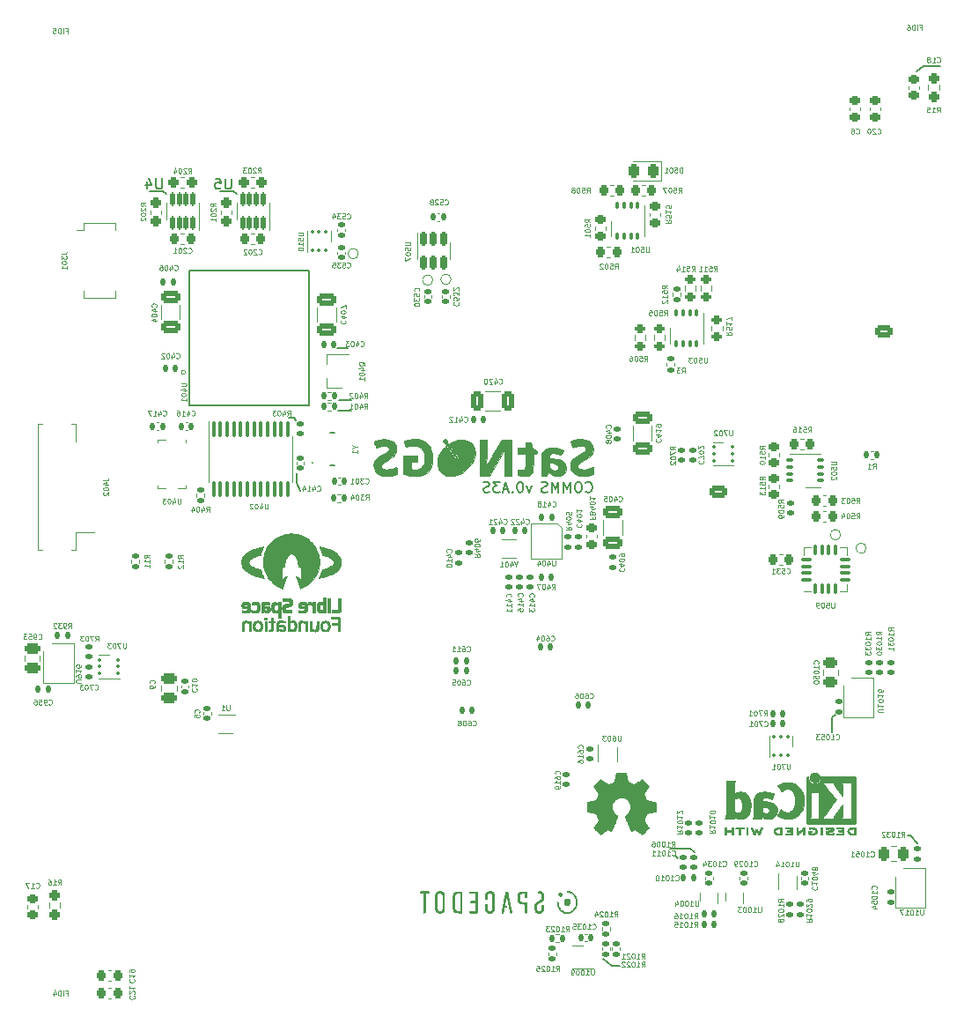
<source format=gbo>
G04 #@! TF.GenerationSoftware,KiCad,Pcbnew,7.0.0-da2b9df05c~171~ubuntu22.04.1*
G04 #@! TF.CreationDate,2023-04-04T23:18:37+03:00*
G04 #@! TF.ProjectId,satnogs-comms,7361746e-6f67-4732-9d63-6f6d6d732e6b,rev?*
G04 #@! TF.SameCoordinates,PX4eb9cf0PY82ce540*
G04 #@! TF.FileFunction,Legend,Bot*
G04 #@! TF.FilePolarity,Positive*
%FSLAX46Y46*%
G04 Gerber Fmt 4.6, Leading zero omitted, Abs format (unit mm)*
G04 Created by KiCad (PCBNEW 7.0.0-da2b9df05c~171~ubuntu22.04.1) date 2023-04-04 23:18:37*
%MOMM*%
%LPD*%
G01*
G04 APERTURE LIST*
G04 Aperture macros list*
%AMRoundRect*
0 Rectangle with rounded corners*
0 $1 Rounding radius*
0 $2 $3 $4 $5 $6 $7 $8 $9 X,Y pos of 4 corners*
0 Add a 4 corners polygon primitive as box body*
4,1,4,$2,$3,$4,$5,$6,$7,$8,$9,$2,$3,0*
0 Add four circle primitives for the rounded corners*
1,1,$1+$1,$2,$3*
1,1,$1+$1,$4,$5*
1,1,$1+$1,$6,$7*
1,1,$1+$1,$8,$9*
0 Add four rect primitives between the rounded corners*
20,1,$1+$1,$2,$3,$4,$5,0*
20,1,$1+$1,$4,$5,$6,$7,0*
20,1,$1+$1,$6,$7,$8,$9,0*
20,1,$1+$1,$8,$9,$2,$3,0*%
%AMOutline4P*
0 Free polygon, 4 corners , with rotation*
0 The origin of the aperture is its center*
0 number of corners: always 4*
0 $1 to $8 corner X, Y*
0 $9 Rotation angle, in degrees counterclockwise*
0 create outline with 4 corners*
4,1,4,$1,$2,$3,$4,$5,$6,$7,$8,$1,$2,$9*%
G04 Aperture macros list end*
%ADD10C,0.153000*%
%ADD11C,0.150000*%
%ADD12C,0.100000*%
%ADD13C,0.120000*%
%ADD14C,0.127000*%
%ADD15C,0.010000*%
%ADD16C,0.200000*%
%ADD17C,0.600000*%
%ADD18R,1.524000X1.524000*%
%ADD19C,1.524000*%
%ADD20C,5.600000*%
%ADD21C,3.500000*%
%ADD22R,1.700000X1.700000*%
%ADD23O,1.700000X1.700000*%
%ADD24C,0.800000*%
%ADD25RoundRect,0.250000X-0.575000X0.350000X-0.575000X-0.350000X0.575000X-0.350000X0.575000X0.350000X0*%
%ADD26O,1.650000X1.200000*%
%ADD27RoundRect,0.250000X0.575000X-0.350000X0.575000X0.350000X-0.575000X0.350000X-0.575000X-0.350000X0*%
%ADD28RoundRect,0.147500X0.172500X-0.147500X0.172500X0.147500X-0.172500X0.147500X-0.172500X-0.147500X0*%
%ADD29RoundRect,0.147500X-0.147500X-0.172500X0.147500X-0.172500X0.147500X0.172500X-0.147500X0.172500X0*%
%ADD30RoundRect,0.087500X-0.425000X-0.087500X0.425000X-0.087500X0.425000X0.087500X-0.425000X0.087500X0*%
%ADD31RoundRect,0.087500X-0.087500X-0.425000X0.087500X-0.425000X0.087500X0.425000X-0.087500X0.425000X0*%
%ADD32R,2.100000X2.100000*%
%ADD33RoundRect,0.218750X-0.218750X-0.256250X0.218750X-0.256250X0.218750X0.256250X-0.218750X0.256250X0*%
%ADD34RoundRect,0.237500X0.287500X0.237500X-0.287500X0.237500X-0.287500X-0.237500X0.287500X-0.237500X0*%
%ADD35RoundRect,0.237500X0.237500X-0.287500X0.237500X0.287500X-0.237500X0.287500X-0.237500X-0.287500X0*%
%ADD36C,0.240000*%
%ADD37RoundRect,0.218750X0.256250X-0.218750X0.256250X0.218750X-0.256250X0.218750X-0.256250X-0.218750X0*%
%ADD38RoundRect,0.218750X0.218750X0.256250X-0.218750X0.256250X-0.218750X-0.256250X0.218750X-0.256250X0*%
%ADD39RoundRect,0.075000X-0.075000X0.275000X-0.075000X-0.275000X0.075000X-0.275000X0.075000X0.275000X0*%
%ADD40R,2.300000X1.500000*%
%ADD41RoundRect,0.147500X0.147500X0.172500X-0.147500X0.172500X-0.147500X-0.172500X0.147500X-0.172500X0*%
%ADD42RoundRect,0.250000X-0.650000X0.325000X-0.650000X-0.325000X0.650000X-0.325000X0.650000X0.325000X0*%
%ADD43RoundRect,0.147500X-0.172500X0.147500X-0.172500X-0.147500X0.172500X-0.147500X0.172500X0.147500X0*%
%ADD44RoundRect,0.250000X0.325000X0.650000X-0.325000X0.650000X-0.325000X-0.650000X0.325000X-0.650000X0*%
%ADD45RoundRect,0.218750X-0.256250X0.218750X-0.256250X-0.218750X0.256250X-0.218750X0.256250X0.218750X0*%
%ADD46R,1.000000X1.800000*%
%ADD47RoundRect,0.250000X0.650000X-0.325000X0.650000X0.325000X-0.650000X0.325000X-0.650000X-0.325000X0*%
%ADD48R,0.470000X0.560000*%
%ADD49C,1.000000*%
%ADD50R,2.520000X1.700000*%
%ADD51RoundRect,0.243750X0.243750X0.456250X-0.243750X0.456250X-0.243750X-0.456250X0.243750X-0.456250X0*%
%ADD52RoundRect,0.140000X0.140000X0.170000X-0.140000X0.170000X-0.140000X-0.170000X0.140000X-0.170000X0*%
%ADD53RoundRect,0.135000X-0.135000X-0.185000X0.135000X-0.185000X0.135000X0.185000X-0.135000X0.185000X0*%
%ADD54RoundRect,0.135000X-0.185000X0.135000X-0.185000X-0.135000X0.185000X-0.135000X0.185000X0.135000X0*%
%ADD55RoundRect,0.093750X0.093750X0.106250X-0.093750X0.106250X-0.093750X-0.106250X0.093750X-0.106250X0*%
%ADD56R,1.000000X1.600000*%
%ADD57RoundRect,0.093750X0.106250X-0.093750X0.106250X0.093750X-0.106250X0.093750X-0.106250X-0.093750X0*%
%ADD58R,1.600000X1.000000*%
%ADD59R,0.300000X0.450000*%
%ADD60RoundRect,0.243750X-0.456250X0.243750X-0.456250X-0.243750X0.456250X-0.243750X0.456250X0.243750X0*%
%ADD61RoundRect,0.135000X0.185000X-0.135000X0.185000X0.135000X-0.185000X0.135000X-0.185000X-0.135000X0*%
%ADD62RoundRect,0.075000X-0.275000X-0.075000X0.275000X-0.075000X0.275000X0.075000X-0.275000X0.075000X0*%
%ADD63R,1.500000X2.300000*%
%ADD64RoundRect,0.140000X0.170000X-0.140000X0.170000X0.140000X-0.170000X0.140000X-0.170000X-0.140000X0*%
%ADD65R,0.300000X0.520000*%
%ADD66R,0.300000X0.490000*%
%ADD67R,0.500000X0.300000*%
%ADD68R,1.050000X1.750000*%
%ADD69RoundRect,0.243750X-0.243750X-0.456250X0.243750X-0.456250X0.243750X0.456250X-0.243750X0.456250X0*%
%ADD70R,1.800000X0.700000*%
%ADD71R,2.200000X1.600000*%
%ADD72R,0.900000X0.800000*%
%ADD73RoundRect,0.135000X0.135000X0.185000X-0.135000X0.185000X-0.135000X-0.185000X0.135000X-0.185000X0*%
%ADD74RoundRect,0.100000X-0.100000X0.637500X-0.100000X-0.637500X0.100000X-0.637500X0.100000X0.637500X0*%
%ADD75RoundRect,0.125000X0.125000X-0.537500X0.125000X0.537500X-0.125000X0.537500X-0.125000X-0.537500X0*%
%ADD76R,0.450000X0.300000*%
%ADD77RoundRect,0.250000X-0.475000X0.250000X-0.475000X-0.250000X0.475000X-0.250000X0.475000X0.250000X0*%
%ADD78RoundRect,0.237500X-0.237500X0.250000X-0.237500X-0.250000X0.237500X-0.250000X0.237500X0.250000X0*%
%ADD79RoundRect,0.237500X0.237500X-0.250000X0.237500X0.250000X-0.237500X0.250000X-0.237500X-0.250000X0*%
%ADD80RoundRect,0.200000X0.275000X-0.200000X0.275000X0.200000X-0.275000X0.200000X-0.275000X-0.200000X0*%
%ADD81C,0.050000*%
%ADD82RoundRect,0.200000X-0.275000X0.200000X-0.275000X-0.200000X0.275000X-0.200000X0.275000X0.200000X0*%
%ADD83C,2.000000*%
%ADD84RoundRect,0.225000X-0.225000X-0.250000X0.225000X-0.250000X0.225000X0.250000X-0.225000X0.250000X0*%
%ADD85R,1.000000X0.300000*%
%ADD86RoundRect,0.140000X-0.140000X-0.170000X0.140000X-0.170000X0.140000X0.170000X-0.140000X0.170000X0*%
%ADD87RoundRect,0.225000X-0.250000X0.225000X-0.250000X-0.225000X0.250000X-0.225000X0.250000X0.225000X0*%
%ADD88Outline4P,-0.450000X-0.400000X0.450000X-0.400000X0.450000X0.400000X-0.450000X0.400000X270.000000*%
%ADD89RoundRect,0.225000X0.250000X-0.225000X0.250000X0.225000X-0.250000X0.225000X-0.250000X-0.225000X0*%
%ADD90RoundRect,0.140000X-0.170000X0.140000X-0.170000X-0.140000X0.170000X-0.140000X0.170000X0.140000X0*%
%ADD91R,0.240000X0.900000*%
%ADD92R,0.900000X0.240000*%
%ADD93R,1.000000X2.900000*%
%ADD94R,1.000000X1.300000*%
%ADD95R,1.000000X0.700000*%
%ADD96RoundRect,0.150000X-0.150000X0.512500X-0.150000X-0.512500X0.150000X-0.512500X0.150000X0.512500X0*%
G04 APERTURE END LIST*
D10*
X21187500Y78300000D02*
X21512500Y78050000D01*
X65125000Y15200000D02*
X65525000Y14800000D01*
X86969600Y15697200D02*
X86258400Y16408400D01*
X89150000Y90350000D02*
X87550000Y90350000D01*
X27275000Y50350000D02*
X27275000Y51275000D01*
X19912500Y78300000D02*
X21187500Y78300000D01*
X26550000Y56600000D02*
X27025000Y56600000D01*
X13175000Y78300000D02*
X14450000Y78300000D01*
X63200000Y15200000D02*
X64500000Y15200000D01*
X64500000Y15200000D02*
X65125000Y15200000D01*
X57550000Y3925000D02*
X56750000Y4600000D01*
X14450000Y78300000D02*
X14775000Y78050000D01*
X86258400Y16408400D02*
X86004400Y16408400D01*
X63725000Y14475000D02*
X63925000Y14225000D01*
X32500000Y58275000D02*
X31325000Y58275000D01*
X58325000Y3925000D02*
X57550000Y3925000D01*
X87550000Y90350000D02*
X86900000Y89850000D01*
X27025000Y56600000D02*
X27200000Y56350000D01*
X32225000Y63225000D02*
X31175000Y63225000D01*
X78750000Y26375000D02*
X78750000Y27750000D01*
X27625000Y49550000D02*
X27275000Y50350000D01*
X78750000Y27750000D02*
X79075000Y28050000D01*
X32500000Y57250000D02*
X31300000Y57250000D01*
D11*
X55084523Y49502858D02*
X55132142Y49455239D01*
X55132142Y49455239D02*
X55274999Y49407620D01*
X55274999Y49407620D02*
X55370237Y49407620D01*
X55370237Y49407620D02*
X55513094Y49455239D01*
X55513094Y49455239D02*
X55608332Y49550477D01*
X55608332Y49550477D02*
X55655951Y49645715D01*
X55655951Y49645715D02*
X55703570Y49836191D01*
X55703570Y49836191D02*
X55703570Y49979048D01*
X55703570Y49979048D02*
X55655951Y50169524D01*
X55655951Y50169524D02*
X55608332Y50264762D01*
X55608332Y50264762D02*
X55513094Y50360000D01*
X55513094Y50360000D02*
X55370237Y50407620D01*
X55370237Y50407620D02*
X55274999Y50407620D01*
X55274999Y50407620D02*
X55132142Y50360000D01*
X55132142Y50360000D02*
X55084523Y50312381D01*
X54465475Y50407620D02*
X54274999Y50407620D01*
X54274999Y50407620D02*
X54179761Y50360000D01*
X54179761Y50360000D02*
X54084523Y50264762D01*
X54084523Y50264762D02*
X54036904Y50074286D01*
X54036904Y50074286D02*
X54036904Y49740953D01*
X54036904Y49740953D02*
X54084523Y49550477D01*
X54084523Y49550477D02*
X54179761Y49455239D01*
X54179761Y49455239D02*
X54274999Y49407620D01*
X54274999Y49407620D02*
X54465475Y49407620D01*
X54465475Y49407620D02*
X54560713Y49455239D01*
X54560713Y49455239D02*
X54655951Y49550477D01*
X54655951Y49550477D02*
X54703570Y49740953D01*
X54703570Y49740953D02*
X54703570Y50074286D01*
X54703570Y50074286D02*
X54655951Y50264762D01*
X54655951Y50264762D02*
X54560713Y50360000D01*
X54560713Y50360000D02*
X54465475Y50407620D01*
X53608332Y49407620D02*
X53608332Y50407620D01*
X53608332Y50407620D02*
X53274999Y49693334D01*
X53274999Y49693334D02*
X52941666Y50407620D01*
X52941666Y50407620D02*
X52941666Y49407620D01*
X52465475Y49407620D02*
X52465475Y50407620D01*
X52465475Y50407620D02*
X52132142Y49693334D01*
X52132142Y49693334D02*
X51798809Y50407620D01*
X51798809Y50407620D02*
X51798809Y49407620D01*
X51370237Y49455239D02*
X51227380Y49407620D01*
X51227380Y49407620D02*
X50989285Y49407620D01*
X50989285Y49407620D02*
X50894047Y49455239D01*
X50894047Y49455239D02*
X50846428Y49502858D01*
X50846428Y49502858D02*
X50798809Y49598096D01*
X50798809Y49598096D02*
X50798809Y49693334D01*
X50798809Y49693334D02*
X50846428Y49788572D01*
X50846428Y49788572D02*
X50894047Y49836191D01*
X50894047Y49836191D02*
X50989285Y49883810D01*
X50989285Y49883810D02*
X51179761Y49931429D01*
X51179761Y49931429D02*
X51274999Y49979048D01*
X51274999Y49979048D02*
X51322618Y50026667D01*
X51322618Y50026667D02*
X51370237Y50121905D01*
X51370237Y50121905D02*
X51370237Y50217143D01*
X51370237Y50217143D02*
X51322618Y50312381D01*
X51322618Y50312381D02*
X51274999Y50360000D01*
X51274999Y50360000D02*
X51179761Y50407620D01*
X51179761Y50407620D02*
X50941666Y50407620D01*
X50941666Y50407620D02*
X50798809Y50360000D01*
X49865475Y50074286D02*
X49627380Y49407620D01*
X49627380Y49407620D02*
X49389285Y50074286D01*
X48817856Y50407620D02*
X48722618Y50407620D01*
X48722618Y50407620D02*
X48627380Y50360000D01*
X48627380Y50360000D02*
X48579761Y50312381D01*
X48579761Y50312381D02*
X48532142Y50217143D01*
X48532142Y50217143D02*
X48484523Y50026667D01*
X48484523Y50026667D02*
X48484523Y49788572D01*
X48484523Y49788572D02*
X48532142Y49598096D01*
X48532142Y49598096D02*
X48579761Y49502858D01*
X48579761Y49502858D02*
X48627380Y49455239D01*
X48627380Y49455239D02*
X48722618Y49407620D01*
X48722618Y49407620D02*
X48817856Y49407620D01*
X48817856Y49407620D02*
X48913094Y49455239D01*
X48913094Y49455239D02*
X48960713Y49502858D01*
X48960713Y49502858D02*
X49008332Y49598096D01*
X49008332Y49598096D02*
X49055951Y49788572D01*
X49055951Y49788572D02*
X49055951Y50026667D01*
X49055951Y50026667D02*
X49008332Y50217143D01*
X49008332Y50217143D02*
X48960713Y50312381D01*
X48960713Y50312381D02*
X48913094Y50360000D01*
X48913094Y50360000D02*
X48817856Y50407620D01*
X48055951Y49502858D02*
X48008332Y49455239D01*
X48008332Y49455239D02*
X48055951Y49407620D01*
X48055951Y49407620D02*
X48103570Y49455239D01*
X48103570Y49455239D02*
X48055951Y49502858D01*
X48055951Y49502858D02*
X48055951Y49407620D01*
X47627380Y49693334D02*
X47151190Y49693334D01*
X47722618Y49407620D02*
X47389285Y50407620D01*
X47389285Y50407620D02*
X47055952Y49407620D01*
X46817856Y50407620D02*
X46198809Y50407620D01*
X46198809Y50407620D02*
X46532142Y50026667D01*
X46532142Y50026667D02*
X46389285Y50026667D01*
X46389285Y50026667D02*
X46294047Y49979048D01*
X46294047Y49979048D02*
X46246428Y49931429D01*
X46246428Y49931429D02*
X46198809Y49836191D01*
X46198809Y49836191D02*
X46198809Y49598096D01*
X46198809Y49598096D02*
X46246428Y49502858D01*
X46246428Y49502858D02*
X46294047Y49455239D01*
X46294047Y49455239D02*
X46389285Y49407620D01*
X46389285Y49407620D02*
X46674999Y49407620D01*
X46674999Y49407620D02*
X46770237Y49455239D01*
X46770237Y49455239D02*
X46817856Y49502858D01*
X45817856Y49455239D02*
X45674999Y49407620D01*
X45674999Y49407620D02*
X45436904Y49407620D01*
X45436904Y49407620D02*
X45341666Y49455239D01*
X45341666Y49455239D02*
X45294047Y49502858D01*
X45294047Y49502858D02*
X45246428Y49598096D01*
X45246428Y49598096D02*
X45246428Y49693334D01*
X45246428Y49693334D02*
X45294047Y49788572D01*
X45294047Y49788572D02*
X45341666Y49836191D01*
X45341666Y49836191D02*
X45436904Y49883810D01*
X45436904Y49883810D02*
X45627380Y49931429D01*
X45627380Y49931429D02*
X45722618Y49979048D01*
X45722618Y49979048D02*
X45770237Y50026667D01*
X45770237Y50026667D02*
X45817856Y50121905D01*
X45817856Y50121905D02*
X45817856Y50217143D01*
X45817856Y50217143D02*
X45770237Y50312381D01*
X45770237Y50312381D02*
X45722618Y50360000D01*
X45722618Y50360000D02*
X45627380Y50407620D01*
X45627380Y50407620D02*
X45389285Y50407620D01*
X45389285Y50407620D02*
X45246428Y50360000D01*
D12*
X44391309Y43515477D02*
X44629404Y43348811D01*
X44391309Y43229763D02*
X44891309Y43229763D01*
X44891309Y43229763D02*
X44891309Y43420239D01*
X44891309Y43420239D02*
X44867500Y43467858D01*
X44867500Y43467858D02*
X44843690Y43491668D01*
X44843690Y43491668D02*
X44796071Y43515477D01*
X44796071Y43515477D02*
X44724642Y43515477D01*
X44724642Y43515477D02*
X44677023Y43491668D01*
X44677023Y43491668D02*
X44653214Y43467858D01*
X44653214Y43467858D02*
X44629404Y43420239D01*
X44629404Y43420239D02*
X44629404Y43229763D01*
X44724642Y43944049D02*
X44391309Y43944049D01*
X44915119Y43825001D02*
X44557976Y43705954D01*
X44557976Y43705954D02*
X44557976Y44015477D01*
X44891309Y44301191D02*
X44891309Y44348810D01*
X44891309Y44348810D02*
X44867500Y44396429D01*
X44867500Y44396429D02*
X44843690Y44420239D01*
X44843690Y44420239D02*
X44796071Y44444048D01*
X44796071Y44444048D02*
X44700833Y44467858D01*
X44700833Y44467858D02*
X44581785Y44467858D01*
X44581785Y44467858D02*
X44486547Y44444048D01*
X44486547Y44444048D02*
X44438928Y44420239D01*
X44438928Y44420239D02*
X44415119Y44396429D01*
X44415119Y44396429D02*
X44391309Y44348810D01*
X44391309Y44348810D02*
X44391309Y44301191D01*
X44391309Y44301191D02*
X44415119Y44253572D01*
X44415119Y44253572D02*
X44438928Y44229763D01*
X44438928Y44229763D02*
X44486547Y44205953D01*
X44486547Y44205953D02*
X44581785Y44182144D01*
X44581785Y44182144D02*
X44700833Y44182144D01*
X44700833Y44182144D02*
X44796071Y44205953D01*
X44796071Y44205953D02*
X44843690Y44229763D01*
X44843690Y44229763D02*
X44867500Y44253572D01*
X44867500Y44253572D02*
X44891309Y44301191D01*
X44891309Y44896429D02*
X44891309Y44801191D01*
X44891309Y44801191D02*
X44867500Y44753572D01*
X44867500Y44753572D02*
X44843690Y44729762D01*
X44843690Y44729762D02*
X44772261Y44682143D01*
X44772261Y44682143D02*
X44677023Y44658334D01*
X44677023Y44658334D02*
X44486547Y44658334D01*
X44486547Y44658334D02*
X44438928Y44682143D01*
X44438928Y44682143D02*
X44415119Y44705953D01*
X44415119Y44705953D02*
X44391309Y44753572D01*
X44391309Y44753572D02*
X44391309Y44848810D01*
X44391309Y44848810D02*
X44415119Y44896429D01*
X44415119Y44896429D02*
X44438928Y44920238D01*
X44438928Y44920238D02*
X44486547Y44944048D01*
X44486547Y44944048D02*
X44605595Y44944048D01*
X44605595Y44944048D02*
X44653214Y44920238D01*
X44653214Y44920238D02*
X44677023Y44896429D01*
X44677023Y44896429D02*
X44700833Y44848810D01*
X44700833Y44848810D02*
X44700833Y44753572D01*
X44700833Y44753572D02*
X44677023Y44705953D01*
X44677023Y44705953D02*
X44653214Y44682143D01*
X44653214Y44682143D02*
X44605595Y44658334D01*
X51834523Y40091310D02*
X52001189Y40329405D01*
X52120237Y40091310D02*
X52120237Y40591310D01*
X52120237Y40591310D02*
X51929761Y40591310D01*
X51929761Y40591310D02*
X51882142Y40567500D01*
X51882142Y40567500D02*
X51858332Y40543691D01*
X51858332Y40543691D02*
X51834523Y40496072D01*
X51834523Y40496072D02*
X51834523Y40424643D01*
X51834523Y40424643D02*
X51858332Y40377024D01*
X51858332Y40377024D02*
X51882142Y40353215D01*
X51882142Y40353215D02*
X51929761Y40329405D01*
X51929761Y40329405D02*
X52120237Y40329405D01*
X51405951Y40424643D02*
X51405951Y40091310D01*
X51524999Y40615120D02*
X51644046Y40257977D01*
X51644046Y40257977D02*
X51334523Y40257977D01*
X51048809Y40591310D02*
X51001190Y40591310D01*
X51001190Y40591310D02*
X50953571Y40567500D01*
X50953571Y40567500D02*
X50929761Y40543691D01*
X50929761Y40543691D02*
X50905952Y40496072D01*
X50905952Y40496072D02*
X50882142Y40400834D01*
X50882142Y40400834D02*
X50882142Y40281786D01*
X50882142Y40281786D02*
X50905952Y40186548D01*
X50905952Y40186548D02*
X50929761Y40138929D01*
X50929761Y40138929D02*
X50953571Y40115120D01*
X50953571Y40115120D02*
X51001190Y40091310D01*
X51001190Y40091310D02*
X51048809Y40091310D01*
X51048809Y40091310D02*
X51096428Y40115120D01*
X51096428Y40115120D02*
X51120237Y40138929D01*
X51120237Y40138929D02*
X51144047Y40186548D01*
X51144047Y40186548D02*
X51167856Y40281786D01*
X51167856Y40281786D02*
X51167856Y40400834D01*
X51167856Y40400834D02*
X51144047Y40496072D01*
X51144047Y40496072D02*
X51120237Y40543691D01*
X51120237Y40543691D02*
X51096428Y40567500D01*
X51096428Y40567500D02*
X51048809Y40591310D01*
X50715476Y40591310D02*
X50382143Y40591310D01*
X50382143Y40591310D02*
X50596428Y40091310D01*
X78986642Y38816310D02*
X78986642Y38411548D01*
X78986642Y38411548D02*
X78962832Y38363929D01*
X78962832Y38363929D02*
X78939023Y38340120D01*
X78939023Y38340120D02*
X78891404Y38316310D01*
X78891404Y38316310D02*
X78796166Y38316310D01*
X78796166Y38316310D02*
X78748547Y38340120D01*
X78748547Y38340120D02*
X78724737Y38363929D01*
X78724737Y38363929D02*
X78700928Y38411548D01*
X78700928Y38411548D02*
X78700928Y38816310D01*
X78224737Y38816310D02*
X78462832Y38816310D01*
X78462832Y38816310D02*
X78486641Y38578215D01*
X78486641Y38578215D02*
X78462832Y38602024D01*
X78462832Y38602024D02*
X78415213Y38625834D01*
X78415213Y38625834D02*
X78296165Y38625834D01*
X78296165Y38625834D02*
X78248546Y38602024D01*
X78248546Y38602024D02*
X78224737Y38578215D01*
X78224737Y38578215D02*
X78200927Y38530596D01*
X78200927Y38530596D02*
X78200927Y38411548D01*
X78200927Y38411548D02*
X78224737Y38363929D01*
X78224737Y38363929D02*
X78248546Y38340120D01*
X78248546Y38340120D02*
X78296165Y38316310D01*
X78296165Y38316310D02*
X78415213Y38316310D01*
X78415213Y38316310D02*
X78462832Y38340120D01*
X78462832Y38340120D02*
X78486641Y38363929D01*
X77891404Y38816310D02*
X77843785Y38816310D01*
X77843785Y38816310D02*
X77796166Y38792500D01*
X77796166Y38792500D02*
X77772356Y38768691D01*
X77772356Y38768691D02*
X77748547Y38721072D01*
X77748547Y38721072D02*
X77724737Y38625834D01*
X77724737Y38625834D02*
X77724737Y38506786D01*
X77724737Y38506786D02*
X77748547Y38411548D01*
X77748547Y38411548D02*
X77772356Y38363929D01*
X77772356Y38363929D02*
X77796166Y38340120D01*
X77796166Y38340120D02*
X77843785Y38316310D01*
X77843785Y38316310D02*
X77891404Y38316310D01*
X77891404Y38316310D02*
X77939023Y38340120D01*
X77939023Y38340120D02*
X77962832Y38363929D01*
X77962832Y38363929D02*
X77986642Y38411548D01*
X77986642Y38411548D02*
X78010451Y38506786D01*
X78010451Y38506786D02*
X78010451Y38625834D01*
X78010451Y38625834D02*
X77986642Y38721072D01*
X77986642Y38721072D02*
X77962832Y38768691D01*
X77962832Y38768691D02*
X77939023Y38792500D01*
X77939023Y38792500D02*
X77891404Y38816310D01*
X77486642Y38316310D02*
X77391404Y38316310D01*
X77391404Y38316310D02*
X77343785Y38340120D01*
X77343785Y38340120D02*
X77319976Y38363929D01*
X77319976Y38363929D02*
X77272357Y38435358D01*
X77272357Y38435358D02*
X77248547Y38530596D01*
X77248547Y38530596D02*
X77248547Y38721072D01*
X77248547Y38721072D02*
X77272357Y38768691D01*
X77272357Y38768691D02*
X77296166Y38792500D01*
X77296166Y38792500D02*
X77343785Y38816310D01*
X77343785Y38816310D02*
X77439023Y38816310D01*
X77439023Y38816310D02*
X77486642Y38792500D01*
X77486642Y38792500D02*
X77510452Y38768691D01*
X77510452Y38768691D02*
X77534261Y38721072D01*
X77534261Y38721072D02*
X77534261Y38602024D01*
X77534261Y38602024D02*
X77510452Y38554405D01*
X77510452Y38554405D02*
X77486642Y38530596D01*
X77486642Y38530596D02*
X77439023Y38506786D01*
X77439023Y38506786D02*
X77343785Y38506786D01*
X77343785Y38506786D02*
X77296166Y38530596D01*
X77296166Y38530596D02*
X77272357Y38554405D01*
X77272357Y38554405D02*
X77248547Y38602024D01*
X16859523Y72438929D02*
X16883332Y72415120D01*
X16883332Y72415120D02*
X16954761Y72391310D01*
X16954761Y72391310D02*
X17002380Y72391310D01*
X17002380Y72391310D02*
X17073808Y72415120D01*
X17073808Y72415120D02*
X17121427Y72462739D01*
X17121427Y72462739D02*
X17145237Y72510358D01*
X17145237Y72510358D02*
X17169046Y72605596D01*
X17169046Y72605596D02*
X17169046Y72677024D01*
X17169046Y72677024D02*
X17145237Y72772262D01*
X17145237Y72772262D02*
X17121427Y72819881D01*
X17121427Y72819881D02*
X17073808Y72867500D01*
X17073808Y72867500D02*
X17002380Y72891310D01*
X17002380Y72891310D02*
X16954761Y72891310D01*
X16954761Y72891310D02*
X16883332Y72867500D01*
X16883332Y72867500D02*
X16859523Y72843691D01*
X16669046Y72843691D02*
X16645237Y72867500D01*
X16645237Y72867500D02*
X16597618Y72891310D01*
X16597618Y72891310D02*
X16478570Y72891310D01*
X16478570Y72891310D02*
X16430951Y72867500D01*
X16430951Y72867500D02*
X16407142Y72843691D01*
X16407142Y72843691D02*
X16383332Y72796072D01*
X16383332Y72796072D02*
X16383332Y72748453D01*
X16383332Y72748453D02*
X16407142Y72677024D01*
X16407142Y72677024D02*
X16692856Y72391310D01*
X16692856Y72391310D02*
X16383332Y72391310D01*
X16073809Y72891310D02*
X16026190Y72891310D01*
X16026190Y72891310D02*
X15978571Y72867500D01*
X15978571Y72867500D02*
X15954761Y72843691D01*
X15954761Y72843691D02*
X15930952Y72796072D01*
X15930952Y72796072D02*
X15907142Y72700834D01*
X15907142Y72700834D02*
X15907142Y72581786D01*
X15907142Y72581786D02*
X15930952Y72486548D01*
X15930952Y72486548D02*
X15954761Y72438929D01*
X15954761Y72438929D02*
X15978571Y72415120D01*
X15978571Y72415120D02*
X16026190Y72391310D01*
X16026190Y72391310D02*
X16073809Y72391310D01*
X16073809Y72391310D02*
X16121428Y72415120D01*
X16121428Y72415120D02*
X16145237Y72438929D01*
X16145237Y72438929D02*
X16169047Y72486548D01*
X16169047Y72486548D02*
X16192856Y72581786D01*
X16192856Y72581786D02*
X16192856Y72700834D01*
X16192856Y72700834D02*
X16169047Y72796072D01*
X16169047Y72796072D02*
X16145237Y72843691D01*
X16145237Y72843691D02*
X16121428Y72867500D01*
X16121428Y72867500D02*
X16073809Y72891310D01*
X15430952Y72391310D02*
X15716666Y72391310D01*
X15573809Y72391310D02*
X15573809Y72891310D01*
X15573809Y72891310D02*
X15621428Y72819881D01*
X15621428Y72819881D02*
X15669047Y72772262D01*
X15669047Y72772262D02*
X15716666Y72748453D01*
X23559523Y80091310D02*
X23726189Y80329405D01*
X23845237Y80091310D02*
X23845237Y80591310D01*
X23845237Y80591310D02*
X23654761Y80591310D01*
X23654761Y80591310D02*
X23607142Y80567500D01*
X23607142Y80567500D02*
X23583332Y80543691D01*
X23583332Y80543691D02*
X23559523Y80496072D01*
X23559523Y80496072D02*
X23559523Y80424643D01*
X23559523Y80424643D02*
X23583332Y80377024D01*
X23583332Y80377024D02*
X23607142Y80353215D01*
X23607142Y80353215D02*
X23654761Y80329405D01*
X23654761Y80329405D02*
X23845237Y80329405D01*
X23369046Y80543691D02*
X23345237Y80567500D01*
X23345237Y80567500D02*
X23297618Y80591310D01*
X23297618Y80591310D02*
X23178570Y80591310D01*
X23178570Y80591310D02*
X23130951Y80567500D01*
X23130951Y80567500D02*
X23107142Y80543691D01*
X23107142Y80543691D02*
X23083332Y80496072D01*
X23083332Y80496072D02*
X23083332Y80448453D01*
X23083332Y80448453D02*
X23107142Y80377024D01*
X23107142Y80377024D02*
X23392856Y80091310D01*
X23392856Y80091310D02*
X23083332Y80091310D01*
X22773809Y80591310D02*
X22726190Y80591310D01*
X22726190Y80591310D02*
X22678571Y80567500D01*
X22678571Y80567500D02*
X22654761Y80543691D01*
X22654761Y80543691D02*
X22630952Y80496072D01*
X22630952Y80496072D02*
X22607142Y80400834D01*
X22607142Y80400834D02*
X22607142Y80281786D01*
X22607142Y80281786D02*
X22630952Y80186548D01*
X22630952Y80186548D02*
X22654761Y80138929D01*
X22654761Y80138929D02*
X22678571Y80115120D01*
X22678571Y80115120D02*
X22726190Y80091310D01*
X22726190Y80091310D02*
X22773809Y80091310D01*
X22773809Y80091310D02*
X22821428Y80115120D01*
X22821428Y80115120D02*
X22845237Y80138929D01*
X22845237Y80138929D02*
X22869047Y80186548D01*
X22869047Y80186548D02*
X22892856Y80281786D01*
X22892856Y80281786D02*
X22892856Y80400834D01*
X22892856Y80400834D02*
X22869047Y80496072D01*
X22869047Y80496072D02*
X22845237Y80543691D01*
X22845237Y80543691D02*
X22821428Y80567500D01*
X22821428Y80567500D02*
X22773809Y80591310D01*
X22440476Y80591310D02*
X22130952Y80591310D01*
X22130952Y80591310D02*
X22297619Y80400834D01*
X22297619Y80400834D02*
X22226190Y80400834D01*
X22226190Y80400834D02*
X22178571Y80377024D01*
X22178571Y80377024D02*
X22154762Y80353215D01*
X22154762Y80353215D02*
X22130952Y80305596D01*
X22130952Y80305596D02*
X22130952Y80186548D01*
X22130952Y80186548D02*
X22154762Y80138929D01*
X22154762Y80138929D02*
X22178571Y80115120D01*
X22178571Y80115120D02*
X22226190Y80091310D01*
X22226190Y80091310D02*
X22369047Y80091310D01*
X22369047Y80091310D02*
X22416666Y80115120D01*
X22416666Y80115120D02*
X22440476Y80138929D01*
X19508690Y76884524D02*
X19270595Y77051190D01*
X19508690Y77170238D02*
X19008690Y77170238D01*
X19008690Y77170238D02*
X19008690Y76979762D01*
X19008690Y76979762D02*
X19032500Y76932143D01*
X19032500Y76932143D02*
X19056309Y76908333D01*
X19056309Y76908333D02*
X19103928Y76884524D01*
X19103928Y76884524D02*
X19175357Y76884524D01*
X19175357Y76884524D02*
X19222976Y76908333D01*
X19222976Y76908333D02*
X19246785Y76932143D01*
X19246785Y76932143D02*
X19270595Y76979762D01*
X19270595Y76979762D02*
X19270595Y77170238D01*
X19056309Y76694047D02*
X19032500Y76670238D01*
X19032500Y76670238D02*
X19008690Y76622619D01*
X19008690Y76622619D02*
X19008690Y76503571D01*
X19008690Y76503571D02*
X19032500Y76455952D01*
X19032500Y76455952D02*
X19056309Y76432143D01*
X19056309Y76432143D02*
X19103928Y76408333D01*
X19103928Y76408333D02*
X19151547Y76408333D01*
X19151547Y76408333D02*
X19222976Y76432143D01*
X19222976Y76432143D02*
X19508690Y76717857D01*
X19508690Y76717857D02*
X19508690Y76408333D01*
X19008690Y76098810D02*
X19008690Y76051191D01*
X19008690Y76051191D02*
X19032500Y76003572D01*
X19032500Y76003572D02*
X19056309Y75979762D01*
X19056309Y75979762D02*
X19103928Y75955953D01*
X19103928Y75955953D02*
X19199166Y75932143D01*
X19199166Y75932143D02*
X19318214Y75932143D01*
X19318214Y75932143D02*
X19413452Y75955953D01*
X19413452Y75955953D02*
X19461071Y75979762D01*
X19461071Y75979762D02*
X19484880Y76003572D01*
X19484880Y76003572D02*
X19508690Y76051191D01*
X19508690Y76051191D02*
X19508690Y76098810D01*
X19508690Y76098810D02*
X19484880Y76146429D01*
X19484880Y76146429D02*
X19461071Y76170238D01*
X19461071Y76170238D02*
X19413452Y76194048D01*
X19413452Y76194048D02*
X19318214Y76217857D01*
X19318214Y76217857D02*
X19199166Y76217857D01*
X19199166Y76217857D02*
X19103928Y76194048D01*
X19103928Y76194048D02*
X19056309Y76170238D01*
X19056309Y76170238D02*
X19032500Y76146429D01*
X19032500Y76146429D02*
X19008690Y76098810D01*
X19508690Y75455953D02*
X19508690Y75741667D01*
X19508690Y75598810D02*
X19008690Y75598810D01*
X19008690Y75598810D02*
X19080119Y75646429D01*
X19080119Y75646429D02*
X19127738Y75694048D01*
X19127738Y75694048D02*
X19151547Y75741667D01*
X16861523Y80066310D02*
X17028189Y80304405D01*
X17147237Y80066310D02*
X17147237Y80566310D01*
X17147237Y80566310D02*
X16956761Y80566310D01*
X16956761Y80566310D02*
X16909142Y80542500D01*
X16909142Y80542500D02*
X16885332Y80518691D01*
X16885332Y80518691D02*
X16861523Y80471072D01*
X16861523Y80471072D02*
X16861523Y80399643D01*
X16861523Y80399643D02*
X16885332Y80352024D01*
X16885332Y80352024D02*
X16909142Y80328215D01*
X16909142Y80328215D02*
X16956761Y80304405D01*
X16956761Y80304405D02*
X17147237Y80304405D01*
X16671046Y80518691D02*
X16647237Y80542500D01*
X16647237Y80542500D02*
X16599618Y80566310D01*
X16599618Y80566310D02*
X16480570Y80566310D01*
X16480570Y80566310D02*
X16432951Y80542500D01*
X16432951Y80542500D02*
X16409142Y80518691D01*
X16409142Y80518691D02*
X16385332Y80471072D01*
X16385332Y80471072D02*
X16385332Y80423453D01*
X16385332Y80423453D02*
X16409142Y80352024D01*
X16409142Y80352024D02*
X16694856Y80066310D01*
X16694856Y80066310D02*
X16385332Y80066310D01*
X16075809Y80566310D02*
X16028190Y80566310D01*
X16028190Y80566310D02*
X15980571Y80542500D01*
X15980571Y80542500D02*
X15956761Y80518691D01*
X15956761Y80518691D02*
X15932952Y80471072D01*
X15932952Y80471072D02*
X15909142Y80375834D01*
X15909142Y80375834D02*
X15909142Y80256786D01*
X15909142Y80256786D02*
X15932952Y80161548D01*
X15932952Y80161548D02*
X15956761Y80113929D01*
X15956761Y80113929D02*
X15980571Y80090120D01*
X15980571Y80090120D02*
X16028190Y80066310D01*
X16028190Y80066310D02*
X16075809Y80066310D01*
X16075809Y80066310D02*
X16123428Y80090120D01*
X16123428Y80090120D02*
X16147237Y80113929D01*
X16147237Y80113929D02*
X16171047Y80161548D01*
X16171047Y80161548D02*
X16194856Y80256786D01*
X16194856Y80256786D02*
X16194856Y80375834D01*
X16194856Y80375834D02*
X16171047Y80471072D01*
X16171047Y80471072D02*
X16147237Y80518691D01*
X16147237Y80518691D02*
X16123428Y80542500D01*
X16123428Y80542500D02*
X16075809Y80566310D01*
X15480571Y80399643D02*
X15480571Y80066310D01*
X15599619Y80590120D02*
X15718666Y80232977D01*
X15718666Y80232977D02*
X15409143Y80232977D01*
X12758690Y76934524D02*
X12520595Y77101190D01*
X12758690Y77220238D02*
X12258690Y77220238D01*
X12258690Y77220238D02*
X12258690Y77029762D01*
X12258690Y77029762D02*
X12282500Y76982143D01*
X12282500Y76982143D02*
X12306309Y76958333D01*
X12306309Y76958333D02*
X12353928Y76934524D01*
X12353928Y76934524D02*
X12425357Y76934524D01*
X12425357Y76934524D02*
X12472976Y76958333D01*
X12472976Y76958333D02*
X12496785Y76982143D01*
X12496785Y76982143D02*
X12520595Y77029762D01*
X12520595Y77029762D02*
X12520595Y77220238D01*
X12306309Y76744047D02*
X12282500Y76720238D01*
X12282500Y76720238D02*
X12258690Y76672619D01*
X12258690Y76672619D02*
X12258690Y76553571D01*
X12258690Y76553571D02*
X12282500Y76505952D01*
X12282500Y76505952D02*
X12306309Y76482143D01*
X12306309Y76482143D02*
X12353928Y76458333D01*
X12353928Y76458333D02*
X12401547Y76458333D01*
X12401547Y76458333D02*
X12472976Y76482143D01*
X12472976Y76482143D02*
X12758690Y76767857D01*
X12758690Y76767857D02*
X12758690Y76458333D01*
X12258690Y76148810D02*
X12258690Y76101191D01*
X12258690Y76101191D02*
X12282500Y76053572D01*
X12282500Y76053572D02*
X12306309Y76029762D01*
X12306309Y76029762D02*
X12353928Y76005953D01*
X12353928Y76005953D02*
X12449166Y75982143D01*
X12449166Y75982143D02*
X12568214Y75982143D01*
X12568214Y75982143D02*
X12663452Y76005953D01*
X12663452Y76005953D02*
X12711071Y76029762D01*
X12711071Y76029762D02*
X12734880Y76053572D01*
X12734880Y76053572D02*
X12758690Y76101191D01*
X12758690Y76101191D02*
X12758690Y76148810D01*
X12758690Y76148810D02*
X12734880Y76196429D01*
X12734880Y76196429D02*
X12711071Y76220238D01*
X12711071Y76220238D02*
X12663452Y76244048D01*
X12663452Y76244048D02*
X12568214Y76267857D01*
X12568214Y76267857D02*
X12449166Y76267857D01*
X12449166Y76267857D02*
X12353928Y76244048D01*
X12353928Y76244048D02*
X12306309Y76220238D01*
X12306309Y76220238D02*
X12282500Y76196429D01*
X12282500Y76196429D02*
X12258690Y76148810D01*
X12306309Y75791667D02*
X12282500Y75767858D01*
X12282500Y75767858D02*
X12258690Y75720239D01*
X12258690Y75720239D02*
X12258690Y75601191D01*
X12258690Y75601191D02*
X12282500Y75553572D01*
X12282500Y75553572D02*
X12306309Y75529763D01*
X12306309Y75529763D02*
X12353928Y75505953D01*
X12353928Y75505953D02*
X12401547Y75505953D01*
X12401547Y75505953D02*
X12472976Y75529763D01*
X12472976Y75529763D02*
X12758690Y75815477D01*
X12758690Y75815477D02*
X12758690Y75505953D01*
X23609523Y72313929D02*
X23633332Y72290120D01*
X23633332Y72290120D02*
X23704761Y72266310D01*
X23704761Y72266310D02*
X23752380Y72266310D01*
X23752380Y72266310D02*
X23823808Y72290120D01*
X23823808Y72290120D02*
X23871427Y72337739D01*
X23871427Y72337739D02*
X23895237Y72385358D01*
X23895237Y72385358D02*
X23919046Y72480596D01*
X23919046Y72480596D02*
X23919046Y72552024D01*
X23919046Y72552024D02*
X23895237Y72647262D01*
X23895237Y72647262D02*
X23871427Y72694881D01*
X23871427Y72694881D02*
X23823808Y72742500D01*
X23823808Y72742500D02*
X23752380Y72766310D01*
X23752380Y72766310D02*
X23704761Y72766310D01*
X23704761Y72766310D02*
X23633332Y72742500D01*
X23633332Y72742500D02*
X23609523Y72718691D01*
X23419046Y72718691D02*
X23395237Y72742500D01*
X23395237Y72742500D02*
X23347618Y72766310D01*
X23347618Y72766310D02*
X23228570Y72766310D01*
X23228570Y72766310D02*
X23180951Y72742500D01*
X23180951Y72742500D02*
X23157142Y72718691D01*
X23157142Y72718691D02*
X23133332Y72671072D01*
X23133332Y72671072D02*
X23133332Y72623453D01*
X23133332Y72623453D02*
X23157142Y72552024D01*
X23157142Y72552024D02*
X23442856Y72266310D01*
X23442856Y72266310D02*
X23133332Y72266310D01*
X22823809Y72766310D02*
X22776190Y72766310D01*
X22776190Y72766310D02*
X22728571Y72742500D01*
X22728571Y72742500D02*
X22704761Y72718691D01*
X22704761Y72718691D02*
X22680952Y72671072D01*
X22680952Y72671072D02*
X22657142Y72575834D01*
X22657142Y72575834D02*
X22657142Y72456786D01*
X22657142Y72456786D02*
X22680952Y72361548D01*
X22680952Y72361548D02*
X22704761Y72313929D01*
X22704761Y72313929D02*
X22728571Y72290120D01*
X22728571Y72290120D02*
X22776190Y72266310D01*
X22776190Y72266310D02*
X22823809Y72266310D01*
X22823809Y72266310D02*
X22871428Y72290120D01*
X22871428Y72290120D02*
X22895237Y72313929D01*
X22895237Y72313929D02*
X22919047Y72361548D01*
X22919047Y72361548D02*
X22942856Y72456786D01*
X22942856Y72456786D02*
X22942856Y72575834D01*
X22942856Y72575834D02*
X22919047Y72671072D01*
X22919047Y72671072D02*
X22895237Y72718691D01*
X22895237Y72718691D02*
X22871428Y72742500D01*
X22871428Y72742500D02*
X22823809Y72766310D01*
X22466666Y72718691D02*
X22442857Y72742500D01*
X22442857Y72742500D02*
X22395238Y72766310D01*
X22395238Y72766310D02*
X22276190Y72766310D01*
X22276190Y72766310D02*
X22228571Y72742500D01*
X22228571Y72742500D02*
X22204762Y72718691D01*
X22204762Y72718691D02*
X22180952Y72671072D01*
X22180952Y72671072D02*
X22180952Y72623453D01*
X22180952Y72623453D02*
X22204762Y72552024D01*
X22204762Y72552024D02*
X22490476Y72266310D01*
X22490476Y72266310D02*
X22180952Y72266310D01*
X16158690Y59907143D02*
X16563452Y59907143D01*
X16563452Y59907143D02*
X16611071Y59883333D01*
X16611071Y59883333D02*
X16634880Y59859524D01*
X16634880Y59859524D02*
X16658690Y59811905D01*
X16658690Y59811905D02*
X16658690Y59716667D01*
X16658690Y59716667D02*
X16634880Y59669048D01*
X16634880Y59669048D02*
X16611071Y59645238D01*
X16611071Y59645238D02*
X16563452Y59621429D01*
X16563452Y59621429D02*
X16158690Y59621429D01*
X16325357Y59169047D02*
X16658690Y59169047D01*
X16134880Y59288095D02*
X16492023Y59407142D01*
X16492023Y59407142D02*
X16492023Y59097619D01*
X16158690Y58811905D02*
X16158690Y58764286D01*
X16158690Y58764286D02*
X16182500Y58716667D01*
X16182500Y58716667D02*
X16206309Y58692857D01*
X16206309Y58692857D02*
X16253928Y58669048D01*
X16253928Y58669048D02*
X16349166Y58645238D01*
X16349166Y58645238D02*
X16468214Y58645238D01*
X16468214Y58645238D02*
X16563452Y58669048D01*
X16563452Y58669048D02*
X16611071Y58692857D01*
X16611071Y58692857D02*
X16634880Y58716667D01*
X16634880Y58716667D02*
X16658690Y58764286D01*
X16658690Y58764286D02*
X16658690Y58811905D01*
X16658690Y58811905D02*
X16634880Y58859524D01*
X16634880Y58859524D02*
X16611071Y58883333D01*
X16611071Y58883333D02*
X16563452Y58907143D01*
X16563452Y58907143D02*
X16468214Y58930952D01*
X16468214Y58930952D02*
X16349166Y58930952D01*
X16349166Y58930952D02*
X16253928Y58907143D01*
X16253928Y58907143D02*
X16206309Y58883333D01*
X16206309Y58883333D02*
X16182500Y58859524D01*
X16182500Y58859524D02*
X16158690Y58811905D01*
X16658690Y58169048D02*
X16658690Y58454762D01*
X16658690Y58311905D02*
X16158690Y58311905D01*
X16158690Y58311905D02*
X16230119Y58359524D01*
X16230119Y58359524D02*
X16277738Y58407143D01*
X16277738Y58407143D02*
X16301547Y58454762D01*
X55159523Y78193338D02*
X55326189Y78431433D01*
X55445237Y78193338D02*
X55445237Y78693338D01*
X55445237Y78693338D02*
X55254761Y78693338D01*
X55254761Y78693338D02*
X55207142Y78669528D01*
X55207142Y78669528D02*
X55183332Y78645719D01*
X55183332Y78645719D02*
X55159523Y78598100D01*
X55159523Y78598100D02*
X55159523Y78526671D01*
X55159523Y78526671D02*
X55183332Y78479052D01*
X55183332Y78479052D02*
X55207142Y78455243D01*
X55207142Y78455243D02*
X55254761Y78431433D01*
X55254761Y78431433D02*
X55445237Y78431433D01*
X54707142Y78693338D02*
X54945237Y78693338D01*
X54945237Y78693338D02*
X54969046Y78455243D01*
X54969046Y78455243D02*
X54945237Y78479052D01*
X54945237Y78479052D02*
X54897618Y78502862D01*
X54897618Y78502862D02*
X54778570Y78502862D01*
X54778570Y78502862D02*
X54730951Y78479052D01*
X54730951Y78479052D02*
X54707142Y78455243D01*
X54707142Y78455243D02*
X54683332Y78407624D01*
X54683332Y78407624D02*
X54683332Y78288576D01*
X54683332Y78288576D02*
X54707142Y78240957D01*
X54707142Y78240957D02*
X54730951Y78217148D01*
X54730951Y78217148D02*
X54778570Y78193338D01*
X54778570Y78193338D02*
X54897618Y78193338D01*
X54897618Y78193338D02*
X54945237Y78217148D01*
X54945237Y78217148D02*
X54969046Y78240957D01*
X54373809Y78693338D02*
X54326190Y78693338D01*
X54326190Y78693338D02*
X54278571Y78669528D01*
X54278571Y78669528D02*
X54254761Y78645719D01*
X54254761Y78645719D02*
X54230952Y78598100D01*
X54230952Y78598100D02*
X54207142Y78502862D01*
X54207142Y78502862D02*
X54207142Y78383814D01*
X54207142Y78383814D02*
X54230952Y78288576D01*
X54230952Y78288576D02*
X54254761Y78240957D01*
X54254761Y78240957D02*
X54278571Y78217148D01*
X54278571Y78217148D02*
X54326190Y78193338D01*
X54326190Y78193338D02*
X54373809Y78193338D01*
X54373809Y78193338D02*
X54421428Y78217148D01*
X54421428Y78217148D02*
X54445237Y78240957D01*
X54445237Y78240957D02*
X54469047Y78288576D01*
X54469047Y78288576D02*
X54492856Y78383814D01*
X54492856Y78383814D02*
X54492856Y78502862D01*
X54492856Y78502862D02*
X54469047Y78598100D01*
X54469047Y78598100D02*
X54445237Y78645719D01*
X54445237Y78645719D02*
X54421428Y78669528D01*
X54421428Y78669528D02*
X54373809Y78693338D01*
X53921428Y78479052D02*
X53969047Y78502862D01*
X53969047Y78502862D02*
X53992857Y78526671D01*
X53992857Y78526671D02*
X54016666Y78574290D01*
X54016666Y78574290D02*
X54016666Y78598100D01*
X54016666Y78598100D02*
X53992857Y78645719D01*
X53992857Y78645719D02*
X53969047Y78669528D01*
X53969047Y78669528D02*
X53921428Y78693338D01*
X53921428Y78693338D02*
X53826190Y78693338D01*
X53826190Y78693338D02*
X53778571Y78669528D01*
X53778571Y78669528D02*
X53754762Y78645719D01*
X53754762Y78645719D02*
X53730952Y78598100D01*
X53730952Y78598100D02*
X53730952Y78574290D01*
X53730952Y78574290D02*
X53754762Y78526671D01*
X53754762Y78526671D02*
X53778571Y78502862D01*
X53778571Y78502862D02*
X53826190Y78479052D01*
X53826190Y78479052D02*
X53921428Y78479052D01*
X53921428Y78479052D02*
X53969047Y78455243D01*
X53969047Y78455243D02*
X53992857Y78431433D01*
X53992857Y78431433D02*
X54016666Y78383814D01*
X54016666Y78383814D02*
X54016666Y78288576D01*
X54016666Y78288576D02*
X53992857Y78240957D01*
X53992857Y78240957D02*
X53969047Y78217148D01*
X53969047Y78217148D02*
X53921428Y78193338D01*
X53921428Y78193338D02*
X53826190Y78193338D01*
X53826190Y78193338D02*
X53778571Y78217148D01*
X53778571Y78217148D02*
X53754762Y78240957D01*
X53754762Y78240957D02*
X53730952Y78288576D01*
X53730952Y78288576D02*
X53730952Y78383814D01*
X53730952Y78383814D02*
X53754762Y78431433D01*
X53754762Y78431433D02*
X53778571Y78455243D01*
X53778571Y78455243D02*
X53826190Y78479052D01*
X55508690Y75362524D02*
X55270595Y75529190D01*
X55508690Y75648238D02*
X55008690Y75648238D01*
X55008690Y75648238D02*
X55008690Y75457762D01*
X55008690Y75457762D02*
X55032500Y75410143D01*
X55032500Y75410143D02*
X55056309Y75386333D01*
X55056309Y75386333D02*
X55103928Y75362524D01*
X55103928Y75362524D02*
X55175357Y75362524D01*
X55175357Y75362524D02*
X55222976Y75386333D01*
X55222976Y75386333D02*
X55246785Y75410143D01*
X55246785Y75410143D02*
X55270595Y75457762D01*
X55270595Y75457762D02*
X55270595Y75648238D01*
X55008690Y74910143D02*
X55008690Y75148238D01*
X55008690Y75148238D02*
X55246785Y75172047D01*
X55246785Y75172047D02*
X55222976Y75148238D01*
X55222976Y75148238D02*
X55199166Y75100619D01*
X55199166Y75100619D02*
X55199166Y74981571D01*
X55199166Y74981571D02*
X55222976Y74933952D01*
X55222976Y74933952D02*
X55246785Y74910143D01*
X55246785Y74910143D02*
X55294404Y74886333D01*
X55294404Y74886333D02*
X55413452Y74886333D01*
X55413452Y74886333D02*
X55461071Y74910143D01*
X55461071Y74910143D02*
X55484880Y74933952D01*
X55484880Y74933952D02*
X55508690Y74981571D01*
X55508690Y74981571D02*
X55508690Y75100619D01*
X55508690Y75100619D02*
X55484880Y75148238D01*
X55484880Y75148238D02*
X55461071Y75172047D01*
X55008690Y74576810D02*
X55008690Y74529191D01*
X55008690Y74529191D02*
X55032500Y74481572D01*
X55032500Y74481572D02*
X55056309Y74457762D01*
X55056309Y74457762D02*
X55103928Y74433953D01*
X55103928Y74433953D02*
X55199166Y74410143D01*
X55199166Y74410143D02*
X55318214Y74410143D01*
X55318214Y74410143D02*
X55413452Y74433953D01*
X55413452Y74433953D02*
X55461071Y74457762D01*
X55461071Y74457762D02*
X55484880Y74481572D01*
X55484880Y74481572D02*
X55508690Y74529191D01*
X55508690Y74529191D02*
X55508690Y74576810D01*
X55508690Y74576810D02*
X55484880Y74624429D01*
X55484880Y74624429D02*
X55461071Y74648238D01*
X55461071Y74648238D02*
X55413452Y74672048D01*
X55413452Y74672048D02*
X55318214Y74695857D01*
X55318214Y74695857D02*
X55199166Y74695857D01*
X55199166Y74695857D02*
X55103928Y74672048D01*
X55103928Y74672048D02*
X55056309Y74648238D01*
X55056309Y74648238D02*
X55032500Y74624429D01*
X55032500Y74624429D02*
X55008690Y74576810D01*
X55508690Y73933953D02*
X55508690Y74219667D01*
X55508690Y74076810D02*
X55008690Y74076810D01*
X55008690Y74076810D02*
X55080119Y74124429D01*
X55080119Y74124429D02*
X55127738Y74172048D01*
X55127738Y74172048D02*
X55151547Y74219667D01*
X57859523Y70891310D02*
X58026189Y71129405D01*
X58145237Y70891310D02*
X58145237Y71391310D01*
X58145237Y71391310D02*
X57954761Y71391310D01*
X57954761Y71391310D02*
X57907142Y71367500D01*
X57907142Y71367500D02*
X57883332Y71343691D01*
X57883332Y71343691D02*
X57859523Y71296072D01*
X57859523Y71296072D02*
X57859523Y71224643D01*
X57859523Y71224643D02*
X57883332Y71177024D01*
X57883332Y71177024D02*
X57907142Y71153215D01*
X57907142Y71153215D02*
X57954761Y71129405D01*
X57954761Y71129405D02*
X58145237Y71129405D01*
X57407142Y71391310D02*
X57645237Y71391310D01*
X57645237Y71391310D02*
X57669046Y71153215D01*
X57669046Y71153215D02*
X57645237Y71177024D01*
X57645237Y71177024D02*
X57597618Y71200834D01*
X57597618Y71200834D02*
X57478570Y71200834D01*
X57478570Y71200834D02*
X57430951Y71177024D01*
X57430951Y71177024D02*
X57407142Y71153215D01*
X57407142Y71153215D02*
X57383332Y71105596D01*
X57383332Y71105596D02*
X57383332Y70986548D01*
X57383332Y70986548D02*
X57407142Y70938929D01*
X57407142Y70938929D02*
X57430951Y70915120D01*
X57430951Y70915120D02*
X57478570Y70891310D01*
X57478570Y70891310D02*
X57597618Y70891310D01*
X57597618Y70891310D02*
X57645237Y70915120D01*
X57645237Y70915120D02*
X57669046Y70938929D01*
X57073809Y71391310D02*
X57026190Y71391310D01*
X57026190Y71391310D02*
X56978571Y71367500D01*
X56978571Y71367500D02*
X56954761Y71343691D01*
X56954761Y71343691D02*
X56930952Y71296072D01*
X56930952Y71296072D02*
X56907142Y71200834D01*
X56907142Y71200834D02*
X56907142Y71081786D01*
X56907142Y71081786D02*
X56930952Y70986548D01*
X56930952Y70986548D02*
X56954761Y70938929D01*
X56954761Y70938929D02*
X56978571Y70915120D01*
X56978571Y70915120D02*
X57026190Y70891310D01*
X57026190Y70891310D02*
X57073809Y70891310D01*
X57073809Y70891310D02*
X57121428Y70915120D01*
X57121428Y70915120D02*
X57145237Y70938929D01*
X57145237Y70938929D02*
X57169047Y70986548D01*
X57169047Y70986548D02*
X57192856Y71081786D01*
X57192856Y71081786D02*
X57192856Y71200834D01*
X57192856Y71200834D02*
X57169047Y71296072D01*
X57169047Y71296072D02*
X57145237Y71343691D01*
X57145237Y71343691D02*
X57121428Y71367500D01*
X57121428Y71367500D02*
X57073809Y71391310D01*
X56716666Y71343691D02*
X56692857Y71367500D01*
X56692857Y71367500D02*
X56645238Y71391310D01*
X56645238Y71391310D02*
X56526190Y71391310D01*
X56526190Y71391310D02*
X56478571Y71367500D01*
X56478571Y71367500D02*
X56454762Y71343691D01*
X56454762Y71343691D02*
X56430952Y71296072D01*
X56430952Y71296072D02*
X56430952Y71248453D01*
X56430952Y71248453D02*
X56454762Y71177024D01*
X56454762Y71177024D02*
X56740476Y70891310D01*
X56740476Y70891310D02*
X56430952Y70891310D01*
X63984523Y78191310D02*
X64151189Y78429405D01*
X64270237Y78191310D02*
X64270237Y78691310D01*
X64270237Y78691310D02*
X64079761Y78691310D01*
X64079761Y78691310D02*
X64032142Y78667500D01*
X64032142Y78667500D02*
X64008332Y78643691D01*
X64008332Y78643691D02*
X63984523Y78596072D01*
X63984523Y78596072D02*
X63984523Y78524643D01*
X63984523Y78524643D02*
X64008332Y78477024D01*
X64008332Y78477024D02*
X64032142Y78453215D01*
X64032142Y78453215D02*
X64079761Y78429405D01*
X64079761Y78429405D02*
X64270237Y78429405D01*
X63532142Y78691310D02*
X63770237Y78691310D01*
X63770237Y78691310D02*
X63794046Y78453215D01*
X63794046Y78453215D02*
X63770237Y78477024D01*
X63770237Y78477024D02*
X63722618Y78500834D01*
X63722618Y78500834D02*
X63603570Y78500834D01*
X63603570Y78500834D02*
X63555951Y78477024D01*
X63555951Y78477024D02*
X63532142Y78453215D01*
X63532142Y78453215D02*
X63508332Y78405596D01*
X63508332Y78405596D02*
X63508332Y78286548D01*
X63508332Y78286548D02*
X63532142Y78238929D01*
X63532142Y78238929D02*
X63555951Y78215120D01*
X63555951Y78215120D02*
X63603570Y78191310D01*
X63603570Y78191310D02*
X63722618Y78191310D01*
X63722618Y78191310D02*
X63770237Y78215120D01*
X63770237Y78215120D02*
X63794046Y78238929D01*
X63198809Y78691310D02*
X63151190Y78691310D01*
X63151190Y78691310D02*
X63103571Y78667500D01*
X63103571Y78667500D02*
X63079761Y78643691D01*
X63079761Y78643691D02*
X63055952Y78596072D01*
X63055952Y78596072D02*
X63032142Y78500834D01*
X63032142Y78500834D02*
X63032142Y78381786D01*
X63032142Y78381786D02*
X63055952Y78286548D01*
X63055952Y78286548D02*
X63079761Y78238929D01*
X63079761Y78238929D02*
X63103571Y78215120D01*
X63103571Y78215120D02*
X63151190Y78191310D01*
X63151190Y78191310D02*
X63198809Y78191310D01*
X63198809Y78191310D02*
X63246428Y78215120D01*
X63246428Y78215120D02*
X63270237Y78238929D01*
X63270237Y78238929D02*
X63294047Y78286548D01*
X63294047Y78286548D02*
X63317856Y78381786D01*
X63317856Y78381786D02*
X63317856Y78500834D01*
X63317856Y78500834D02*
X63294047Y78596072D01*
X63294047Y78596072D02*
X63270237Y78643691D01*
X63270237Y78643691D02*
X63246428Y78667500D01*
X63246428Y78667500D02*
X63198809Y78691310D01*
X62865476Y78691310D02*
X62532143Y78691310D01*
X62532143Y78691310D02*
X62746428Y78191310D01*
X61157142Y72991310D02*
X61157142Y72586548D01*
X61157142Y72586548D02*
X61133332Y72538929D01*
X61133332Y72538929D02*
X61109523Y72515120D01*
X61109523Y72515120D02*
X61061904Y72491310D01*
X61061904Y72491310D02*
X60966666Y72491310D01*
X60966666Y72491310D02*
X60919047Y72515120D01*
X60919047Y72515120D02*
X60895237Y72538929D01*
X60895237Y72538929D02*
X60871428Y72586548D01*
X60871428Y72586548D02*
X60871428Y72991310D01*
X60395237Y72991310D02*
X60633332Y72991310D01*
X60633332Y72991310D02*
X60657141Y72753215D01*
X60657141Y72753215D02*
X60633332Y72777024D01*
X60633332Y72777024D02*
X60585713Y72800834D01*
X60585713Y72800834D02*
X60466665Y72800834D01*
X60466665Y72800834D02*
X60419046Y72777024D01*
X60419046Y72777024D02*
X60395237Y72753215D01*
X60395237Y72753215D02*
X60371427Y72705596D01*
X60371427Y72705596D02*
X60371427Y72586548D01*
X60371427Y72586548D02*
X60395237Y72538929D01*
X60395237Y72538929D02*
X60419046Y72515120D01*
X60419046Y72515120D02*
X60466665Y72491310D01*
X60466665Y72491310D02*
X60585713Y72491310D01*
X60585713Y72491310D02*
X60633332Y72515120D01*
X60633332Y72515120D02*
X60657141Y72538929D01*
X60061904Y72991310D02*
X60014285Y72991310D01*
X60014285Y72991310D02*
X59966666Y72967500D01*
X59966666Y72967500D02*
X59942856Y72943691D01*
X59942856Y72943691D02*
X59919047Y72896072D01*
X59919047Y72896072D02*
X59895237Y72800834D01*
X59895237Y72800834D02*
X59895237Y72681786D01*
X59895237Y72681786D02*
X59919047Y72586548D01*
X59919047Y72586548D02*
X59942856Y72538929D01*
X59942856Y72538929D02*
X59966666Y72515120D01*
X59966666Y72515120D02*
X60014285Y72491310D01*
X60014285Y72491310D02*
X60061904Y72491310D01*
X60061904Y72491310D02*
X60109523Y72515120D01*
X60109523Y72515120D02*
X60133332Y72538929D01*
X60133332Y72538929D02*
X60157142Y72586548D01*
X60157142Y72586548D02*
X60180951Y72681786D01*
X60180951Y72681786D02*
X60180951Y72800834D01*
X60180951Y72800834D02*
X60157142Y72896072D01*
X60157142Y72896072D02*
X60133332Y72943691D01*
X60133332Y72943691D02*
X60109523Y72967500D01*
X60109523Y72967500D02*
X60061904Y72991310D01*
X59419047Y72491310D02*
X59704761Y72491310D01*
X59561904Y72491310D02*
X59561904Y72991310D01*
X59561904Y72991310D02*
X59609523Y72919881D01*
X59609523Y72919881D02*
X59657142Y72872262D01*
X59657142Y72872262D02*
X59704761Y72848453D01*
X62791309Y75590477D02*
X63029404Y75423811D01*
X62791309Y75304763D02*
X63291309Y75304763D01*
X63291309Y75304763D02*
X63291309Y75495239D01*
X63291309Y75495239D02*
X63267500Y75542858D01*
X63267500Y75542858D02*
X63243690Y75566668D01*
X63243690Y75566668D02*
X63196071Y75590477D01*
X63196071Y75590477D02*
X63124642Y75590477D01*
X63124642Y75590477D02*
X63077023Y75566668D01*
X63077023Y75566668D02*
X63053214Y75542858D01*
X63053214Y75542858D02*
X63029404Y75495239D01*
X63029404Y75495239D02*
X63029404Y75304763D01*
X63291309Y76042858D02*
X63291309Y75804763D01*
X63291309Y75804763D02*
X63053214Y75780954D01*
X63053214Y75780954D02*
X63077023Y75804763D01*
X63077023Y75804763D02*
X63100833Y75852382D01*
X63100833Y75852382D02*
X63100833Y75971430D01*
X63100833Y75971430D02*
X63077023Y76019049D01*
X63077023Y76019049D02*
X63053214Y76042858D01*
X63053214Y76042858D02*
X63005595Y76066668D01*
X63005595Y76066668D02*
X62886547Y76066668D01*
X62886547Y76066668D02*
X62838928Y76042858D01*
X62838928Y76042858D02*
X62815119Y76019049D01*
X62815119Y76019049D02*
X62791309Y75971430D01*
X62791309Y75971430D02*
X62791309Y75852382D01*
X62791309Y75852382D02*
X62815119Y75804763D01*
X62815119Y75804763D02*
X62838928Y75780954D01*
X62791309Y76542858D02*
X62791309Y76257144D01*
X62791309Y76400001D02*
X63291309Y76400001D01*
X63291309Y76400001D02*
X63219880Y76352382D01*
X63219880Y76352382D02*
X63172261Y76304763D01*
X63172261Y76304763D02*
X63148452Y76257144D01*
X63291309Y76995238D02*
X63291309Y76757143D01*
X63291309Y76757143D02*
X63053214Y76733334D01*
X63053214Y76733334D02*
X63077023Y76757143D01*
X63077023Y76757143D02*
X63100833Y76804762D01*
X63100833Y76804762D02*
X63100833Y76923810D01*
X63100833Y76923810D02*
X63077023Y76971429D01*
X63077023Y76971429D02*
X63053214Y76995238D01*
X63053214Y76995238D02*
X63005595Y77019048D01*
X63005595Y77019048D02*
X62886547Y77019048D01*
X62886547Y77019048D02*
X62838928Y76995238D01*
X62838928Y76995238D02*
X62815119Y76971429D01*
X62815119Y76971429D02*
X62791309Y76923810D01*
X62791309Y76923810D02*
X62791309Y76804762D01*
X62791309Y76804762D02*
X62815119Y76757143D01*
X62815119Y76757143D02*
X62838928Y76733334D01*
X15709523Y62338929D02*
X15733332Y62315120D01*
X15733332Y62315120D02*
X15804761Y62291310D01*
X15804761Y62291310D02*
X15852380Y62291310D01*
X15852380Y62291310D02*
X15923808Y62315120D01*
X15923808Y62315120D02*
X15971427Y62362739D01*
X15971427Y62362739D02*
X15995237Y62410358D01*
X15995237Y62410358D02*
X16019046Y62505596D01*
X16019046Y62505596D02*
X16019046Y62577024D01*
X16019046Y62577024D02*
X15995237Y62672262D01*
X15995237Y62672262D02*
X15971427Y62719881D01*
X15971427Y62719881D02*
X15923808Y62767500D01*
X15923808Y62767500D02*
X15852380Y62791310D01*
X15852380Y62791310D02*
X15804761Y62791310D01*
X15804761Y62791310D02*
X15733332Y62767500D01*
X15733332Y62767500D02*
X15709523Y62743691D01*
X15280951Y62624643D02*
X15280951Y62291310D01*
X15399999Y62815120D02*
X15519046Y62457977D01*
X15519046Y62457977D02*
X15209523Y62457977D01*
X14923809Y62791310D02*
X14876190Y62791310D01*
X14876190Y62791310D02*
X14828571Y62767500D01*
X14828571Y62767500D02*
X14804761Y62743691D01*
X14804761Y62743691D02*
X14780952Y62696072D01*
X14780952Y62696072D02*
X14757142Y62600834D01*
X14757142Y62600834D02*
X14757142Y62481786D01*
X14757142Y62481786D02*
X14780952Y62386548D01*
X14780952Y62386548D02*
X14804761Y62338929D01*
X14804761Y62338929D02*
X14828571Y62315120D01*
X14828571Y62315120D02*
X14876190Y62291310D01*
X14876190Y62291310D02*
X14923809Y62291310D01*
X14923809Y62291310D02*
X14971428Y62315120D01*
X14971428Y62315120D02*
X14995237Y62338929D01*
X14995237Y62338929D02*
X15019047Y62386548D01*
X15019047Y62386548D02*
X15042856Y62481786D01*
X15042856Y62481786D02*
X15042856Y62600834D01*
X15042856Y62600834D02*
X15019047Y62696072D01*
X15019047Y62696072D02*
X14995237Y62743691D01*
X14995237Y62743691D02*
X14971428Y62767500D01*
X14971428Y62767500D02*
X14923809Y62791310D01*
X14566666Y62743691D02*
X14542857Y62767500D01*
X14542857Y62767500D02*
X14495238Y62791310D01*
X14495238Y62791310D02*
X14376190Y62791310D01*
X14376190Y62791310D02*
X14328571Y62767500D01*
X14328571Y62767500D02*
X14304762Y62743691D01*
X14304762Y62743691D02*
X14280952Y62696072D01*
X14280952Y62696072D02*
X14280952Y62648453D01*
X14280952Y62648453D02*
X14304762Y62577024D01*
X14304762Y62577024D02*
X14590476Y62291310D01*
X14590476Y62291310D02*
X14280952Y62291310D01*
X33434523Y63488929D02*
X33458332Y63465120D01*
X33458332Y63465120D02*
X33529761Y63441310D01*
X33529761Y63441310D02*
X33577380Y63441310D01*
X33577380Y63441310D02*
X33648808Y63465120D01*
X33648808Y63465120D02*
X33696427Y63512739D01*
X33696427Y63512739D02*
X33720237Y63560358D01*
X33720237Y63560358D02*
X33744046Y63655596D01*
X33744046Y63655596D02*
X33744046Y63727024D01*
X33744046Y63727024D02*
X33720237Y63822262D01*
X33720237Y63822262D02*
X33696427Y63869881D01*
X33696427Y63869881D02*
X33648808Y63917500D01*
X33648808Y63917500D02*
X33577380Y63941310D01*
X33577380Y63941310D02*
X33529761Y63941310D01*
X33529761Y63941310D02*
X33458332Y63917500D01*
X33458332Y63917500D02*
X33434523Y63893691D01*
X33005951Y63774643D02*
X33005951Y63441310D01*
X33124999Y63965120D02*
X33244046Y63607977D01*
X33244046Y63607977D02*
X32934523Y63607977D01*
X32648809Y63941310D02*
X32601190Y63941310D01*
X32601190Y63941310D02*
X32553571Y63917500D01*
X32553571Y63917500D02*
X32529761Y63893691D01*
X32529761Y63893691D02*
X32505952Y63846072D01*
X32505952Y63846072D02*
X32482142Y63750834D01*
X32482142Y63750834D02*
X32482142Y63631786D01*
X32482142Y63631786D02*
X32505952Y63536548D01*
X32505952Y63536548D02*
X32529761Y63488929D01*
X32529761Y63488929D02*
X32553571Y63465120D01*
X32553571Y63465120D02*
X32601190Y63441310D01*
X32601190Y63441310D02*
X32648809Y63441310D01*
X32648809Y63441310D02*
X32696428Y63465120D01*
X32696428Y63465120D02*
X32720237Y63488929D01*
X32720237Y63488929D02*
X32744047Y63536548D01*
X32744047Y63536548D02*
X32767856Y63631786D01*
X32767856Y63631786D02*
X32767856Y63750834D01*
X32767856Y63750834D02*
X32744047Y63846072D01*
X32744047Y63846072D02*
X32720237Y63893691D01*
X32720237Y63893691D02*
X32696428Y63917500D01*
X32696428Y63917500D02*
X32648809Y63941310D01*
X32315476Y63941310D02*
X32005952Y63941310D01*
X32005952Y63941310D02*
X32172619Y63750834D01*
X32172619Y63750834D02*
X32101190Y63750834D01*
X32101190Y63750834D02*
X32053571Y63727024D01*
X32053571Y63727024D02*
X32029762Y63703215D01*
X32029762Y63703215D02*
X32005952Y63655596D01*
X32005952Y63655596D02*
X32005952Y63536548D01*
X32005952Y63536548D02*
X32029762Y63488929D01*
X32029762Y63488929D02*
X32053571Y63465120D01*
X32053571Y63465120D02*
X32101190Y63441310D01*
X32101190Y63441310D02*
X32244047Y63441310D01*
X32244047Y63441310D02*
X32291666Y63465120D01*
X32291666Y63465120D02*
X32315476Y63488929D01*
X13761071Y67234524D02*
X13784880Y67258333D01*
X13784880Y67258333D02*
X13808690Y67329762D01*
X13808690Y67329762D02*
X13808690Y67377381D01*
X13808690Y67377381D02*
X13784880Y67448809D01*
X13784880Y67448809D02*
X13737261Y67496428D01*
X13737261Y67496428D02*
X13689642Y67520238D01*
X13689642Y67520238D02*
X13594404Y67544047D01*
X13594404Y67544047D02*
X13522976Y67544047D01*
X13522976Y67544047D02*
X13427738Y67520238D01*
X13427738Y67520238D02*
X13380119Y67496428D01*
X13380119Y67496428D02*
X13332500Y67448809D01*
X13332500Y67448809D02*
X13308690Y67377381D01*
X13308690Y67377381D02*
X13308690Y67329762D01*
X13308690Y67329762D02*
X13332500Y67258333D01*
X13332500Y67258333D02*
X13356309Y67234524D01*
X13475357Y66805952D02*
X13808690Y66805952D01*
X13284880Y66925000D02*
X13642023Y67044047D01*
X13642023Y67044047D02*
X13642023Y66734524D01*
X13308690Y66448810D02*
X13308690Y66401191D01*
X13308690Y66401191D02*
X13332500Y66353572D01*
X13332500Y66353572D02*
X13356309Y66329762D01*
X13356309Y66329762D02*
X13403928Y66305953D01*
X13403928Y66305953D02*
X13499166Y66282143D01*
X13499166Y66282143D02*
X13618214Y66282143D01*
X13618214Y66282143D02*
X13713452Y66305953D01*
X13713452Y66305953D02*
X13761071Y66329762D01*
X13761071Y66329762D02*
X13784880Y66353572D01*
X13784880Y66353572D02*
X13808690Y66401191D01*
X13808690Y66401191D02*
X13808690Y66448810D01*
X13808690Y66448810D02*
X13784880Y66496429D01*
X13784880Y66496429D02*
X13761071Y66520238D01*
X13761071Y66520238D02*
X13713452Y66544048D01*
X13713452Y66544048D02*
X13618214Y66567857D01*
X13618214Y66567857D02*
X13499166Y66567857D01*
X13499166Y66567857D02*
X13403928Y66544048D01*
X13403928Y66544048D02*
X13356309Y66520238D01*
X13356309Y66520238D02*
X13332500Y66496429D01*
X13332500Y66496429D02*
X13308690Y66448810D01*
X13475357Y65853572D02*
X13808690Y65853572D01*
X13284880Y65972620D02*
X13642023Y66091667D01*
X13642023Y66091667D02*
X13642023Y65782144D01*
X57461071Y55584524D02*
X57484880Y55608333D01*
X57484880Y55608333D02*
X57508690Y55679762D01*
X57508690Y55679762D02*
X57508690Y55727381D01*
X57508690Y55727381D02*
X57484880Y55798809D01*
X57484880Y55798809D02*
X57437261Y55846428D01*
X57437261Y55846428D02*
X57389642Y55870238D01*
X57389642Y55870238D02*
X57294404Y55894047D01*
X57294404Y55894047D02*
X57222976Y55894047D01*
X57222976Y55894047D02*
X57127738Y55870238D01*
X57127738Y55870238D02*
X57080119Y55846428D01*
X57080119Y55846428D02*
X57032500Y55798809D01*
X57032500Y55798809D02*
X57008690Y55727381D01*
X57008690Y55727381D02*
X57008690Y55679762D01*
X57008690Y55679762D02*
X57032500Y55608333D01*
X57032500Y55608333D02*
X57056309Y55584524D01*
X57175357Y55155952D02*
X57508690Y55155952D01*
X56984880Y55275000D02*
X57342023Y55394047D01*
X57342023Y55394047D02*
X57342023Y55084524D01*
X57008690Y54798810D02*
X57008690Y54751191D01*
X57008690Y54751191D02*
X57032500Y54703572D01*
X57032500Y54703572D02*
X57056309Y54679762D01*
X57056309Y54679762D02*
X57103928Y54655953D01*
X57103928Y54655953D02*
X57199166Y54632143D01*
X57199166Y54632143D02*
X57318214Y54632143D01*
X57318214Y54632143D02*
X57413452Y54655953D01*
X57413452Y54655953D02*
X57461071Y54679762D01*
X57461071Y54679762D02*
X57484880Y54703572D01*
X57484880Y54703572D02*
X57508690Y54751191D01*
X57508690Y54751191D02*
X57508690Y54798810D01*
X57508690Y54798810D02*
X57484880Y54846429D01*
X57484880Y54846429D02*
X57461071Y54870238D01*
X57461071Y54870238D02*
X57413452Y54894048D01*
X57413452Y54894048D02*
X57318214Y54917857D01*
X57318214Y54917857D02*
X57199166Y54917857D01*
X57199166Y54917857D02*
X57103928Y54894048D01*
X57103928Y54894048D02*
X57056309Y54870238D01*
X57056309Y54870238D02*
X57032500Y54846429D01*
X57032500Y54846429D02*
X57008690Y54798810D01*
X57222976Y54346429D02*
X57199166Y54394048D01*
X57199166Y54394048D02*
X57175357Y54417858D01*
X57175357Y54417858D02*
X57127738Y54441667D01*
X57127738Y54441667D02*
X57103928Y54441667D01*
X57103928Y54441667D02*
X57056309Y54417858D01*
X57056309Y54417858D02*
X57032500Y54394048D01*
X57032500Y54394048D02*
X57008690Y54346429D01*
X57008690Y54346429D02*
X57008690Y54251191D01*
X57008690Y54251191D02*
X57032500Y54203572D01*
X57032500Y54203572D02*
X57056309Y54179763D01*
X57056309Y54179763D02*
X57103928Y54155953D01*
X57103928Y54155953D02*
X57127738Y54155953D01*
X57127738Y54155953D02*
X57175357Y54179763D01*
X57175357Y54179763D02*
X57199166Y54203572D01*
X57199166Y54203572D02*
X57222976Y54251191D01*
X57222976Y54251191D02*
X57222976Y54346429D01*
X57222976Y54346429D02*
X57246785Y54394048D01*
X57246785Y54394048D02*
X57270595Y54417858D01*
X57270595Y54417858D02*
X57318214Y54441667D01*
X57318214Y54441667D02*
X57413452Y54441667D01*
X57413452Y54441667D02*
X57461071Y54417858D01*
X57461071Y54417858D02*
X57484880Y54394048D01*
X57484880Y54394048D02*
X57508690Y54346429D01*
X57508690Y54346429D02*
X57508690Y54251191D01*
X57508690Y54251191D02*
X57484880Y54203572D01*
X57484880Y54203572D02*
X57461071Y54179763D01*
X57461071Y54179763D02*
X57413452Y54155953D01*
X57413452Y54155953D02*
X57318214Y54155953D01*
X57318214Y54155953D02*
X57270595Y54179763D01*
X57270595Y54179763D02*
X57246785Y54203572D01*
X57246785Y54203572D02*
X57222976Y54251191D01*
X15534523Y70788929D02*
X15558332Y70765120D01*
X15558332Y70765120D02*
X15629761Y70741310D01*
X15629761Y70741310D02*
X15677380Y70741310D01*
X15677380Y70741310D02*
X15748808Y70765120D01*
X15748808Y70765120D02*
X15796427Y70812739D01*
X15796427Y70812739D02*
X15820237Y70860358D01*
X15820237Y70860358D02*
X15844046Y70955596D01*
X15844046Y70955596D02*
X15844046Y71027024D01*
X15844046Y71027024D02*
X15820237Y71122262D01*
X15820237Y71122262D02*
X15796427Y71169881D01*
X15796427Y71169881D02*
X15748808Y71217500D01*
X15748808Y71217500D02*
X15677380Y71241310D01*
X15677380Y71241310D02*
X15629761Y71241310D01*
X15629761Y71241310D02*
X15558332Y71217500D01*
X15558332Y71217500D02*
X15534523Y71193691D01*
X15105951Y71074643D02*
X15105951Y70741310D01*
X15224999Y71265120D02*
X15344046Y70907977D01*
X15344046Y70907977D02*
X15034523Y70907977D01*
X14748809Y71241310D02*
X14701190Y71241310D01*
X14701190Y71241310D02*
X14653571Y71217500D01*
X14653571Y71217500D02*
X14629761Y71193691D01*
X14629761Y71193691D02*
X14605952Y71146072D01*
X14605952Y71146072D02*
X14582142Y71050834D01*
X14582142Y71050834D02*
X14582142Y70931786D01*
X14582142Y70931786D02*
X14605952Y70836548D01*
X14605952Y70836548D02*
X14629761Y70788929D01*
X14629761Y70788929D02*
X14653571Y70765120D01*
X14653571Y70765120D02*
X14701190Y70741310D01*
X14701190Y70741310D02*
X14748809Y70741310D01*
X14748809Y70741310D02*
X14796428Y70765120D01*
X14796428Y70765120D02*
X14820237Y70788929D01*
X14820237Y70788929D02*
X14844047Y70836548D01*
X14844047Y70836548D02*
X14867856Y70931786D01*
X14867856Y70931786D02*
X14867856Y71050834D01*
X14867856Y71050834D02*
X14844047Y71146072D01*
X14844047Y71146072D02*
X14820237Y71193691D01*
X14820237Y71193691D02*
X14796428Y71217500D01*
X14796428Y71217500D02*
X14748809Y71241310D01*
X14153571Y71241310D02*
X14248809Y71241310D01*
X14248809Y71241310D02*
X14296428Y71217500D01*
X14296428Y71217500D02*
X14320238Y71193691D01*
X14320238Y71193691D02*
X14367857Y71122262D01*
X14367857Y71122262D02*
X14391666Y71027024D01*
X14391666Y71027024D02*
X14391666Y70836548D01*
X14391666Y70836548D02*
X14367857Y70788929D01*
X14367857Y70788929D02*
X14344047Y70765120D01*
X14344047Y70765120D02*
X14296428Y70741310D01*
X14296428Y70741310D02*
X14201190Y70741310D01*
X14201190Y70741310D02*
X14153571Y70765120D01*
X14153571Y70765120D02*
X14129762Y70788929D01*
X14129762Y70788929D02*
X14105952Y70836548D01*
X14105952Y70836548D02*
X14105952Y70955596D01*
X14105952Y70955596D02*
X14129762Y71003215D01*
X14129762Y71003215D02*
X14153571Y71027024D01*
X14153571Y71027024D02*
X14201190Y71050834D01*
X14201190Y71050834D02*
X14296428Y71050834D01*
X14296428Y71050834D02*
X14344047Y71027024D01*
X14344047Y71027024D02*
X14367857Y71003215D01*
X14367857Y71003215D02*
X14391666Y70955596D01*
X31538928Y65925077D02*
X31515119Y65901268D01*
X31515119Y65901268D02*
X31491309Y65829839D01*
X31491309Y65829839D02*
X31491309Y65782220D01*
X31491309Y65782220D02*
X31515119Y65710792D01*
X31515119Y65710792D02*
X31562738Y65663173D01*
X31562738Y65663173D02*
X31610357Y65639363D01*
X31610357Y65639363D02*
X31705595Y65615554D01*
X31705595Y65615554D02*
X31777023Y65615554D01*
X31777023Y65615554D02*
X31872261Y65639363D01*
X31872261Y65639363D02*
X31919880Y65663173D01*
X31919880Y65663173D02*
X31967500Y65710792D01*
X31967500Y65710792D02*
X31991309Y65782220D01*
X31991309Y65782220D02*
X31991309Y65829839D01*
X31991309Y65829839D02*
X31967500Y65901268D01*
X31967500Y65901268D02*
X31943690Y65925077D01*
X31824642Y66353649D02*
X31491309Y66353649D01*
X32015119Y66234601D02*
X31657976Y66115554D01*
X31657976Y66115554D02*
X31657976Y66425077D01*
X31991309Y66710791D02*
X31991309Y66758410D01*
X31991309Y66758410D02*
X31967500Y66806029D01*
X31967500Y66806029D02*
X31943690Y66829839D01*
X31943690Y66829839D02*
X31896071Y66853648D01*
X31896071Y66853648D02*
X31800833Y66877458D01*
X31800833Y66877458D02*
X31681785Y66877458D01*
X31681785Y66877458D02*
X31586547Y66853648D01*
X31586547Y66853648D02*
X31538928Y66829839D01*
X31538928Y66829839D02*
X31515119Y66806029D01*
X31515119Y66806029D02*
X31491309Y66758410D01*
X31491309Y66758410D02*
X31491309Y66710791D01*
X31491309Y66710791D02*
X31515119Y66663172D01*
X31515119Y66663172D02*
X31538928Y66639363D01*
X31538928Y66639363D02*
X31586547Y66615553D01*
X31586547Y66615553D02*
X31681785Y66591744D01*
X31681785Y66591744D02*
X31800833Y66591744D01*
X31800833Y66591744D02*
X31896071Y66615553D01*
X31896071Y66615553D02*
X31943690Y66639363D01*
X31943690Y66639363D02*
X31967500Y66663172D01*
X31967500Y66663172D02*
X31991309Y66710791D01*
X31991309Y67044124D02*
X31991309Y67377457D01*
X31991309Y67377457D02*
X31491309Y67163172D01*
X58338928Y42112477D02*
X58315119Y42088668D01*
X58315119Y42088668D02*
X58291309Y42017239D01*
X58291309Y42017239D02*
X58291309Y41969620D01*
X58291309Y41969620D02*
X58315119Y41898192D01*
X58315119Y41898192D02*
X58362738Y41850573D01*
X58362738Y41850573D02*
X58410357Y41826763D01*
X58410357Y41826763D02*
X58505595Y41802954D01*
X58505595Y41802954D02*
X58577023Y41802954D01*
X58577023Y41802954D02*
X58672261Y41826763D01*
X58672261Y41826763D02*
X58719880Y41850573D01*
X58719880Y41850573D02*
X58767500Y41898192D01*
X58767500Y41898192D02*
X58791309Y41969620D01*
X58791309Y41969620D02*
X58791309Y42017239D01*
X58791309Y42017239D02*
X58767500Y42088668D01*
X58767500Y42088668D02*
X58743690Y42112477D01*
X58624642Y42541049D02*
X58291309Y42541049D01*
X58815119Y42422001D02*
X58457976Y42302954D01*
X58457976Y42302954D02*
X58457976Y42612477D01*
X58791309Y42898191D02*
X58791309Y42945810D01*
X58791309Y42945810D02*
X58767500Y42993429D01*
X58767500Y42993429D02*
X58743690Y43017239D01*
X58743690Y43017239D02*
X58696071Y43041048D01*
X58696071Y43041048D02*
X58600833Y43064858D01*
X58600833Y43064858D02*
X58481785Y43064858D01*
X58481785Y43064858D02*
X58386547Y43041048D01*
X58386547Y43041048D02*
X58338928Y43017239D01*
X58338928Y43017239D02*
X58315119Y42993429D01*
X58315119Y42993429D02*
X58291309Y42945810D01*
X58291309Y42945810D02*
X58291309Y42898191D01*
X58291309Y42898191D02*
X58315119Y42850572D01*
X58315119Y42850572D02*
X58338928Y42826763D01*
X58338928Y42826763D02*
X58386547Y42802953D01*
X58386547Y42802953D02*
X58481785Y42779144D01*
X58481785Y42779144D02*
X58600833Y42779144D01*
X58600833Y42779144D02*
X58696071Y42802953D01*
X58696071Y42802953D02*
X58743690Y42826763D01*
X58743690Y42826763D02*
X58767500Y42850572D01*
X58767500Y42850572D02*
X58791309Y42898191D01*
X58291309Y43302953D02*
X58291309Y43398191D01*
X58291309Y43398191D02*
X58315119Y43445810D01*
X58315119Y43445810D02*
X58338928Y43469619D01*
X58338928Y43469619D02*
X58410357Y43517238D01*
X58410357Y43517238D02*
X58505595Y43541048D01*
X58505595Y43541048D02*
X58696071Y43541048D01*
X58696071Y43541048D02*
X58743690Y43517238D01*
X58743690Y43517238D02*
X58767500Y43493429D01*
X58767500Y43493429D02*
X58791309Y43445810D01*
X58791309Y43445810D02*
X58791309Y43350572D01*
X58791309Y43350572D02*
X58767500Y43302953D01*
X58767500Y43302953D02*
X58743690Y43279143D01*
X58743690Y43279143D02*
X58696071Y43255334D01*
X58696071Y43255334D02*
X58577023Y43255334D01*
X58577023Y43255334D02*
X58529404Y43279143D01*
X58529404Y43279143D02*
X58505595Y43302953D01*
X58505595Y43302953D02*
X58481785Y43350572D01*
X58481785Y43350572D02*
X58481785Y43445810D01*
X58481785Y43445810D02*
X58505595Y43493429D01*
X58505595Y43493429D02*
X58529404Y43517238D01*
X58529404Y43517238D02*
X58577023Y43541048D01*
X42136071Y43659524D02*
X42159880Y43683333D01*
X42159880Y43683333D02*
X42183690Y43754762D01*
X42183690Y43754762D02*
X42183690Y43802381D01*
X42183690Y43802381D02*
X42159880Y43873809D01*
X42159880Y43873809D02*
X42112261Y43921428D01*
X42112261Y43921428D02*
X42064642Y43945238D01*
X42064642Y43945238D02*
X41969404Y43969047D01*
X41969404Y43969047D02*
X41897976Y43969047D01*
X41897976Y43969047D02*
X41802738Y43945238D01*
X41802738Y43945238D02*
X41755119Y43921428D01*
X41755119Y43921428D02*
X41707500Y43873809D01*
X41707500Y43873809D02*
X41683690Y43802381D01*
X41683690Y43802381D02*
X41683690Y43754762D01*
X41683690Y43754762D02*
X41707500Y43683333D01*
X41707500Y43683333D02*
X41731309Y43659524D01*
X41850357Y43230952D02*
X42183690Y43230952D01*
X41659880Y43350000D02*
X42017023Y43469047D01*
X42017023Y43469047D02*
X42017023Y43159524D01*
X42183690Y42707143D02*
X42183690Y42992857D01*
X42183690Y42850000D02*
X41683690Y42850000D01*
X41683690Y42850000D02*
X41755119Y42897619D01*
X41755119Y42897619D02*
X41802738Y42945238D01*
X41802738Y42945238D02*
X41826547Y42992857D01*
X41683690Y42397620D02*
X41683690Y42350001D01*
X41683690Y42350001D02*
X41707500Y42302382D01*
X41707500Y42302382D02*
X41731309Y42278572D01*
X41731309Y42278572D02*
X41778928Y42254763D01*
X41778928Y42254763D02*
X41874166Y42230953D01*
X41874166Y42230953D02*
X41993214Y42230953D01*
X41993214Y42230953D02*
X42088452Y42254763D01*
X42088452Y42254763D02*
X42136071Y42278572D01*
X42136071Y42278572D02*
X42159880Y42302382D01*
X42159880Y42302382D02*
X42183690Y42350001D01*
X42183690Y42350001D02*
X42183690Y42397620D01*
X42183690Y42397620D02*
X42159880Y42445239D01*
X42159880Y42445239D02*
X42136071Y42469048D01*
X42136071Y42469048D02*
X42088452Y42492858D01*
X42088452Y42492858D02*
X41993214Y42516667D01*
X41993214Y42516667D02*
X41874166Y42516667D01*
X41874166Y42516667D02*
X41778928Y42492858D01*
X41778928Y42492858D02*
X41731309Y42469048D01*
X41731309Y42469048D02*
X41707500Y42445239D01*
X41707500Y42445239D02*
X41683690Y42397620D01*
X43384523Y56238929D02*
X43408332Y56215120D01*
X43408332Y56215120D02*
X43479761Y56191310D01*
X43479761Y56191310D02*
X43527380Y56191310D01*
X43527380Y56191310D02*
X43598808Y56215120D01*
X43598808Y56215120D02*
X43646427Y56262739D01*
X43646427Y56262739D02*
X43670237Y56310358D01*
X43670237Y56310358D02*
X43694046Y56405596D01*
X43694046Y56405596D02*
X43694046Y56477024D01*
X43694046Y56477024D02*
X43670237Y56572262D01*
X43670237Y56572262D02*
X43646427Y56619881D01*
X43646427Y56619881D02*
X43598808Y56667500D01*
X43598808Y56667500D02*
X43527380Y56691310D01*
X43527380Y56691310D02*
X43479761Y56691310D01*
X43479761Y56691310D02*
X43408332Y56667500D01*
X43408332Y56667500D02*
X43384523Y56643691D01*
X42955951Y56524643D02*
X42955951Y56191310D01*
X43074999Y56715120D02*
X43194046Y56357977D01*
X43194046Y56357977D02*
X42884523Y56357977D01*
X42432142Y56191310D02*
X42717856Y56191310D01*
X42574999Y56191310D02*
X42574999Y56691310D01*
X42574999Y56691310D02*
X42622618Y56619881D01*
X42622618Y56619881D02*
X42670237Y56572262D01*
X42670237Y56572262D02*
X42717856Y56548453D01*
X42241666Y56643691D02*
X42217857Y56667500D01*
X42217857Y56667500D02*
X42170238Y56691310D01*
X42170238Y56691310D02*
X42051190Y56691310D01*
X42051190Y56691310D02*
X42003571Y56667500D01*
X42003571Y56667500D02*
X41979762Y56643691D01*
X41979762Y56643691D02*
X41955952Y56596072D01*
X41955952Y56596072D02*
X41955952Y56548453D01*
X41955952Y56548453D02*
X41979762Y56477024D01*
X41979762Y56477024D02*
X42265476Y56191310D01*
X42265476Y56191310D02*
X41955952Y56191310D01*
X61838928Y54540477D02*
X61815119Y54516668D01*
X61815119Y54516668D02*
X61791309Y54445239D01*
X61791309Y54445239D02*
X61791309Y54397620D01*
X61791309Y54397620D02*
X61815119Y54326192D01*
X61815119Y54326192D02*
X61862738Y54278573D01*
X61862738Y54278573D02*
X61910357Y54254763D01*
X61910357Y54254763D02*
X62005595Y54230954D01*
X62005595Y54230954D02*
X62077023Y54230954D01*
X62077023Y54230954D02*
X62172261Y54254763D01*
X62172261Y54254763D02*
X62219880Y54278573D01*
X62219880Y54278573D02*
X62267500Y54326192D01*
X62267500Y54326192D02*
X62291309Y54397620D01*
X62291309Y54397620D02*
X62291309Y54445239D01*
X62291309Y54445239D02*
X62267500Y54516668D01*
X62267500Y54516668D02*
X62243690Y54540477D01*
X62124642Y54969049D02*
X61791309Y54969049D01*
X62315119Y54850001D02*
X61957976Y54730954D01*
X61957976Y54730954D02*
X61957976Y55040477D01*
X61791309Y55492858D02*
X61791309Y55207144D01*
X61791309Y55350001D02*
X62291309Y55350001D01*
X62291309Y55350001D02*
X62219880Y55302382D01*
X62219880Y55302382D02*
X62172261Y55254763D01*
X62172261Y55254763D02*
X62148452Y55207144D01*
X61791309Y55730953D02*
X61791309Y55826191D01*
X61791309Y55826191D02*
X61815119Y55873810D01*
X61815119Y55873810D02*
X61838928Y55897619D01*
X61838928Y55897619D02*
X61910357Y55945238D01*
X61910357Y55945238D02*
X62005595Y55969048D01*
X62005595Y55969048D02*
X62196071Y55969048D01*
X62196071Y55969048D02*
X62243690Y55945238D01*
X62243690Y55945238D02*
X62267500Y55921429D01*
X62267500Y55921429D02*
X62291309Y55873810D01*
X62291309Y55873810D02*
X62291309Y55778572D01*
X62291309Y55778572D02*
X62267500Y55730953D01*
X62267500Y55730953D02*
X62243690Y55707143D01*
X62243690Y55707143D02*
X62196071Y55683334D01*
X62196071Y55683334D02*
X62077023Y55683334D01*
X62077023Y55683334D02*
X62029404Y55707143D01*
X62029404Y55707143D02*
X62005595Y55730953D01*
X62005595Y55730953D02*
X61981785Y55778572D01*
X61981785Y55778572D02*
X61981785Y55873810D01*
X61981785Y55873810D02*
X62005595Y55921429D01*
X62005595Y55921429D02*
X62029404Y55945238D01*
X62029404Y55945238D02*
X62077023Y55969048D01*
X46734523Y59879929D02*
X46758332Y59856120D01*
X46758332Y59856120D02*
X46829761Y59832310D01*
X46829761Y59832310D02*
X46877380Y59832310D01*
X46877380Y59832310D02*
X46948808Y59856120D01*
X46948808Y59856120D02*
X46996427Y59903739D01*
X46996427Y59903739D02*
X47020237Y59951358D01*
X47020237Y59951358D02*
X47044046Y60046596D01*
X47044046Y60046596D02*
X47044046Y60118024D01*
X47044046Y60118024D02*
X47020237Y60213262D01*
X47020237Y60213262D02*
X46996427Y60260881D01*
X46996427Y60260881D02*
X46948808Y60308500D01*
X46948808Y60308500D02*
X46877380Y60332310D01*
X46877380Y60332310D02*
X46829761Y60332310D01*
X46829761Y60332310D02*
X46758332Y60308500D01*
X46758332Y60308500D02*
X46734523Y60284691D01*
X46305951Y60165643D02*
X46305951Y59832310D01*
X46424999Y60356120D02*
X46544046Y59998977D01*
X46544046Y59998977D02*
X46234523Y59998977D01*
X46067856Y60284691D02*
X46044047Y60308500D01*
X46044047Y60308500D02*
X45996428Y60332310D01*
X45996428Y60332310D02*
X45877380Y60332310D01*
X45877380Y60332310D02*
X45829761Y60308500D01*
X45829761Y60308500D02*
X45805952Y60284691D01*
X45805952Y60284691D02*
X45782142Y60237072D01*
X45782142Y60237072D02*
X45782142Y60189453D01*
X45782142Y60189453D02*
X45805952Y60118024D01*
X45805952Y60118024D02*
X46091666Y59832310D01*
X46091666Y59832310D02*
X45782142Y59832310D01*
X45472619Y60332310D02*
X45425000Y60332310D01*
X45425000Y60332310D02*
X45377381Y60308500D01*
X45377381Y60308500D02*
X45353571Y60284691D01*
X45353571Y60284691D02*
X45329762Y60237072D01*
X45329762Y60237072D02*
X45305952Y60141834D01*
X45305952Y60141834D02*
X45305952Y60022786D01*
X45305952Y60022786D02*
X45329762Y59927548D01*
X45329762Y59927548D02*
X45353571Y59879929D01*
X45353571Y59879929D02*
X45377381Y59856120D01*
X45377381Y59856120D02*
X45425000Y59832310D01*
X45425000Y59832310D02*
X45472619Y59832310D01*
X45472619Y59832310D02*
X45520238Y59856120D01*
X45520238Y59856120D02*
X45544047Y59879929D01*
X45544047Y59879929D02*
X45567857Y59927548D01*
X45567857Y59927548D02*
X45591666Y60022786D01*
X45591666Y60022786D02*
X45591666Y60141834D01*
X45591666Y60141834D02*
X45567857Y60237072D01*
X45567857Y60237072D02*
X45544047Y60284691D01*
X45544047Y60284691D02*
X45520238Y60308500D01*
X45520238Y60308500D02*
X45472619Y60332310D01*
X55703214Y47032145D02*
X55703214Y46865478D01*
X55441309Y46865478D02*
X55941309Y46865478D01*
X55941309Y46865478D02*
X55941309Y47103573D01*
X55703214Y47460716D02*
X55679404Y47532144D01*
X55679404Y47532144D02*
X55655595Y47555954D01*
X55655595Y47555954D02*
X55607976Y47579763D01*
X55607976Y47579763D02*
X55536547Y47579763D01*
X55536547Y47579763D02*
X55488928Y47555954D01*
X55488928Y47555954D02*
X55465119Y47532144D01*
X55465119Y47532144D02*
X55441309Y47484525D01*
X55441309Y47484525D02*
X55441309Y47294049D01*
X55441309Y47294049D02*
X55941309Y47294049D01*
X55941309Y47294049D02*
X55941309Y47460716D01*
X55941309Y47460716D02*
X55917500Y47508335D01*
X55917500Y47508335D02*
X55893690Y47532144D01*
X55893690Y47532144D02*
X55846071Y47555954D01*
X55846071Y47555954D02*
X55798452Y47555954D01*
X55798452Y47555954D02*
X55750833Y47532144D01*
X55750833Y47532144D02*
X55727023Y47508335D01*
X55727023Y47508335D02*
X55703214Y47460716D01*
X55703214Y47460716D02*
X55703214Y47294049D01*
X55774642Y48008335D02*
X55441309Y48008335D01*
X55965119Y47889287D02*
X55607976Y47770240D01*
X55607976Y47770240D02*
X55607976Y48079763D01*
X55941309Y48365477D02*
X55941309Y48413096D01*
X55941309Y48413096D02*
X55917500Y48460715D01*
X55917500Y48460715D02*
X55893690Y48484525D01*
X55893690Y48484525D02*
X55846071Y48508334D01*
X55846071Y48508334D02*
X55750833Y48532144D01*
X55750833Y48532144D02*
X55631785Y48532144D01*
X55631785Y48532144D02*
X55536547Y48508334D01*
X55536547Y48508334D02*
X55488928Y48484525D01*
X55488928Y48484525D02*
X55465119Y48460715D01*
X55465119Y48460715D02*
X55441309Y48413096D01*
X55441309Y48413096D02*
X55441309Y48365477D01*
X55441309Y48365477D02*
X55465119Y48317858D01*
X55465119Y48317858D02*
X55488928Y48294049D01*
X55488928Y48294049D02*
X55536547Y48270239D01*
X55536547Y48270239D02*
X55631785Y48246430D01*
X55631785Y48246430D02*
X55750833Y48246430D01*
X55750833Y48246430D02*
X55846071Y48270239D01*
X55846071Y48270239D02*
X55893690Y48294049D01*
X55893690Y48294049D02*
X55917500Y48317858D01*
X55917500Y48317858D02*
X55941309Y48365477D01*
X55441309Y49008334D02*
X55441309Y48722620D01*
X55441309Y48865477D02*
X55941309Y48865477D01*
X55941309Y48865477D02*
X55869880Y48817858D01*
X55869880Y48817858D02*
X55822261Y48770239D01*
X55822261Y48770239D02*
X55798452Y48722620D01*
X26384523Y56766310D02*
X26551189Y57004405D01*
X26670237Y56766310D02*
X26670237Y57266310D01*
X26670237Y57266310D02*
X26479761Y57266310D01*
X26479761Y57266310D02*
X26432142Y57242500D01*
X26432142Y57242500D02*
X26408332Y57218691D01*
X26408332Y57218691D02*
X26384523Y57171072D01*
X26384523Y57171072D02*
X26384523Y57099643D01*
X26384523Y57099643D02*
X26408332Y57052024D01*
X26408332Y57052024D02*
X26432142Y57028215D01*
X26432142Y57028215D02*
X26479761Y57004405D01*
X26479761Y57004405D02*
X26670237Y57004405D01*
X25955951Y57099643D02*
X25955951Y56766310D01*
X26074999Y57290120D02*
X26194046Y56932977D01*
X26194046Y56932977D02*
X25884523Y56932977D01*
X25598809Y57266310D02*
X25551190Y57266310D01*
X25551190Y57266310D02*
X25503571Y57242500D01*
X25503571Y57242500D02*
X25479761Y57218691D01*
X25479761Y57218691D02*
X25455952Y57171072D01*
X25455952Y57171072D02*
X25432142Y57075834D01*
X25432142Y57075834D02*
X25432142Y56956786D01*
X25432142Y56956786D02*
X25455952Y56861548D01*
X25455952Y56861548D02*
X25479761Y56813929D01*
X25479761Y56813929D02*
X25503571Y56790120D01*
X25503571Y56790120D02*
X25551190Y56766310D01*
X25551190Y56766310D02*
X25598809Y56766310D01*
X25598809Y56766310D02*
X25646428Y56790120D01*
X25646428Y56790120D02*
X25670237Y56813929D01*
X25670237Y56813929D02*
X25694047Y56861548D01*
X25694047Y56861548D02*
X25717856Y56956786D01*
X25717856Y56956786D02*
X25717856Y57075834D01*
X25717856Y57075834D02*
X25694047Y57171072D01*
X25694047Y57171072D02*
X25670237Y57218691D01*
X25670237Y57218691D02*
X25646428Y57242500D01*
X25646428Y57242500D02*
X25598809Y57266310D01*
X25265476Y57266310D02*
X24955952Y57266310D01*
X24955952Y57266310D02*
X25122619Y57075834D01*
X25122619Y57075834D02*
X25051190Y57075834D01*
X25051190Y57075834D02*
X25003571Y57052024D01*
X25003571Y57052024D02*
X24979762Y57028215D01*
X24979762Y57028215D02*
X24955952Y56980596D01*
X24955952Y56980596D02*
X24955952Y56861548D01*
X24955952Y56861548D02*
X24979762Y56813929D01*
X24979762Y56813929D02*
X25003571Y56790120D01*
X25003571Y56790120D02*
X25051190Y56766310D01*
X25051190Y56766310D02*
X25194047Y56766310D01*
X25194047Y56766310D02*
X25241666Y56790120D01*
X25241666Y56790120D02*
X25265476Y56813929D01*
X48390084Y42479405D02*
X48390084Y42241310D01*
X48556750Y42741310D02*
X48390084Y42479405D01*
X48390084Y42479405D02*
X48223417Y42741310D01*
X47842465Y42574643D02*
X47842465Y42241310D01*
X47961513Y42765120D02*
X48080560Y42407977D01*
X48080560Y42407977D02*
X47771037Y42407977D01*
X47485323Y42741310D02*
X47437704Y42741310D01*
X47437704Y42741310D02*
X47390085Y42717500D01*
X47390085Y42717500D02*
X47366275Y42693691D01*
X47366275Y42693691D02*
X47342466Y42646072D01*
X47342466Y42646072D02*
X47318656Y42550834D01*
X47318656Y42550834D02*
X47318656Y42431786D01*
X47318656Y42431786D02*
X47342466Y42336548D01*
X47342466Y42336548D02*
X47366275Y42288929D01*
X47366275Y42288929D02*
X47390085Y42265120D01*
X47390085Y42265120D02*
X47437704Y42241310D01*
X47437704Y42241310D02*
X47485323Y42241310D01*
X47485323Y42241310D02*
X47532942Y42265120D01*
X47532942Y42265120D02*
X47556751Y42288929D01*
X47556751Y42288929D02*
X47580561Y42336548D01*
X47580561Y42336548D02*
X47604370Y42431786D01*
X47604370Y42431786D02*
X47604370Y42550834D01*
X47604370Y42550834D02*
X47580561Y42646072D01*
X47580561Y42646072D02*
X47556751Y42693691D01*
X47556751Y42693691D02*
X47532942Y42717500D01*
X47532942Y42717500D02*
X47485323Y42741310D01*
X46842466Y42241310D02*
X47128180Y42241310D01*
X46985323Y42241310D02*
X46985323Y42741310D01*
X46985323Y42741310D02*
X47032942Y42669881D01*
X47032942Y42669881D02*
X47080561Y42622262D01*
X47080561Y42622262D02*
X47128180Y42598453D01*
X51884523Y48088929D02*
X51908332Y48065120D01*
X51908332Y48065120D02*
X51979761Y48041310D01*
X51979761Y48041310D02*
X52027380Y48041310D01*
X52027380Y48041310D02*
X52098808Y48065120D01*
X52098808Y48065120D02*
X52146427Y48112739D01*
X52146427Y48112739D02*
X52170237Y48160358D01*
X52170237Y48160358D02*
X52194046Y48255596D01*
X52194046Y48255596D02*
X52194046Y48327024D01*
X52194046Y48327024D02*
X52170237Y48422262D01*
X52170237Y48422262D02*
X52146427Y48469881D01*
X52146427Y48469881D02*
X52098808Y48517500D01*
X52098808Y48517500D02*
X52027380Y48541310D01*
X52027380Y48541310D02*
X51979761Y48541310D01*
X51979761Y48541310D02*
X51908332Y48517500D01*
X51908332Y48517500D02*
X51884523Y48493691D01*
X51455951Y48374643D02*
X51455951Y48041310D01*
X51574999Y48565120D02*
X51694046Y48207977D01*
X51694046Y48207977D02*
X51384523Y48207977D01*
X50932142Y48041310D02*
X51217856Y48041310D01*
X51074999Y48041310D02*
X51074999Y48541310D01*
X51074999Y48541310D02*
X51122618Y48469881D01*
X51122618Y48469881D02*
X51170237Y48422262D01*
X51170237Y48422262D02*
X51217856Y48398453D01*
X50646428Y48327024D02*
X50694047Y48350834D01*
X50694047Y48350834D02*
X50717857Y48374643D01*
X50717857Y48374643D02*
X50741666Y48422262D01*
X50741666Y48422262D02*
X50741666Y48446072D01*
X50741666Y48446072D02*
X50717857Y48493691D01*
X50717857Y48493691D02*
X50694047Y48517500D01*
X50694047Y48517500D02*
X50646428Y48541310D01*
X50646428Y48541310D02*
X50551190Y48541310D01*
X50551190Y48541310D02*
X50503571Y48517500D01*
X50503571Y48517500D02*
X50479762Y48493691D01*
X50479762Y48493691D02*
X50455952Y48446072D01*
X50455952Y48446072D02*
X50455952Y48422262D01*
X50455952Y48422262D02*
X50479762Y48374643D01*
X50479762Y48374643D02*
X50503571Y48350834D01*
X50503571Y48350834D02*
X50551190Y48327024D01*
X50551190Y48327024D02*
X50646428Y48327024D01*
X50646428Y48327024D02*
X50694047Y48303215D01*
X50694047Y48303215D02*
X50717857Y48279405D01*
X50717857Y48279405D02*
X50741666Y48231786D01*
X50741666Y48231786D02*
X50741666Y48136548D01*
X50741666Y48136548D02*
X50717857Y48088929D01*
X50717857Y48088929D02*
X50694047Y48065120D01*
X50694047Y48065120D02*
X50646428Y48041310D01*
X50646428Y48041310D02*
X50551190Y48041310D01*
X50551190Y48041310D02*
X50503571Y48065120D01*
X50503571Y48065120D02*
X50479762Y48088929D01*
X50479762Y48088929D02*
X50455952Y48136548D01*
X50455952Y48136548D02*
X50455952Y48231786D01*
X50455952Y48231786D02*
X50479762Y48279405D01*
X50479762Y48279405D02*
X50503571Y48303215D01*
X50503571Y48303215D02*
X50551190Y48327024D01*
X49309523Y46413929D02*
X49333332Y46390120D01*
X49333332Y46390120D02*
X49404761Y46366310D01*
X49404761Y46366310D02*
X49452380Y46366310D01*
X49452380Y46366310D02*
X49523808Y46390120D01*
X49523808Y46390120D02*
X49571427Y46437739D01*
X49571427Y46437739D02*
X49595237Y46485358D01*
X49595237Y46485358D02*
X49619046Y46580596D01*
X49619046Y46580596D02*
X49619046Y46652024D01*
X49619046Y46652024D02*
X49595237Y46747262D01*
X49595237Y46747262D02*
X49571427Y46794881D01*
X49571427Y46794881D02*
X49523808Y46842500D01*
X49523808Y46842500D02*
X49452380Y46866310D01*
X49452380Y46866310D02*
X49404761Y46866310D01*
X49404761Y46866310D02*
X49333332Y46842500D01*
X49333332Y46842500D02*
X49309523Y46818691D01*
X48880951Y46699643D02*
X48880951Y46366310D01*
X48999999Y46890120D02*
X49119046Y46532977D01*
X49119046Y46532977D02*
X48809523Y46532977D01*
X48642856Y46818691D02*
X48619047Y46842500D01*
X48619047Y46842500D02*
X48571428Y46866310D01*
X48571428Y46866310D02*
X48452380Y46866310D01*
X48452380Y46866310D02*
X48404761Y46842500D01*
X48404761Y46842500D02*
X48380952Y46818691D01*
X48380952Y46818691D02*
X48357142Y46771072D01*
X48357142Y46771072D02*
X48357142Y46723453D01*
X48357142Y46723453D02*
X48380952Y46652024D01*
X48380952Y46652024D02*
X48666666Y46366310D01*
X48666666Y46366310D02*
X48357142Y46366310D01*
X48166666Y46818691D02*
X48142857Y46842500D01*
X48142857Y46842500D02*
X48095238Y46866310D01*
X48095238Y46866310D02*
X47976190Y46866310D01*
X47976190Y46866310D02*
X47928571Y46842500D01*
X47928571Y46842500D02*
X47904762Y46818691D01*
X47904762Y46818691D02*
X47880952Y46771072D01*
X47880952Y46771072D02*
X47880952Y46723453D01*
X47880952Y46723453D02*
X47904762Y46652024D01*
X47904762Y46652024D02*
X48190476Y46366310D01*
X48190476Y46366310D02*
X47880952Y46366310D01*
X54238928Y46365477D02*
X54215119Y46341668D01*
X54215119Y46341668D02*
X54191309Y46270239D01*
X54191309Y46270239D02*
X54191309Y46222620D01*
X54191309Y46222620D02*
X54215119Y46151192D01*
X54215119Y46151192D02*
X54262738Y46103573D01*
X54262738Y46103573D02*
X54310357Y46079763D01*
X54310357Y46079763D02*
X54405595Y46055954D01*
X54405595Y46055954D02*
X54477023Y46055954D01*
X54477023Y46055954D02*
X54572261Y46079763D01*
X54572261Y46079763D02*
X54619880Y46103573D01*
X54619880Y46103573D02*
X54667500Y46151192D01*
X54667500Y46151192D02*
X54691309Y46222620D01*
X54691309Y46222620D02*
X54691309Y46270239D01*
X54691309Y46270239D02*
X54667500Y46341668D01*
X54667500Y46341668D02*
X54643690Y46365477D01*
X54524642Y46794049D02*
X54191309Y46794049D01*
X54715119Y46675001D02*
X54357976Y46555954D01*
X54357976Y46555954D02*
X54357976Y46865477D01*
X54691309Y47151191D02*
X54691309Y47198810D01*
X54691309Y47198810D02*
X54667500Y47246429D01*
X54667500Y47246429D02*
X54643690Y47270239D01*
X54643690Y47270239D02*
X54596071Y47294048D01*
X54596071Y47294048D02*
X54500833Y47317858D01*
X54500833Y47317858D02*
X54381785Y47317858D01*
X54381785Y47317858D02*
X54286547Y47294048D01*
X54286547Y47294048D02*
X54238928Y47270239D01*
X54238928Y47270239D02*
X54215119Y47246429D01*
X54215119Y47246429D02*
X54191309Y47198810D01*
X54191309Y47198810D02*
X54191309Y47151191D01*
X54191309Y47151191D02*
X54215119Y47103572D01*
X54215119Y47103572D02*
X54238928Y47079763D01*
X54238928Y47079763D02*
X54286547Y47055953D01*
X54286547Y47055953D02*
X54381785Y47032144D01*
X54381785Y47032144D02*
X54500833Y47032144D01*
X54500833Y47032144D02*
X54596071Y47055953D01*
X54596071Y47055953D02*
X54643690Y47079763D01*
X54643690Y47079763D02*
X54667500Y47103572D01*
X54667500Y47103572D02*
X54691309Y47151191D01*
X54191309Y47794048D02*
X54191309Y47508334D01*
X54191309Y47651191D02*
X54691309Y47651191D01*
X54691309Y47651191D02*
X54619880Y47603572D01*
X54619880Y47603572D02*
X54572261Y47555953D01*
X54572261Y47555953D02*
X54548452Y47508334D01*
X53166309Y46115477D02*
X53404404Y45948811D01*
X53166309Y45829763D02*
X53666309Y45829763D01*
X53666309Y45829763D02*
X53666309Y46020239D01*
X53666309Y46020239D02*
X53642500Y46067858D01*
X53642500Y46067858D02*
X53618690Y46091668D01*
X53618690Y46091668D02*
X53571071Y46115477D01*
X53571071Y46115477D02*
X53499642Y46115477D01*
X53499642Y46115477D02*
X53452023Y46091668D01*
X53452023Y46091668D02*
X53428214Y46067858D01*
X53428214Y46067858D02*
X53404404Y46020239D01*
X53404404Y46020239D02*
X53404404Y45829763D01*
X53499642Y46544049D02*
X53166309Y46544049D01*
X53690119Y46425001D02*
X53332976Y46305954D01*
X53332976Y46305954D02*
X53332976Y46615477D01*
X53666309Y46901191D02*
X53666309Y46948810D01*
X53666309Y46948810D02*
X53642500Y46996429D01*
X53642500Y46996429D02*
X53618690Y47020239D01*
X53618690Y47020239D02*
X53571071Y47044048D01*
X53571071Y47044048D02*
X53475833Y47067858D01*
X53475833Y47067858D02*
X53356785Y47067858D01*
X53356785Y47067858D02*
X53261547Y47044048D01*
X53261547Y47044048D02*
X53213928Y47020239D01*
X53213928Y47020239D02*
X53190119Y46996429D01*
X53190119Y46996429D02*
X53166309Y46948810D01*
X53166309Y46948810D02*
X53166309Y46901191D01*
X53166309Y46901191D02*
X53190119Y46853572D01*
X53190119Y46853572D02*
X53213928Y46829763D01*
X53213928Y46829763D02*
X53261547Y46805953D01*
X53261547Y46805953D02*
X53356785Y46782144D01*
X53356785Y46782144D02*
X53475833Y46782144D01*
X53475833Y46782144D02*
X53571071Y46805953D01*
X53571071Y46805953D02*
X53618690Y46829763D01*
X53618690Y46829763D02*
X53642500Y46853572D01*
X53642500Y46853572D02*
X53666309Y46901191D01*
X53666309Y47520238D02*
X53666309Y47282143D01*
X53666309Y47282143D02*
X53428214Y47258334D01*
X53428214Y47258334D02*
X53452023Y47282143D01*
X53452023Y47282143D02*
X53475833Y47329762D01*
X53475833Y47329762D02*
X53475833Y47448810D01*
X53475833Y47448810D02*
X53452023Y47496429D01*
X53452023Y47496429D02*
X53428214Y47520238D01*
X53428214Y47520238D02*
X53380595Y47544048D01*
X53380595Y47544048D02*
X53261547Y47544048D01*
X53261547Y47544048D02*
X53213928Y47520238D01*
X53213928Y47520238D02*
X53190119Y47496429D01*
X53190119Y47496429D02*
X53166309Y47448810D01*
X53166309Y47448810D02*
X53166309Y47329762D01*
X53166309Y47329762D02*
X53190119Y47282143D01*
X53190119Y47282143D02*
X53213928Y47258334D01*
X58259523Y48588929D02*
X58283332Y48565120D01*
X58283332Y48565120D02*
X58354761Y48541310D01*
X58354761Y48541310D02*
X58402380Y48541310D01*
X58402380Y48541310D02*
X58473808Y48565120D01*
X58473808Y48565120D02*
X58521427Y48612739D01*
X58521427Y48612739D02*
X58545237Y48660358D01*
X58545237Y48660358D02*
X58569046Y48755596D01*
X58569046Y48755596D02*
X58569046Y48827024D01*
X58569046Y48827024D02*
X58545237Y48922262D01*
X58545237Y48922262D02*
X58521427Y48969881D01*
X58521427Y48969881D02*
X58473808Y49017500D01*
X58473808Y49017500D02*
X58402380Y49041310D01*
X58402380Y49041310D02*
X58354761Y49041310D01*
X58354761Y49041310D02*
X58283332Y49017500D01*
X58283332Y49017500D02*
X58259523Y48993691D01*
X57830951Y48874643D02*
X57830951Y48541310D01*
X57949999Y49065120D02*
X58069046Y48707977D01*
X58069046Y48707977D02*
X57759523Y48707977D01*
X57473809Y49041310D02*
X57426190Y49041310D01*
X57426190Y49041310D02*
X57378571Y49017500D01*
X57378571Y49017500D02*
X57354761Y48993691D01*
X57354761Y48993691D02*
X57330952Y48946072D01*
X57330952Y48946072D02*
X57307142Y48850834D01*
X57307142Y48850834D02*
X57307142Y48731786D01*
X57307142Y48731786D02*
X57330952Y48636548D01*
X57330952Y48636548D02*
X57354761Y48588929D01*
X57354761Y48588929D02*
X57378571Y48565120D01*
X57378571Y48565120D02*
X57426190Y48541310D01*
X57426190Y48541310D02*
X57473809Y48541310D01*
X57473809Y48541310D02*
X57521428Y48565120D01*
X57521428Y48565120D02*
X57545237Y48588929D01*
X57545237Y48588929D02*
X57569047Y48636548D01*
X57569047Y48636548D02*
X57592856Y48731786D01*
X57592856Y48731786D02*
X57592856Y48850834D01*
X57592856Y48850834D02*
X57569047Y48946072D01*
X57569047Y48946072D02*
X57545237Y48993691D01*
X57545237Y48993691D02*
X57521428Y49017500D01*
X57521428Y49017500D02*
X57473809Y49041310D01*
X56854762Y49041310D02*
X57092857Y49041310D01*
X57092857Y49041310D02*
X57116666Y48803215D01*
X57116666Y48803215D02*
X57092857Y48827024D01*
X57092857Y48827024D02*
X57045238Y48850834D01*
X57045238Y48850834D02*
X56926190Y48850834D01*
X56926190Y48850834D02*
X56878571Y48827024D01*
X56878571Y48827024D02*
X56854762Y48803215D01*
X56854762Y48803215D02*
X56830952Y48755596D01*
X56830952Y48755596D02*
X56830952Y48636548D01*
X56830952Y48636548D02*
X56854762Y48588929D01*
X56854762Y48588929D02*
X56878571Y48565120D01*
X56878571Y48565120D02*
X56926190Y48541310D01*
X56926190Y48541310D02*
X57045238Y48541310D01*
X57045238Y48541310D02*
X57092857Y48565120D01*
X57092857Y48565120D02*
X57116666Y48588929D01*
X47861071Y39359524D02*
X47884880Y39383333D01*
X47884880Y39383333D02*
X47908690Y39454762D01*
X47908690Y39454762D02*
X47908690Y39502381D01*
X47908690Y39502381D02*
X47884880Y39573809D01*
X47884880Y39573809D02*
X47837261Y39621428D01*
X47837261Y39621428D02*
X47789642Y39645238D01*
X47789642Y39645238D02*
X47694404Y39669047D01*
X47694404Y39669047D02*
X47622976Y39669047D01*
X47622976Y39669047D02*
X47527738Y39645238D01*
X47527738Y39645238D02*
X47480119Y39621428D01*
X47480119Y39621428D02*
X47432500Y39573809D01*
X47432500Y39573809D02*
X47408690Y39502381D01*
X47408690Y39502381D02*
X47408690Y39454762D01*
X47408690Y39454762D02*
X47432500Y39383333D01*
X47432500Y39383333D02*
X47456309Y39359524D01*
X47575357Y38930952D02*
X47908690Y38930952D01*
X47384880Y39050000D02*
X47742023Y39169047D01*
X47742023Y39169047D02*
X47742023Y38859524D01*
X47908690Y38407143D02*
X47908690Y38692857D01*
X47908690Y38550000D02*
X47408690Y38550000D01*
X47408690Y38550000D02*
X47480119Y38597619D01*
X47480119Y38597619D02*
X47527738Y38645238D01*
X47527738Y38645238D02*
X47551547Y38692857D01*
X47908690Y37930953D02*
X47908690Y38216667D01*
X47908690Y38073810D02*
X47408690Y38073810D01*
X47408690Y38073810D02*
X47480119Y38121429D01*
X47480119Y38121429D02*
X47527738Y38169048D01*
X47527738Y38169048D02*
X47551547Y38216667D01*
X47184523Y46413929D02*
X47208332Y46390120D01*
X47208332Y46390120D02*
X47279761Y46366310D01*
X47279761Y46366310D02*
X47327380Y46366310D01*
X47327380Y46366310D02*
X47398808Y46390120D01*
X47398808Y46390120D02*
X47446427Y46437739D01*
X47446427Y46437739D02*
X47470237Y46485358D01*
X47470237Y46485358D02*
X47494046Y46580596D01*
X47494046Y46580596D02*
X47494046Y46652024D01*
X47494046Y46652024D02*
X47470237Y46747262D01*
X47470237Y46747262D02*
X47446427Y46794881D01*
X47446427Y46794881D02*
X47398808Y46842500D01*
X47398808Y46842500D02*
X47327380Y46866310D01*
X47327380Y46866310D02*
X47279761Y46866310D01*
X47279761Y46866310D02*
X47208332Y46842500D01*
X47208332Y46842500D02*
X47184523Y46818691D01*
X46755951Y46699643D02*
X46755951Y46366310D01*
X46874999Y46890120D02*
X46994046Y46532977D01*
X46994046Y46532977D02*
X46684523Y46532977D01*
X46517856Y46818691D02*
X46494047Y46842500D01*
X46494047Y46842500D02*
X46446428Y46866310D01*
X46446428Y46866310D02*
X46327380Y46866310D01*
X46327380Y46866310D02*
X46279761Y46842500D01*
X46279761Y46842500D02*
X46255952Y46818691D01*
X46255952Y46818691D02*
X46232142Y46771072D01*
X46232142Y46771072D02*
X46232142Y46723453D01*
X46232142Y46723453D02*
X46255952Y46652024D01*
X46255952Y46652024D02*
X46541666Y46366310D01*
X46541666Y46366310D02*
X46232142Y46366310D01*
X45755952Y46366310D02*
X46041666Y46366310D01*
X45898809Y46366310D02*
X45898809Y46866310D01*
X45898809Y46866310D02*
X45946428Y46794881D01*
X45946428Y46794881D02*
X45994047Y46747262D01*
X45994047Y46747262D02*
X46041666Y46723453D01*
X50086071Y39384524D02*
X50109880Y39408333D01*
X50109880Y39408333D02*
X50133690Y39479762D01*
X50133690Y39479762D02*
X50133690Y39527381D01*
X50133690Y39527381D02*
X50109880Y39598809D01*
X50109880Y39598809D02*
X50062261Y39646428D01*
X50062261Y39646428D02*
X50014642Y39670238D01*
X50014642Y39670238D02*
X49919404Y39694047D01*
X49919404Y39694047D02*
X49847976Y39694047D01*
X49847976Y39694047D02*
X49752738Y39670238D01*
X49752738Y39670238D02*
X49705119Y39646428D01*
X49705119Y39646428D02*
X49657500Y39598809D01*
X49657500Y39598809D02*
X49633690Y39527381D01*
X49633690Y39527381D02*
X49633690Y39479762D01*
X49633690Y39479762D02*
X49657500Y39408333D01*
X49657500Y39408333D02*
X49681309Y39384524D01*
X49800357Y38955952D02*
X50133690Y38955952D01*
X49609880Y39075000D02*
X49967023Y39194047D01*
X49967023Y39194047D02*
X49967023Y38884524D01*
X50133690Y38432143D02*
X50133690Y38717857D01*
X50133690Y38575000D02*
X49633690Y38575000D01*
X49633690Y38575000D02*
X49705119Y38622619D01*
X49705119Y38622619D02*
X49752738Y38670238D01*
X49752738Y38670238D02*
X49776547Y38717857D01*
X49633690Y38265477D02*
X49633690Y37955953D01*
X49633690Y37955953D02*
X49824166Y38122620D01*
X49824166Y38122620D02*
X49824166Y38051191D01*
X49824166Y38051191D02*
X49847976Y38003572D01*
X49847976Y38003572D02*
X49871785Y37979763D01*
X49871785Y37979763D02*
X49919404Y37955953D01*
X49919404Y37955953D02*
X50038452Y37955953D01*
X50038452Y37955953D02*
X50086071Y37979763D01*
X50086071Y37979763D02*
X50109880Y38003572D01*
X50109880Y38003572D02*
X50133690Y38051191D01*
X50133690Y38051191D02*
X50133690Y38194048D01*
X50133690Y38194048D02*
X50109880Y38241667D01*
X50109880Y38241667D02*
X50086071Y38265477D01*
X48986071Y39409524D02*
X49009880Y39433333D01*
X49009880Y39433333D02*
X49033690Y39504762D01*
X49033690Y39504762D02*
X49033690Y39552381D01*
X49033690Y39552381D02*
X49009880Y39623809D01*
X49009880Y39623809D02*
X48962261Y39671428D01*
X48962261Y39671428D02*
X48914642Y39695238D01*
X48914642Y39695238D02*
X48819404Y39719047D01*
X48819404Y39719047D02*
X48747976Y39719047D01*
X48747976Y39719047D02*
X48652738Y39695238D01*
X48652738Y39695238D02*
X48605119Y39671428D01*
X48605119Y39671428D02*
X48557500Y39623809D01*
X48557500Y39623809D02*
X48533690Y39552381D01*
X48533690Y39552381D02*
X48533690Y39504762D01*
X48533690Y39504762D02*
X48557500Y39433333D01*
X48557500Y39433333D02*
X48581309Y39409524D01*
X48700357Y38980952D02*
X49033690Y38980952D01*
X48509880Y39100000D02*
X48867023Y39219047D01*
X48867023Y39219047D02*
X48867023Y38909524D01*
X49033690Y38457143D02*
X49033690Y38742857D01*
X49033690Y38600000D02*
X48533690Y38600000D01*
X48533690Y38600000D02*
X48605119Y38647619D01*
X48605119Y38647619D02*
X48652738Y38695238D01*
X48652738Y38695238D02*
X48676547Y38742857D01*
X48533690Y38004763D02*
X48533690Y38242858D01*
X48533690Y38242858D02*
X48771785Y38266667D01*
X48771785Y38266667D02*
X48747976Y38242858D01*
X48747976Y38242858D02*
X48724166Y38195239D01*
X48724166Y38195239D02*
X48724166Y38076191D01*
X48724166Y38076191D02*
X48747976Y38028572D01*
X48747976Y38028572D02*
X48771785Y38004763D01*
X48771785Y38004763D02*
X48819404Y37980953D01*
X48819404Y37980953D02*
X48938452Y37980953D01*
X48938452Y37980953D02*
X48986071Y38004763D01*
X48986071Y38004763D02*
X49009880Y38028572D01*
X49009880Y38028572D02*
X49033690Y38076191D01*
X49033690Y38076191D02*
X49033690Y38195239D01*
X49033690Y38195239D02*
X49009880Y38242858D01*
X49009880Y38242858D02*
X48986071Y38266667D01*
X74409523Y41663929D02*
X74433332Y41640120D01*
X74433332Y41640120D02*
X74504761Y41616310D01*
X74504761Y41616310D02*
X74552380Y41616310D01*
X74552380Y41616310D02*
X74623808Y41640120D01*
X74623808Y41640120D02*
X74671427Y41687739D01*
X74671427Y41687739D02*
X74695237Y41735358D01*
X74695237Y41735358D02*
X74719046Y41830596D01*
X74719046Y41830596D02*
X74719046Y41902024D01*
X74719046Y41902024D02*
X74695237Y41997262D01*
X74695237Y41997262D02*
X74671427Y42044881D01*
X74671427Y42044881D02*
X74623808Y42092500D01*
X74623808Y42092500D02*
X74552380Y42116310D01*
X74552380Y42116310D02*
X74504761Y42116310D01*
X74504761Y42116310D02*
X74433332Y42092500D01*
X74433332Y42092500D02*
X74409523Y42068691D01*
X73957142Y42116310D02*
X74195237Y42116310D01*
X74195237Y42116310D02*
X74219046Y41878215D01*
X74219046Y41878215D02*
X74195237Y41902024D01*
X74195237Y41902024D02*
X74147618Y41925834D01*
X74147618Y41925834D02*
X74028570Y41925834D01*
X74028570Y41925834D02*
X73980951Y41902024D01*
X73980951Y41902024D02*
X73957142Y41878215D01*
X73957142Y41878215D02*
X73933332Y41830596D01*
X73933332Y41830596D02*
X73933332Y41711548D01*
X73933332Y41711548D02*
X73957142Y41663929D01*
X73957142Y41663929D02*
X73980951Y41640120D01*
X73980951Y41640120D02*
X74028570Y41616310D01*
X74028570Y41616310D02*
X74147618Y41616310D01*
X74147618Y41616310D02*
X74195237Y41640120D01*
X74195237Y41640120D02*
X74219046Y41663929D01*
X73766666Y42116310D02*
X73457142Y42116310D01*
X73457142Y42116310D02*
X73623809Y41925834D01*
X73623809Y41925834D02*
X73552380Y41925834D01*
X73552380Y41925834D02*
X73504761Y41902024D01*
X73504761Y41902024D02*
X73480952Y41878215D01*
X73480952Y41878215D02*
X73457142Y41830596D01*
X73457142Y41830596D02*
X73457142Y41711548D01*
X73457142Y41711548D02*
X73480952Y41663929D01*
X73480952Y41663929D02*
X73504761Y41640120D01*
X73504761Y41640120D02*
X73552380Y41616310D01*
X73552380Y41616310D02*
X73695237Y41616310D01*
X73695237Y41616310D02*
X73742856Y41640120D01*
X73742856Y41640120D02*
X73766666Y41663929D01*
X72980952Y41616310D02*
X73266666Y41616310D01*
X73123809Y41616310D02*
X73123809Y42116310D01*
X73123809Y42116310D02*
X73171428Y42044881D01*
X73171428Y42044881D02*
X73219047Y41997262D01*
X73219047Y41997262D02*
X73266666Y41973453D01*
X6566309Y31117858D02*
X6161547Y31117858D01*
X6161547Y31117858D02*
X6113928Y31141668D01*
X6113928Y31141668D02*
X6090119Y31165477D01*
X6090119Y31165477D02*
X6066309Y31213096D01*
X6066309Y31213096D02*
X6066309Y31308334D01*
X6066309Y31308334D02*
X6090119Y31355953D01*
X6090119Y31355953D02*
X6113928Y31379763D01*
X6113928Y31379763D02*
X6161547Y31403572D01*
X6161547Y31403572D02*
X6566309Y31403572D01*
X6066309Y31665478D02*
X6066309Y31760716D01*
X6066309Y31760716D02*
X6090119Y31808335D01*
X6090119Y31808335D02*
X6113928Y31832144D01*
X6113928Y31832144D02*
X6185357Y31879763D01*
X6185357Y31879763D02*
X6280595Y31903573D01*
X6280595Y31903573D02*
X6471071Y31903573D01*
X6471071Y31903573D02*
X6518690Y31879763D01*
X6518690Y31879763D02*
X6542500Y31855954D01*
X6542500Y31855954D02*
X6566309Y31808335D01*
X6566309Y31808335D02*
X6566309Y31713097D01*
X6566309Y31713097D02*
X6542500Y31665478D01*
X6542500Y31665478D02*
X6518690Y31641668D01*
X6518690Y31641668D02*
X6471071Y31617859D01*
X6471071Y31617859D02*
X6352023Y31617859D01*
X6352023Y31617859D02*
X6304404Y31641668D01*
X6304404Y31641668D02*
X6280595Y31665478D01*
X6280595Y31665478D02*
X6256785Y31713097D01*
X6256785Y31713097D02*
X6256785Y31808335D01*
X6256785Y31808335D02*
X6280595Y31855954D01*
X6280595Y31855954D02*
X6304404Y31879763D01*
X6304404Y31879763D02*
X6352023Y31903573D01*
X6066309Y32379763D02*
X6066309Y32094049D01*
X6066309Y32236906D02*
X6566309Y32236906D01*
X6566309Y32236906D02*
X6494880Y32189287D01*
X6494880Y32189287D02*
X6447261Y32141668D01*
X6447261Y32141668D02*
X6423452Y32094049D01*
X6566309Y32808334D02*
X6566309Y32713096D01*
X6566309Y32713096D02*
X6542500Y32665477D01*
X6542500Y32665477D02*
X6518690Y32641667D01*
X6518690Y32641667D02*
X6447261Y32594048D01*
X6447261Y32594048D02*
X6352023Y32570239D01*
X6352023Y32570239D02*
X6161547Y32570239D01*
X6161547Y32570239D02*
X6113928Y32594048D01*
X6113928Y32594048D02*
X6090119Y32617858D01*
X6090119Y32617858D02*
X6066309Y32665477D01*
X6066309Y32665477D02*
X6066309Y32760715D01*
X6066309Y32760715D02*
X6090119Y32808334D01*
X6090119Y32808334D02*
X6113928Y32832143D01*
X6113928Y32832143D02*
X6161547Y32855953D01*
X6161547Y32855953D02*
X6280595Y32855953D01*
X6280595Y32855953D02*
X6328214Y32832143D01*
X6328214Y32832143D02*
X6352023Y32808334D01*
X6352023Y32808334D02*
X6375833Y32760715D01*
X6375833Y32760715D02*
X6375833Y32665477D01*
X6375833Y32665477D02*
X6352023Y32617858D01*
X6352023Y32617858D02*
X6328214Y32594048D01*
X6328214Y32594048D02*
X6280595Y32570239D01*
X3434523Y29063929D02*
X3458332Y29040120D01*
X3458332Y29040120D02*
X3529761Y29016310D01*
X3529761Y29016310D02*
X3577380Y29016310D01*
X3577380Y29016310D02*
X3648808Y29040120D01*
X3648808Y29040120D02*
X3696427Y29087739D01*
X3696427Y29087739D02*
X3720237Y29135358D01*
X3720237Y29135358D02*
X3744046Y29230596D01*
X3744046Y29230596D02*
X3744046Y29302024D01*
X3744046Y29302024D02*
X3720237Y29397262D01*
X3720237Y29397262D02*
X3696427Y29444881D01*
X3696427Y29444881D02*
X3648808Y29492500D01*
X3648808Y29492500D02*
X3577380Y29516310D01*
X3577380Y29516310D02*
X3529761Y29516310D01*
X3529761Y29516310D02*
X3458332Y29492500D01*
X3458332Y29492500D02*
X3434523Y29468691D01*
X3196427Y29016310D02*
X3101189Y29016310D01*
X3101189Y29016310D02*
X3053570Y29040120D01*
X3053570Y29040120D02*
X3029761Y29063929D01*
X3029761Y29063929D02*
X2982142Y29135358D01*
X2982142Y29135358D02*
X2958332Y29230596D01*
X2958332Y29230596D02*
X2958332Y29421072D01*
X2958332Y29421072D02*
X2982142Y29468691D01*
X2982142Y29468691D02*
X3005951Y29492500D01*
X3005951Y29492500D02*
X3053570Y29516310D01*
X3053570Y29516310D02*
X3148808Y29516310D01*
X3148808Y29516310D02*
X3196427Y29492500D01*
X3196427Y29492500D02*
X3220237Y29468691D01*
X3220237Y29468691D02*
X3244046Y29421072D01*
X3244046Y29421072D02*
X3244046Y29302024D01*
X3244046Y29302024D02*
X3220237Y29254405D01*
X3220237Y29254405D02*
X3196427Y29230596D01*
X3196427Y29230596D02*
X3148808Y29206786D01*
X3148808Y29206786D02*
X3053570Y29206786D01*
X3053570Y29206786D02*
X3005951Y29230596D01*
X3005951Y29230596D02*
X2982142Y29254405D01*
X2982142Y29254405D02*
X2958332Y29302024D01*
X2505952Y29516310D02*
X2744047Y29516310D01*
X2744047Y29516310D02*
X2767856Y29278215D01*
X2767856Y29278215D02*
X2744047Y29302024D01*
X2744047Y29302024D02*
X2696428Y29325834D01*
X2696428Y29325834D02*
X2577380Y29325834D01*
X2577380Y29325834D02*
X2529761Y29302024D01*
X2529761Y29302024D02*
X2505952Y29278215D01*
X2505952Y29278215D02*
X2482142Y29230596D01*
X2482142Y29230596D02*
X2482142Y29111548D01*
X2482142Y29111548D02*
X2505952Y29063929D01*
X2505952Y29063929D02*
X2529761Y29040120D01*
X2529761Y29040120D02*
X2577380Y29016310D01*
X2577380Y29016310D02*
X2696428Y29016310D01*
X2696428Y29016310D02*
X2744047Y29040120D01*
X2744047Y29040120D02*
X2767856Y29063929D01*
X2053571Y29516310D02*
X2148809Y29516310D01*
X2148809Y29516310D02*
X2196428Y29492500D01*
X2196428Y29492500D02*
X2220238Y29468691D01*
X2220238Y29468691D02*
X2267857Y29397262D01*
X2267857Y29397262D02*
X2291666Y29302024D01*
X2291666Y29302024D02*
X2291666Y29111548D01*
X2291666Y29111548D02*
X2267857Y29063929D01*
X2267857Y29063929D02*
X2244047Y29040120D01*
X2244047Y29040120D02*
X2196428Y29016310D01*
X2196428Y29016310D02*
X2101190Y29016310D01*
X2101190Y29016310D02*
X2053571Y29040120D01*
X2053571Y29040120D02*
X2029762Y29063929D01*
X2029762Y29063929D02*
X2005952Y29111548D01*
X2005952Y29111548D02*
X2005952Y29230596D01*
X2005952Y29230596D02*
X2029762Y29278215D01*
X2029762Y29278215D02*
X2053571Y29302024D01*
X2053571Y29302024D02*
X2101190Y29325834D01*
X2101190Y29325834D02*
X2196428Y29325834D01*
X2196428Y29325834D02*
X2244047Y29302024D01*
X2244047Y29302024D02*
X2267857Y29278215D01*
X2267857Y29278215D02*
X2291666Y29230596D01*
X5309523Y36341310D02*
X5476189Y36579405D01*
X5595237Y36341310D02*
X5595237Y36841310D01*
X5595237Y36841310D02*
X5404761Y36841310D01*
X5404761Y36841310D02*
X5357142Y36817500D01*
X5357142Y36817500D02*
X5333332Y36793691D01*
X5333332Y36793691D02*
X5309523Y36746072D01*
X5309523Y36746072D02*
X5309523Y36674643D01*
X5309523Y36674643D02*
X5333332Y36627024D01*
X5333332Y36627024D02*
X5357142Y36603215D01*
X5357142Y36603215D02*
X5404761Y36579405D01*
X5404761Y36579405D02*
X5595237Y36579405D01*
X5071427Y36341310D02*
X4976189Y36341310D01*
X4976189Y36341310D02*
X4928570Y36365120D01*
X4928570Y36365120D02*
X4904761Y36388929D01*
X4904761Y36388929D02*
X4857142Y36460358D01*
X4857142Y36460358D02*
X4833332Y36555596D01*
X4833332Y36555596D02*
X4833332Y36746072D01*
X4833332Y36746072D02*
X4857142Y36793691D01*
X4857142Y36793691D02*
X4880951Y36817500D01*
X4880951Y36817500D02*
X4928570Y36841310D01*
X4928570Y36841310D02*
X5023808Y36841310D01*
X5023808Y36841310D02*
X5071427Y36817500D01*
X5071427Y36817500D02*
X5095237Y36793691D01*
X5095237Y36793691D02*
X5119046Y36746072D01*
X5119046Y36746072D02*
X5119046Y36627024D01*
X5119046Y36627024D02*
X5095237Y36579405D01*
X5095237Y36579405D02*
X5071427Y36555596D01*
X5071427Y36555596D02*
X5023808Y36531786D01*
X5023808Y36531786D02*
X4928570Y36531786D01*
X4928570Y36531786D02*
X4880951Y36555596D01*
X4880951Y36555596D02*
X4857142Y36579405D01*
X4857142Y36579405D02*
X4833332Y36627024D01*
X4666666Y36841310D02*
X4357142Y36841310D01*
X4357142Y36841310D02*
X4523809Y36650834D01*
X4523809Y36650834D02*
X4452380Y36650834D01*
X4452380Y36650834D02*
X4404761Y36627024D01*
X4404761Y36627024D02*
X4380952Y36603215D01*
X4380952Y36603215D02*
X4357142Y36555596D01*
X4357142Y36555596D02*
X4357142Y36436548D01*
X4357142Y36436548D02*
X4380952Y36388929D01*
X4380952Y36388929D02*
X4404761Y36365120D01*
X4404761Y36365120D02*
X4452380Y36341310D01*
X4452380Y36341310D02*
X4595237Y36341310D01*
X4595237Y36341310D02*
X4642856Y36365120D01*
X4642856Y36365120D02*
X4666666Y36388929D01*
X4166666Y36793691D02*
X4142857Y36817500D01*
X4142857Y36817500D02*
X4095238Y36841310D01*
X4095238Y36841310D02*
X3976190Y36841310D01*
X3976190Y36841310D02*
X3928571Y36817500D01*
X3928571Y36817500D02*
X3904762Y36793691D01*
X3904762Y36793691D02*
X3880952Y36746072D01*
X3880952Y36746072D02*
X3880952Y36698453D01*
X3880952Y36698453D02*
X3904762Y36627024D01*
X3904762Y36627024D02*
X4190476Y36341310D01*
X4190476Y36341310D02*
X3880952Y36341310D01*
X64370237Y80116310D02*
X64370237Y80616310D01*
X64370237Y80616310D02*
X64251189Y80616310D01*
X64251189Y80616310D02*
X64179761Y80592500D01*
X64179761Y80592500D02*
X64132142Y80544881D01*
X64132142Y80544881D02*
X64108332Y80497262D01*
X64108332Y80497262D02*
X64084523Y80402024D01*
X64084523Y80402024D02*
X64084523Y80330596D01*
X64084523Y80330596D02*
X64108332Y80235358D01*
X64108332Y80235358D02*
X64132142Y80187739D01*
X64132142Y80187739D02*
X64179761Y80140120D01*
X64179761Y80140120D02*
X64251189Y80116310D01*
X64251189Y80116310D02*
X64370237Y80116310D01*
X63632142Y80616310D02*
X63870237Y80616310D01*
X63870237Y80616310D02*
X63894046Y80378215D01*
X63894046Y80378215D02*
X63870237Y80402024D01*
X63870237Y80402024D02*
X63822618Y80425834D01*
X63822618Y80425834D02*
X63703570Y80425834D01*
X63703570Y80425834D02*
X63655951Y80402024D01*
X63655951Y80402024D02*
X63632142Y80378215D01*
X63632142Y80378215D02*
X63608332Y80330596D01*
X63608332Y80330596D02*
X63608332Y80211548D01*
X63608332Y80211548D02*
X63632142Y80163929D01*
X63632142Y80163929D02*
X63655951Y80140120D01*
X63655951Y80140120D02*
X63703570Y80116310D01*
X63703570Y80116310D02*
X63822618Y80116310D01*
X63822618Y80116310D02*
X63870237Y80140120D01*
X63870237Y80140120D02*
X63894046Y80163929D01*
X63298809Y80616310D02*
X63251190Y80616310D01*
X63251190Y80616310D02*
X63203571Y80592500D01*
X63203571Y80592500D02*
X63179761Y80568691D01*
X63179761Y80568691D02*
X63155952Y80521072D01*
X63155952Y80521072D02*
X63132142Y80425834D01*
X63132142Y80425834D02*
X63132142Y80306786D01*
X63132142Y80306786D02*
X63155952Y80211548D01*
X63155952Y80211548D02*
X63179761Y80163929D01*
X63179761Y80163929D02*
X63203571Y80140120D01*
X63203571Y80140120D02*
X63251190Y80116310D01*
X63251190Y80116310D02*
X63298809Y80116310D01*
X63298809Y80116310D02*
X63346428Y80140120D01*
X63346428Y80140120D02*
X63370237Y80163929D01*
X63370237Y80163929D02*
X63394047Y80211548D01*
X63394047Y80211548D02*
X63417856Y80306786D01*
X63417856Y80306786D02*
X63417856Y80425834D01*
X63417856Y80425834D02*
X63394047Y80521072D01*
X63394047Y80521072D02*
X63370237Y80568691D01*
X63370237Y80568691D02*
X63346428Y80592500D01*
X63346428Y80592500D02*
X63298809Y80616310D01*
X62655952Y80116310D02*
X62941666Y80116310D01*
X62798809Y80116310D02*
X62798809Y80616310D01*
X62798809Y80616310D02*
X62846428Y80544881D01*
X62846428Y80544881D02*
X62894047Y80497262D01*
X62894047Y80497262D02*
X62941666Y80473453D01*
X55722618Y7488929D02*
X55746427Y7465120D01*
X55746427Y7465120D02*
X55817856Y7441310D01*
X55817856Y7441310D02*
X55865475Y7441310D01*
X55865475Y7441310D02*
X55936903Y7465120D01*
X55936903Y7465120D02*
X55984522Y7512739D01*
X55984522Y7512739D02*
X56008332Y7560358D01*
X56008332Y7560358D02*
X56032141Y7655596D01*
X56032141Y7655596D02*
X56032141Y7727024D01*
X56032141Y7727024D02*
X56008332Y7822262D01*
X56008332Y7822262D02*
X55984522Y7869881D01*
X55984522Y7869881D02*
X55936903Y7917500D01*
X55936903Y7917500D02*
X55865475Y7941310D01*
X55865475Y7941310D02*
X55817856Y7941310D01*
X55817856Y7941310D02*
X55746427Y7917500D01*
X55746427Y7917500D02*
X55722618Y7893691D01*
X55246427Y7441310D02*
X55532141Y7441310D01*
X55389284Y7441310D02*
X55389284Y7941310D01*
X55389284Y7941310D02*
X55436903Y7869881D01*
X55436903Y7869881D02*
X55484522Y7822262D01*
X55484522Y7822262D02*
X55532141Y7798453D01*
X54936904Y7941310D02*
X54889285Y7941310D01*
X54889285Y7941310D02*
X54841666Y7917500D01*
X54841666Y7917500D02*
X54817856Y7893691D01*
X54817856Y7893691D02*
X54794047Y7846072D01*
X54794047Y7846072D02*
X54770237Y7750834D01*
X54770237Y7750834D02*
X54770237Y7631786D01*
X54770237Y7631786D02*
X54794047Y7536548D01*
X54794047Y7536548D02*
X54817856Y7488929D01*
X54817856Y7488929D02*
X54841666Y7465120D01*
X54841666Y7465120D02*
X54889285Y7441310D01*
X54889285Y7441310D02*
X54936904Y7441310D01*
X54936904Y7441310D02*
X54984523Y7465120D01*
X54984523Y7465120D02*
X55008332Y7488929D01*
X55008332Y7488929D02*
X55032142Y7536548D01*
X55032142Y7536548D02*
X55055951Y7631786D01*
X55055951Y7631786D02*
X55055951Y7750834D01*
X55055951Y7750834D02*
X55032142Y7846072D01*
X55032142Y7846072D02*
X55008332Y7893691D01*
X55008332Y7893691D02*
X54984523Y7917500D01*
X54984523Y7917500D02*
X54936904Y7941310D01*
X54603571Y7941310D02*
X54294047Y7941310D01*
X54294047Y7941310D02*
X54460714Y7750834D01*
X54460714Y7750834D02*
X54389285Y7750834D01*
X54389285Y7750834D02*
X54341666Y7727024D01*
X54341666Y7727024D02*
X54317857Y7703215D01*
X54317857Y7703215D02*
X54294047Y7655596D01*
X54294047Y7655596D02*
X54294047Y7536548D01*
X54294047Y7536548D02*
X54317857Y7488929D01*
X54317857Y7488929D02*
X54341666Y7465120D01*
X54341666Y7465120D02*
X54389285Y7441310D01*
X54389285Y7441310D02*
X54532142Y7441310D01*
X54532142Y7441310D02*
X54579761Y7465120D01*
X54579761Y7465120D02*
X54603571Y7488929D01*
X53841667Y7941310D02*
X54079762Y7941310D01*
X54079762Y7941310D02*
X54103571Y7703215D01*
X54103571Y7703215D02*
X54079762Y7727024D01*
X54079762Y7727024D02*
X54032143Y7750834D01*
X54032143Y7750834D02*
X53913095Y7750834D01*
X53913095Y7750834D02*
X53865476Y7727024D01*
X53865476Y7727024D02*
X53841667Y7703215D01*
X53841667Y7703215D02*
X53817857Y7655596D01*
X53817857Y7655596D02*
X53817857Y7536548D01*
X53817857Y7536548D02*
X53841667Y7488929D01*
X53841667Y7488929D02*
X53865476Y7465120D01*
X53865476Y7465120D02*
X53913095Y7441310D01*
X53913095Y7441310D02*
X54032143Y7441310D01*
X54032143Y7441310D02*
X54079762Y7465120D01*
X54079762Y7465120D02*
X54103571Y7488929D01*
X53172618Y7216310D02*
X53339284Y7454405D01*
X53458332Y7216310D02*
X53458332Y7716310D01*
X53458332Y7716310D02*
X53267856Y7716310D01*
X53267856Y7716310D02*
X53220237Y7692500D01*
X53220237Y7692500D02*
X53196427Y7668691D01*
X53196427Y7668691D02*
X53172618Y7621072D01*
X53172618Y7621072D02*
X53172618Y7549643D01*
X53172618Y7549643D02*
X53196427Y7502024D01*
X53196427Y7502024D02*
X53220237Y7478215D01*
X53220237Y7478215D02*
X53267856Y7454405D01*
X53267856Y7454405D02*
X53458332Y7454405D01*
X52696427Y7216310D02*
X52982141Y7216310D01*
X52839284Y7216310D02*
X52839284Y7716310D01*
X52839284Y7716310D02*
X52886903Y7644881D01*
X52886903Y7644881D02*
X52934522Y7597262D01*
X52934522Y7597262D02*
X52982141Y7573453D01*
X52386904Y7716310D02*
X52339285Y7716310D01*
X52339285Y7716310D02*
X52291666Y7692500D01*
X52291666Y7692500D02*
X52267856Y7668691D01*
X52267856Y7668691D02*
X52244047Y7621072D01*
X52244047Y7621072D02*
X52220237Y7525834D01*
X52220237Y7525834D02*
X52220237Y7406786D01*
X52220237Y7406786D02*
X52244047Y7311548D01*
X52244047Y7311548D02*
X52267856Y7263929D01*
X52267856Y7263929D02*
X52291666Y7240120D01*
X52291666Y7240120D02*
X52339285Y7216310D01*
X52339285Y7216310D02*
X52386904Y7216310D01*
X52386904Y7216310D02*
X52434523Y7240120D01*
X52434523Y7240120D02*
X52458332Y7263929D01*
X52458332Y7263929D02*
X52482142Y7311548D01*
X52482142Y7311548D02*
X52505951Y7406786D01*
X52505951Y7406786D02*
X52505951Y7525834D01*
X52505951Y7525834D02*
X52482142Y7621072D01*
X52482142Y7621072D02*
X52458332Y7668691D01*
X52458332Y7668691D02*
X52434523Y7692500D01*
X52434523Y7692500D02*
X52386904Y7716310D01*
X52029761Y7668691D02*
X52005952Y7692500D01*
X52005952Y7692500D02*
X51958333Y7716310D01*
X51958333Y7716310D02*
X51839285Y7716310D01*
X51839285Y7716310D02*
X51791666Y7692500D01*
X51791666Y7692500D02*
X51767857Y7668691D01*
X51767857Y7668691D02*
X51744047Y7621072D01*
X51744047Y7621072D02*
X51744047Y7573453D01*
X51744047Y7573453D02*
X51767857Y7502024D01*
X51767857Y7502024D02*
X52053571Y7216310D01*
X52053571Y7216310D02*
X51744047Y7216310D01*
X51577381Y7716310D02*
X51267857Y7716310D01*
X51267857Y7716310D02*
X51434524Y7525834D01*
X51434524Y7525834D02*
X51363095Y7525834D01*
X51363095Y7525834D02*
X51315476Y7502024D01*
X51315476Y7502024D02*
X51291667Y7478215D01*
X51291667Y7478215D02*
X51267857Y7430596D01*
X51267857Y7430596D02*
X51267857Y7311548D01*
X51267857Y7311548D02*
X51291667Y7263929D01*
X51291667Y7263929D02*
X51315476Y7240120D01*
X51315476Y7240120D02*
X51363095Y7216310D01*
X51363095Y7216310D02*
X51505952Y7216310D01*
X51505952Y7216310D02*
X51553571Y7240120D01*
X51553571Y7240120D02*
X51577381Y7263929D01*
X52247618Y3416310D02*
X52414284Y3654405D01*
X52533332Y3416310D02*
X52533332Y3916310D01*
X52533332Y3916310D02*
X52342856Y3916310D01*
X52342856Y3916310D02*
X52295237Y3892500D01*
X52295237Y3892500D02*
X52271427Y3868691D01*
X52271427Y3868691D02*
X52247618Y3821072D01*
X52247618Y3821072D02*
X52247618Y3749643D01*
X52247618Y3749643D02*
X52271427Y3702024D01*
X52271427Y3702024D02*
X52295237Y3678215D01*
X52295237Y3678215D02*
X52342856Y3654405D01*
X52342856Y3654405D02*
X52533332Y3654405D01*
X51771427Y3416310D02*
X52057141Y3416310D01*
X51914284Y3416310D02*
X51914284Y3916310D01*
X51914284Y3916310D02*
X51961903Y3844881D01*
X51961903Y3844881D02*
X52009522Y3797262D01*
X52009522Y3797262D02*
X52057141Y3773453D01*
X51461904Y3916310D02*
X51414285Y3916310D01*
X51414285Y3916310D02*
X51366666Y3892500D01*
X51366666Y3892500D02*
X51342856Y3868691D01*
X51342856Y3868691D02*
X51319047Y3821072D01*
X51319047Y3821072D02*
X51295237Y3725834D01*
X51295237Y3725834D02*
X51295237Y3606786D01*
X51295237Y3606786D02*
X51319047Y3511548D01*
X51319047Y3511548D02*
X51342856Y3463929D01*
X51342856Y3463929D02*
X51366666Y3440120D01*
X51366666Y3440120D02*
X51414285Y3416310D01*
X51414285Y3416310D02*
X51461904Y3416310D01*
X51461904Y3416310D02*
X51509523Y3440120D01*
X51509523Y3440120D02*
X51533332Y3463929D01*
X51533332Y3463929D02*
X51557142Y3511548D01*
X51557142Y3511548D02*
X51580951Y3606786D01*
X51580951Y3606786D02*
X51580951Y3725834D01*
X51580951Y3725834D02*
X51557142Y3821072D01*
X51557142Y3821072D02*
X51533332Y3868691D01*
X51533332Y3868691D02*
X51509523Y3892500D01*
X51509523Y3892500D02*
X51461904Y3916310D01*
X51104761Y3868691D02*
X51080952Y3892500D01*
X51080952Y3892500D02*
X51033333Y3916310D01*
X51033333Y3916310D02*
X50914285Y3916310D01*
X50914285Y3916310D02*
X50866666Y3892500D01*
X50866666Y3892500D02*
X50842857Y3868691D01*
X50842857Y3868691D02*
X50819047Y3821072D01*
X50819047Y3821072D02*
X50819047Y3773453D01*
X50819047Y3773453D02*
X50842857Y3702024D01*
X50842857Y3702024D02*
X51128571Y3416310D01*
X51128571Y3416310D02*
X50819047Y3416310D01*
X50366667Y3916310D02*
X50604762Y3916310D01*
X50604762Y3916310D02*
X50628571Y3678215D01*
X50628571Y3678215D02*
X50604762Y3702024D01*
X50604762Y3702024D02*
X50557143Y3725834D01*
X50557143Y3725834D02*
X50438095Y3725834D01*
X50438095Y3725834D02*
X50390476Y3702024D01*
X50390476Y3702024D02*
X50366667Y3678215D01*
X50366667Y3678215D02*
X50342857Y3630596D01*
X50342857Y3630596D02*
X50342857Y3511548D01*
X50342857Y3511548D02*
X50366667Y3463929D01*
X50366667Y3463929D02*
X50390476Y3440120D01*
X50390476Y3440120D02*
X50438095Y3416310D01*
X50438095Y3416310D02*
X50557143Y3416310D01*
X50557143Y3416310D02*
X50604762Y3440120D01*
X50604762Y3440120D02*
X50628571Y3463929D01*
X74083690Y10047619D02*
X73845595Y10214285D01*
X74083690Y10333333D02*
X73583690Y10333333D01*
X73583690Y10333333D02*
X73583690Y10142857D01*
X73583690Y10142857D02*
X73607500Y10095238D01*
X73607500Y10095238D02*
X73631309Y10071428D01*
X73631309Y10071428D02*
X73678928Y10047619D01*
X73678928Y10047619D02*
X73750357Y10047619D01*
X73750357Y10047619D02*
X73797976Y10071428D01*
X73797976Y10071428D02*
X73821785Y10095238D01*
X73821785Y10095238D02*
X73845595Y10142857D01*
X73845595Y10142857D02*
X73845595Y10333333D01*
X74083690Y9571428D02*
X74083690Y9857142D01*
X74083690Y9714285D02*
X73583690Y9714285D01*
X73583690Y9714285D02*
X73655119Y9761904D01*
X73655119Y9761904D02*
X73702738Y9809523D01*
X73702738Y9809523D02*
X73726547Y9857142D01*
X73583690Y9261905D02*
X73583690Y9214286D01*
X73583690Y9214286D02*
X73607500Y9166667D01*
X73607500Y9166667D02*
X73631309Y9142857D01*
X73631309Y9142857D02*
X73678928Y9119048D01*
X73678928Y9119048D02*
X73774166Y9095238D01*
X73774166Y9095238D02*
X73893214Y9095238D01*
X73893214Y9095238D02*
X73988452Y9119048D01*
X73988452Y9119048D02*
X74036071Y9142857D01*
X74036071Y9142857D02*
X74059880Y9166667D01*
X74059880Y9166667D02*
X74083690Y9214286D01*
X74083690Y9214286D02*
X74083690Y9261905D01*
X74083690Y9261905D02*
X74059880Y9309524D01*
X74059880Y9309524D02*
X74036071Y9333333D01*
X74036071Y9333333D02*
X73988452Y9357143D01*
X73988452Y9357143D02*
X73893214Y9380952D01*
X73893214Y9380952D02*
X73774166Y9380952D01*
X73774166Y9380952D02*
X73678928Y9357143D01*
X73678928Y9357143D02*
X73631309Y9333333D01*
X73631309Y9333333D02*
X73607500Y9309524D01*
X73607500Y9309524D02*
X73583690Y9261905D01*
X73631309Y8904762D02*
X73607500Y8880953D01*
X73607500Y8880953D02*
X73583690Y8833334D01*
X73583690Y8833334D02*
X73583690Y8714286D01*
X73583690Y8714286D02*
X73607500Y8666667D01*
X73607500Y8666667D02*
X73631309Y8642858D01*
X73631309Y8642858D02*
X73678928Y8619048D01*
X73678928Y8619048D02*
X73726547Y8619048D01*
X73726547Y8619048D02*
X73797976Y8642858D01*
X73797976Y8642858D02*
X74083690Y8928572D01*
X74083690Y8928572D02*
X74083690Y8619048D01*
X73797976Y8333334D02*
X73774166Y8380953D01*
X73774166Y8380953D02*
X73750357Y8404763D01*
X73750357Y8404763D02*
X73702738Y8428572D01*
X73702738Y8428572D02*
X73678928Y8428572D01*
X73678928Y8428572D02*
X73631309Y8404763D01*
X73631309Y8404763D02*
X73607500Y8380953D01*
X73607500Y8380953D02*
X73583690Y8333334D01*
X73583690Y8333334D02*
X73583690Y8238096D01*
X73583690Y8238096D02*
X73607500Y8190477D01*
X73607500Y8190477D02*
X73631309Y8166668D01*
X73631309Y8166668D02*
X73678928Y8142858D01*
X73678928Y8142858D02*
X73702738Y8142858D01*
X73702738Y8142858D02*
X73750357Y8166668D01*
X73750357Y8166668D02*
X73774166Y8190477D01*
X73774166Y8190477D02*
X73797976Y8238096D01*
X73797976Y8238096D02*
X73797976Y8333334D01*
X73797976Y8333334D02*
X73821785Y8380953D01*
X73821785Y8380953D02*
X73845595Y8404763D01*
X73845595Y8404763D02*
X73893214Y8428572D01*
X73893214Y8428572D02*
X73988452Y8428572D01*
X73988452Y8428572D02*
X74036071Y8404763D01*
X74036071Y8404763D02*
X74059880Y8380953D01*
X74059880Y8380953D02*
X74083690Y8333334D01*
X74083690Y8333334D02*
X74083690Y8238096D01*
X74083690Y8238096D02*
X74059880Y8190477D01*
X74059880Y8190477D02*
X74036071Y8166668D01*
X74036071Y8166668D02*
X73988452Y8142858D01*
X73988452Y8142858D02*
X73893214Y8142858D01*
X73893214Y8142858D02*
X73845595Y8166668D01*
X73845595Y8166668D02*
X73821785Y8190477D01*
X73821785Y8190477D02*
X73797976Y8238096D01*
X76316309Y8452382D02*
X76554404Y8285716D01*
X76316309Y8166668D02*
X76816309Y8166668D01*
X76816309Y8166668D02*
X76816309Y8357144D01*
X76816309Y8357144D02*
X76792500Y8404763D01*
X76792500Y8404763D02*
X76768690Y8428573D01*
X76768690Y8428573D02*
X76721071Y8452382D01*
X76721071Y8452382D02*
X76649642Y8452382D01*
X76649642Y8452382D02*
X76602023Y8428573D01*
X76602023Y8428573D02*
X76578214Y8404763D01*
X76578214Y8404763D02*
X76554404Y8357144D01*
X76554404Y8357144D02*
X76554404Y8166668D01*
X76316309Y8928573D02*
X76316309Y8642859D01*
X76316309Y8785716D02*
X76816309Y8785716D01*
X76816309Y8785716D02*
X76744880Y8738097D01*
X76744880Y8738097D02*
X76697261Y8690478D01*
X76697261Y8690478D02*
X76673452Y8642859D01*
X76816309Y9238096D02*
X76816309Y9285715D01*
X76816309Y9285715D02*
X76792500Y9333334D01*
X76792500Y9333334D02*
X76768690Y9357144D01*
X76768690Y9357144D02*
X76721071Y9380953D01*
X76721071Y9380953D02*
X76625833Y9404763D01*
X76625833Y9404763D02*
X76506785Y9404763D01*
X76506785Y9404763D02*
X76411547Y9380953D01*
X76411547Y9380953D02*
X76363928Y9357144D01*
X76363928Y9357144D02*
X76340119Y9333334D01*
X76340119Y9333334D02*
X76316309Y9285715D01*
X76316309Y9285715D02*
X76316309Y9238096D01*
X76316309Y9238096D02*
X76340119Y9190477D01*
X76340119Y9190477D02*
X76363928Y9166668D01*
X76363928Y9166668D02*
X76411547Y9142858D01*
X76411547Y9142858D02*
X76506785Y9119049D01*
X76506785Y9119049D02*
X76625833Y9119049D01*
X76625833Y9119049D02*
X76721071Y9142858D01*
X76721071Y9142858D02*
X76768690Y9166668D01*
X76768690Y9166668D02*
X76792500Y9190477D01*
X76792500Y9190477D02*
X76816309Y9238096D01*
X76768690Y9595239D02*
X76792500Y9619048D01*
X76792500Y9619048D02*
X76816309Y9666667D01*
X76816309Y9666667D02*
X76816309Y9785715D01*
X76816309Y9785715D02*
X76792500Y9833334D01*
X76792500Y9833334D02*
X76768690Y9857143D01*
X76768690Y9857143D02*
X76721071Y9880953D01*
X76721071Y9880953D02*
X76673452Y9880953D01*
X76673452Y9880953D02*
X76602023Y9857143D01*
X76602023Y9857143D02*
X76316309Y9571429D01*
X76316309Y9571429D02*
X76316309Y9880953D01*
X76316309Y10119048D02*
X76316309Y10214286D01*
X76316309Y10214286D02*
X76340119Y10261905D01*
X76340119Y10261905D02*
X76363928Y10285714D01*
X76363928Y10285714D02*
X76435357Y10333333D01*
X76435357Y10333333D02*
X76530595Y10357143D01*
X76530595Y10357143D02*
X76721071Y10357143D01*
X76721071Y10357143D02*
X76768690Y10333333D01*
X76768690Y10333333D02*
X76792500Y10309524D01*
X76792500Y10309524D02*
X76816309Y10261905D01*
X76816309Y10261905D02*
X76816309Y10166667D01*
X76816309Y10166667D02*
X76792500Y10119048D01*
X76792500Y10119048D02*
X76768690Y10095238D01*
X76768690Y10095238D02*
X76721071Y10071429D01*
X76721071Y10071429D02*
X76602023Y10071429D01*
X76602023Y10071429D02*
X76554404Y10095238D01*
X76554404Y10095238D02*
X76530595Y10119048D01*
X76530595Y10119048D02*
X76506785Y10166667D01*
X76506785Y10166667D02*
X76506785Y10261905D01*
X76506785Y10261905D02*
X76530595Y10309524D01*
X76530595Y10309524D02*
X76554404Y10333333D01*
X76554404Y10333333D02*
X76602023Y10357143D01*
X7909523Y35116310D02*
X8076189Y35354405D01*
X8195237Y35116310D02*
X8195237Y35616310D01*
X8195237Y35616310D02*
X8004761Y35616310D01*
X8004761Y35616310D02*
X7957142Y35592500D01*
X7957142Y35592500D02*
X7933332Y35568691D01*
X7933332Y35568691D02*
X7909523Y35521072D01*
X7909523Y35521072D02*
X7909523Y35449643D01*
X7909523Y35449643D02*
X7933332Y35402024D01*
X7933332Y35402024D02*
X7957142Y35378215D01*
X7957142Y35378215D02*
X8004761Y35354405D01*
X8004761Y35354405D02*
X8195237Y35354405D01*
X7742856Y35616310D02*
X7409523Y35616310D01*
X7409523Y35616310D02*
X7623808Y35116310D01*
X7123809Y35616310D02*
X7076190Y35616310D01*
X7076190Y35616310D02*
X7028571Y35592500D01*
X7028571Y35592500D02*
X7004761Y35568691D01*
X7004761Y35568691D02*
X6980952Y35521072D01*
X6980952Y35521072D02*
X6957142Y35425834D01*
X6957142Y35425834D02*
X6957142Y35306786D01*
X6957142Y35306786D02*
X6980952Y35211548D01*
X6980952Y35211548D02*
X7004761Y35163929D01*
X7004761Y35163929D02*
X7028571Y35140120D01*
X7028571Y35140120D02*
X7076190Y35116310D01*
X7076190Y35116310D02*
X7123809Y35116310D01*
X7123809Y35116310D02*
X7171428Y35140120D01*
X7171428Y35140120D02*
X7195237Y35163929D01*
X7195237Y35163929D02*
X7219047Y35211548D01*
X7219047Y35211548D02*
X7242856Y35306786D01*
X7242856Y35306786D02*
X7242856Y35425834D01*
X7242856Y35425834D02*
X7219047Y35521072D01*
X7219047Y35521072D02*
X7195237Y35568691D01*
X7195237Y35568691D02*
X7171428Y35592500D01*
X7171428Y35592500D02*
X7123809Y35616310D01*
X6790476Y35616310D02*
X6480952Y35616310D01*
X6480952Y35616310D02*
X6647619Y35425834D01*
X6647619Y35425834D02*
X6576190Y35425834D01*
X6576190Y35425834D02*
X6528571Y35402024D01*
X6528571Y35402024D02*
X6504762Y35378215D01*
X6504762Y35378215D02*
X6480952Y35330596D01*
X6480952Y35330596D02*
X6480952Y35211548D01*
X6480952Y35211548D02*
X6504762Y35163929D01*
X6504762Y35163929D02*
X6528571Y35140120D01*
X6528571Y35140120D02*
X6576190Y35116310D01*
X6576190Y35116310D02*
X6719047Y35116310D01*
X6719047Y35116310D02*
X6766666Y35140120D01*
X6766666Y35140120D02*
X6790476Y35163929D01*
X7859523Y30488929D02*
X7883332Y30465120D01*
X7883332Y30465120D02*
X7954761Y30441310D01*
X7954761Y30441310D02*
X8002380Y30441310D01*
X8002380Y30441310D02*
X8073808Y30465120D01*
X8073808Y30465120D02*
X8121427Y30512739D01*
X8121427Y30512739D02*
X8145237Y30560358D01*
X8145237Y30560358D02*
X8169046Y30655596D01*
X8169046Y30655596D02*
X8169046Y30727024D01*
X8169046Y30727024D02*
X8145237Y30822262D01*
X8145237Y30822262D02*
X8121427Y30869881D01*
X8121427Y30869881D02*
X8073808Y30917500D01*
X8073808Y30917500D02*
X8002380Y30941310D01*
X8002380Y30941310D02*
X7954761Y30941310D01*
X7954761Y30941310D02*
X7883332Y30917500D01*
X7883332Y30917500D02*
X7859523Y30893691D01*
X7692856Y30941310D02*
X7359523Y30941310D01*
X7359523Y30941310D02*
X7573808Y30441310D01*
X7073809Y30941310D02*
X7026190Y30941310D01*
X7026190Y30941310D02*
X6978571Y30917500D01*
X6978571Y30917500D02*
X6954761Y30893691D01*
X6954761Y30893691D02*
X6930952Y30846072D01*
X6930952Y30846072D02*
X6907142Y30750834D01*
X6907142Y30750834D02*
X6907142Y30631786D01*
X6907142Y30631786D02*
X6930952Y30536548D01*
X6930952Y30536548D02*
X6954761Y30488929D01*
X6954761Y30488929D02*
X6978571Y30465120D01*
X6978571Y30465120D02*
X7026190Y30441310D01*
X7026190Y30441310D02*
X7073809Y30441310D01*
X7073809Y30441310D02*
X7121428Y30465120D01*
X7121428Y30465120D02*
X7145237Y30488929D01*
X7145237Y30488929D02*
X7169047Y30536548D01*
X7169047Y30536548D02*
X7192856Y30631786D01*
X7192856Y30631786D02*
X7192856Y30750834D01*
X7192856Y30750834D02*
X7169047Y30846072D01*
X7169047Y30846072D02*
X7145237Y30893691D01*
X7145237Y30893691D02*
X7121428Y30917500D01*
X7121428Y30917500D02*
X7073809Y30941310D01*
X6740476Y30941310D02*
X6430952Y30941310D01*
X6430952Y30941310D02*
X6597619Y30750834D01*
X6597619Y30750834D02*
X6526190Y30750834D01*
X6526190Y30750834D02*
X6478571Y30727024D01*
X6478571Y30727024D02*
X6454762Y30703215D01*
X6454762Y30703215D02*
X6430952Y30655596D01*
X6430952Y30655596D02*
X6430952Y30536548D01*
X6430952Y30536548D02*
X6454762Y30488929D01*
X6454762Y30488929D02*
X6478571Y30465120D01*
X6478571Y30465120D02*
X6526190Y30441310D01*
X6526190Y30441310D02*
X6669047Y30441310D01*
X6669047Y30441310D02*
X6716666Y30465120D01*
X6716666Y30465120D02*
X6740476Y30488929D01*
X10857142Y34928910D02*
X10857142Y34524148D01*
X10857142Y34524148D02*
X10833332Y34476529D01*
X10833332Y34476529D02*
X10809523Y34452720D01*
X10809523Y34452720D02*
X10761904Y34428910D01*
X10761904Y34428910D02*
X10666666Y34428910D01*
X10666666Y34428910D02*
X10619047Y34452720D01*
X10619047Y34452720D02*
X10595237Y34476529D01*
X10595237Y34476529D02*
X10571428Y34524148D01*
X10571428Y34524148D02*
X10571428Y34928910D01*
X10380951Y34928910D02*
X10047618Y34928910D01*
X10047618Y34928910D02*
X10261903Y34428910D01*
X9761904Y34928910D02*
X9714285Y34928910D01*
X9714285Y34928910D02*
X9666666Y34905100D01*
X9666666Y34905100D02*
X9642856Y34881291D01*
X9642856Y34881291D02*
X9619047Y34833672D01*
X9619047Y34833672D02*
X9595237Y34738434D01*
X9595237Y34738434D02*
X9595237Y34619386D01*
X9595237Y34619386D02*
X9619047Y34524148D01*
X9619047Y34524148D02*
X9642856Y34476529D01*
X9642856Y34476529D02*
X9666666Y34452720D01*
X9666666Y34452720D02*
X9714285Y34428910D01*
X9714285Y34428910D02*
X9761904Y34428910D01*
X9761904Y34428910D02*
X9809523Y34452720D01*
X9809523Y34452720D02*
X9833332Y34476529D01*
X9833332Y34476529D02*
X9857142Y34524148D01*
X9857142Y34524148D02*
X9880951Y34619386D01*
X9880951Y34619386D02*
X9880951Y34738434D01*
X9880951Y34738434D02*
X9857142Y34833672D01*
X9857142Y34833672D02*
X9833332Y34881291D01*
X9833332Y34881291D02*
X9809523Y34905100D01*
X9809523Y34905100D02*
X9761904Y34928910D01*
X9428571Y34928910D02*
X9119047Y34928910D01*
X9119047Y34928910D02*
X9285714Y34738434D01*
X9285714Y34738434D02*
X9214285Y34738434D01*
X9214285Y34738434D02*
X9166666Y34714624D01*
X9166666Y34714624D02*
X9142857Y34690815D01*
X9142857Y34690815D02*
X9119047Y34643196D01*
X9119047Y34643196D02*
X9119047Y34524148D01*
X9119047Y34524148D02*
X9142857Y34476529D01*
X9142857Y34476529D02*
X9166666Y34452720D01*
X9166666Y34452720D02*
X9214285Y34428910D01*
X9214285Y34428910D02*
X9357142Y34428910D01*
X9357142Y34428910D02*
X9404761Y34452720D01*
X9404761Y34452720D02*
X9428571Y34476529D01*
X63372618Y14563929D02*
X63396427Y14540120D01*
X63396427Y14540120D02*
X63467856Y14516310D01*
X63467856Y14516310D02*
X63515475Y14516310D01*
X63515475Y14516310D02*
X63586903Y14540120D01*
X63586903Y14540120D02*
X63634522Y14587739D01*
X63634522Y14587739D02*
X63658332Y14635358D01*
X63658332Y14635358D02*
X63682141Y14730596D01*
X63682141Y14730596D02*
X63682141Y14802024D01*
X63682141Y14802024D02*
X63658332Y14897262D01*
X63658332Y14897262D02*
X63634522Y14944881D01*
X63634522Y14944881D02*
X63586903Y14992500D01*
X63586903Y14992500D02*
X63515475Y15016310D01*
X63515475Y15016310D02*
X63467856Y15016310D01*
X63467856Y15016310D02*
X63396427Y14992500D01*
X63396427Y14992500D02*
X63372618Y14968691D01*
X62896427Y14516310D02*
X63182141Y14516310D01*
X63039284Y14516310D02*
X63039284Y15016310D01*
X63039284Y15016310D02*
X63086903Y14944881D01*
X63086903Y14944881D02*
X63134522Y14897262D01*
X63134522Y14897262D02*
X63182141Y14873453D01*
X62586904Y15016310D02*
X62539285Y15016310D01*
X62539285Y15016310D02*
X62491666Y14992500D01*
X62491666Y14992500D02*
X62467856Y14968691D01*
X62467856Y14968691D02*
X62444047Y14921072D01*
X62444047Y14921072D02*
X62420237Y14825834D01*
X62420237Y14825834D02*
X62420237Y14706786D01*
X62420237Y14706786D02*
X62444047Y14611548D01*
X62444047Y14611548D02*
X62467856Y14563929D01*
X62467856Y14563929D02*
X62491666Y14540120D01*
X62491666Y14540120D02*
X62539285Y14516310D01*
X62539285Y14516310D02*
X62586904Y14516310D01*
X62586904Y14516310D02*
X62634523Y14540120D01*
X62634523Y14540120D02*
X62658332Y14563929D01*
X62658332Y14563929D02*
X62682142Y14611548D01*
X62682142Y14611548D02*
X62705951Y14706786D01*
X62705951Y14706786D02*
X62705951Y14825834D01*
X62705951Y14825834D02*
X62682142Y14921072D01*
X62682142Y14921072D02*
X62658332Y14968691D01*
X62658332Y14968691D02*
X62634523Y14992500D01*
X62634523Y14992500D02*
X62586904Y15016310D01*
X61944047Y14516310D02*
X62229761Y14516310D01*
X62086904Y14516310D02*
X62086904Y15016310D01*
X62086904Y15016310D02*
X62134523Y14944881D01*
X62134523Y14944881D02*
X62182142Y14897262D01*
X62182142Y14897262D02*
X62229761Y14873453D01*
X61467857Y14516310D02*
X61753571Y14516310D01*
X61610714Y14516310D02*
X61610714Y15016310D01*
X61610714Y15016310D02*
X61658333Y14944881D01*
X61658333Y14944881D02*
X61705952Y14897262D01*
X61705952Y14897262D02*
X61753571Y14873453D01*
X67016309Y16952382D02*
X67254404Y16785716D01*
X67016309Y16666668D02*
X67516309Y16666668D01*
X67516309Y16666668D02*
X67516309Y16857144D01*
X67516309Y16857144D02*
X67492500Y16904763D01*
X67492500Y16904763D02*
X67468690Y16928573D01*
X67468690Y16928573D02*
X67421071Y16952382D01*
X67421071Y16952382D02*
X67349642Y16952382D01*
X67349642Y16952382D02*
X67302023Y16928573D01*
X67302023Y16928573D02*
X67278214Y16904763D01*
X67278214Y16904763D02*
X67254404Y16857144D01*
X67254404Y16857144D02*
X67254404Y16666668D01*
X67016309Y17428573D02*
X67016309Y17142859D01*
X67016309Y17285716D02*
X67516309Y17285716D01*
X67516309Y17285716D02*
X67444880Y17238097D01*
X67444880Y17238097D02*
X67397261Y17190478D01*
X67397261Y17190478D02*
X67373452Y17142859D01*
X67516309Y17738096D02*
X67516309Y17785715D01*
X67516309Y17785715D02*
X67492500Y17833334D01*
X67492500Y17833334D02*
X67468690Y17857144D01*
X67468690Y17857144D02*
X67421071Y17880953D01*
X67421071Y17880953D02*
X67325833Y17904763D01*
X67325833Y17904763D02*
X67206785Y17904763D01*
X67206785Y17904763D02*
X67111547Y17880953D01*
X67111547Y17880953D02*
X67063928Y17857144D01*
X67063928Y17857144D02*
X67040119Y17833334D01*
X67040119Y17833334D02*
X67016309Y17785715D01*
X67016309Y17785715D02*
X67016309Y17738096D01*
X67016309Y17738096D02*
X67040119Y17690477D01*
X67040119Y17690477D02*
X67063928Y17666668D01*
X67063928Y17666668D02*
X67111547Y17642858D01*
X67111547Y17642858D02*
X67206785Y17619049D01*
X67206785Y17619049D02*
X67325833Y17619049D01*
X67325833Y17619049D02*
X67421071Y17642858D01*
X67421071Y17642858D02*
X67468690Y17666668D01*
X67468690Y17666668D02*
X67492500Y17690477D01*
X67492500Y17690477D02*
X67516309Y17738096D01*
X67016309Y18380953D02*
X67016309Y18095239D01*
X67016309Y18238096D02*
X67516309Y18238096D01*
X67516309Y18238096D02*
X67444880Y18190477D01*
X67444880Y18190477D02*
X67397261Y18142858D01*
X67397261Y18142858D02*
X67373452Y18095239D01*
X67516309Y18690476D02*
X67516309Y18738095D01*
X67516309Y18738095D02*
X67492500Y18785714D01*
X67492500Y18785714D02*
X67468690Y18809524D01*
X67468690Y18809524D02*
X67421071Y18833333D01*
X67421071Y18833333D02*
X67325833Y18857143D01*
X67325833Y18857143D02*
X67206785Y18857143D01*
X67206785Y18857143D02*
X67111547Y18833333D01*
X67111547Y18833333D02*
X67063928Y18809524D01*
X67063928Y18809524D02*
X67040119Y18785714D01*
X67040119Y18785714D02*
X67016309Y18738095D01*
X67016309Y18738095D02*
X67016309Y18690476D01*
X67016309Y18690476D02*
X67040119Y18642857D01*
X67040119Y18642857D02*
X67063928Y18619048D01*
X67063928Y18619048D02*
X67111547Y18595238D01*
X67111547Y18595238D02*
X67206785Y18571429D01*
X67206785Y18571429D02*
X67325833Y18571429D01*
X67325833Y18571429D02*
X67421071Y18595238D01*
X67421071Y18595238D02*
X67468690Y18619048D01*
X67468690Y18619048D02*
X67492500Y18642857D01*
X67492500Y18642857D02*
X67516309Y18690476D01*
X63722618Y12163929D02*
X63746427Y12140120D01*
X63746427Y12140120D02*
X63817856Y12116310D01*
X63817856Y12116310D02*
X63865475Y12116310D01*
X63865475Y12116310D02*
X63936903Y12140120D01*
X63936903Y12140120D02*
X63984522Y12187739D01*
X63984522Y12187739D02*
X64008332Y12235358D01*
X64008332Y12235358D02*
X64032141Y12330596D01*
X64032141Y12330596D02*
X64032141Y12402024D01*
X64032141Y12402024D02*
X64008332Y12497262D01*
X64008332Y12497262D02*
X63984522Y12544881D01*
X63984522Y12544881D02*
X63936903Y12592500D01*
X63936903Y12592500D02*
X63865475Y12616310D01*
X63865475Y12616310D02*
X63817856Y12616310D01*
X63817856Y12616310D02*
X63746427Y12592500D01*
X63746427Y12592500D02*
X63722618Y12568691D01*
X63246427Y12116310D02*
X63532141Y12116310D01*
X63389284Y12116310D02*
X63389284Y12616310D01*
X63389284Y12616310D02*
X63436903Y12544881D01*
X63436903Y12544881D02*
X63484522Y12497262D01*
X63484522Y12497262D02*
X63532141Y12473453D01*
X62936904Y12616310D02*
X62889285Y12616310D01*
X62889285Y12616310D02*
X62841666Y12592500D01*
X62841666Y12592500D02*
X62817856Y12568691D01*
X62817856Y12568691D02*
X62794047Y12521072D01*
X62794047Y12521072D02*
X62770237Y12425834D01*
X62770237Y12425834D02*
X62770237Y12306786D01*
X62770237Y12306786D02*
X62794047Y12211548D01*
X62794047Y12211548D02*
X62817856Y12163929D01*
X62817856Y12163929D02*
X62841666Y12140120D01*
X62841666Y12140120D02*
X62889285Y12116310D01*
X62889285Y12116310D02*
X62936904Y12116310D01*
X62936904Y12116310D02*
X62984523Y12140120D01*
X62984523Y12140120D02*
X63008332Y12163929D01*
X63008332Y12163929D02*
X63032142Y12211548D01*
X63032142Y12211548D02*
X63055951Y12306786D01*
X63055951Y12306786D02*
X63055951Y12425834D01*
X63055951Y12425834D02*
X63032142Y12521072D01*
X63032142Y12521072D02*
X63008332Y12568691D01*
X63008332Y12568691D02*
X62984523Y12592500D01*
X62984523Y12592500D02*
X62936904Y12616310D01*
X62294047Y12116310D02*
X62579761Y12116310D01*
X62436904Y12116310D02*
X62436904Y12616310D01*
X62436904Y12616310D02*
X62484523Y12544881D01*
X62484523Y12544881D02*
X62532142Y12497262D01*
X62532142Y12497262D02*
X62579761Y12473453D01*
X61984524Y12616310D02*
X61936905Y12616310D01*
X61936905Y12616310D02*
X61889286Y12592500D01*
X61889286Y12592500D02*
X61865476Y12568691D01*
X61865476Y12568691D02*
X61841667Y12521072D01*
X61841667Y12521072D02*
X61817857Y12425834D01*
X61817857Y12425834D02*
X61817857Y12306786D01*
X61817857Y12306786D02*
X61841667Y12211548D01*
X61841667Y12211548D02*
X61865476Y12163929D01*
X61865476Y12163929D02*
X61889286Y12140120D01*
X61889286Y12140120D02*
X61936905Y12116310D01*
X61936905Y12116310D02*
X61984524Y12116310D01*
X61984524Y12116310D02*
X62032143Y12140120D01*
X62032143Y12140120D02*
X62055952Y12163929D01*
X62055952Y12163929D02*
X62079762Y12211548D01*
X62079762Y12211548D02*
X62103571Y12306786D01*
X62103571Y12306786D02*
X62103571Y12425834D01*
X62103571Y12425834D02*
X62079762Y12521072D01*
X62079762Y12521072D02*
X62055952Y12568691D01*
X62055952Y12568691D02*
X62032143Y12592500D01*
X62032143Y12592500D02*
X61984524Y12616310D01*
X63347618Y15366310D02*
X63514284Y15604405D01*
X63633332Y15366310D02*
X63633332Y15866310D01*
X63633332Y15866310D02*
X63442856Y15866310D01*
X63442856Y15866310D02*
X63395237Y15842500D01*
X63395237Y15842500D02*
X63371427Y15818691D01*
X63371427Y15818691D02*
X63347618Y15771072D01*
X63347618Y15771072D02*
X63347618Y15699643D01*
X63347618Y15699643D02*
X63371427Y15652024D01*
X63371427Y15652024D02*
X63395237Y15628215D01*
X63395237Y15628215D02*
X63442856Y15604405D01*
X63442856Y15604405D02*
X63633332Y15604405D01*
X62871427Y15366310D02*
X63157141Y15366310D01*
X63014284Y15366310D02*
X63014284Y15866310D01*
X63014284Y15866310D02*
X63061903Y15794881D01*
X63061903Y15794881D02*
X63109522Y15747262D01*
X63109522Y15747262D02*
X63157141Y15723453D01*
X62561904Y15866310D02*
X62514285Y15866310D01*
X62514285Y15866310D02*
X62466666Y15842500D01*
X62466666Y15842500D02*
X62442856Y15818691D01*
X62442856Y15818691D02*
X62419047Y15771072D01*
X62419047Y15771072D02*
X62395237Y15675834D01*
X62395237Y15675834D02*
X62395237Y15556786D01*
X62395237Y15556786D02*
X62419047Y15461548D01*
X62419047Y15461548D02*
X62442856Y15413929D01*
X62442856Y15413929D02*
X62466666Y15390120D01*
X62466666Y15390120D02*
X62514285Y15366310D01*
X62514285Y15366310D02*
X62561904Y15366310D01*
X62561904Y15366310D02*
X62609523Y15390120D01*
X62609523Y15390120D02*
X62633332Y15413929D01*
X62633332Y15413929D02*
X62657142Y15461548D01*
X62657142Y15461548D02*
X62680951Y15556786D01*
X62680951Y15556786D02*
X62680951Y15675834D01*
X62680951Y15675834D02*
X62657142Y15771072D01*
X62657142Y15771072D02*
X62633332Y15818691D01*
X62633332Y15818691D02*
X62609523Y15842500D01*
X62609523Y15842500D02*
X62561904Y15866310D01*
X62085714Y15866310D02*
X62038095Y15866310D01*
X62038095Y15866310D02*
X61990476Y15842500D01*
X61990476Y15842500D02*
X61966666Y15818691D01*
X61966666Y15818691D02*
X61942857Y15771072D01*
X61942857Y15771072D02*
X61919047Y15675834D01*
X61919047Y15675834D02*
X61919047Y15556786D01*
X61919047Y15556786D02*
X61942857Y15461548D01*
X61942857Y15461548D02*
X61966666Y15413929D01*
X61966666Y15413929D02*
X61990476Y15390120D01*
X61990476Y15390120D02*
X62038095Y15366310D01*
X62038095Y15366310D02*
X62085714Y15366310D01*
X62085714Y15366310D02*
X62133333Y15390120D01*
X62133333Y15390120D02*
X62157142Y15413929D01*
X62157142Y15413929D02*
X62180952Y15461548D01*
X62180952Y15461548D02*
X62204761Y15556786D01*
X62204761Y15556786D02*
X62204761Y15675834D01*
X62204761Y15675834D02*
X62180952Y15771072D01*
X62180952Y15771072D02*
X62157142Y15818691D01*
X62157142Y15818691D02*
X62133333Y15842500D01*
X62133333Y15842500D02*
X62085714Y15866310D01*
X61490476Y15866310D02*
X61585714Y15866310D01*
X61585714Y15866310D02*
X61633333Y15842500D01*
X61633333Y15842500D02*
X61657143Y15818691D01*
X61657143Y15818691D02*
X61704762Y15747262D01*
X61704762Y15747262D02*
X61728571Y15652024D01*
X61728571Y15652024D02*
X61728571Y15461548D01*
X61728571Y15461548D02*
X61704762Y15413929D01*
X61704762Y15413929D02*
X61680952Y15390120D01*
X61680952Y15390120D02*
X61633333Y15366310D01*
X61633333Y15366310D02*
X61538095Y15366310D01*
X61538095Y15366310D02*
X61490476Y15390120D01*
X61490476Y15390120D02*
X61466667Y15413929D01*
X61466667Y15413929D02*
X61442857Y15461548D01*
X61442857Y15461548D02*
X61442857Y15580596D01*
X61442857Y15580596D02*
X61466667Y15628215D01*
X61466667Y15628215D02*
X61490476Y15652024D01*
X61490476Y15652024D02*
X61538095Y15675834D01*
X61538095Y15675834D02*
X61633333Y15675834D01*
X61633333Y15675834D02*
X61680952Y15652024D01*
X61680952Y15652024D02*
X61704762Y15628215D01*
X61704762Y15628215D02*
X61728571Y15580596D01*
X63891309Y16927382D02*
X64129404Y16760716D01*
X63891309Y16641668D02*
X64391309Y16641668D01*
X64391309Y16641668D02*
X64391309Y16832144D01*
X64391309Y16832144D02*
X64367500Y16879763D01*
X64367500Y16879763D02*
X64343690Y16903573D01*
X64343690Y16903573D02*
X64296071Y16927382D01*
X64296071Y16927382D02*
X64224642Y16927382D01*
X64224642Y16927382D02*
X64177023Y16903573D01*
X64177023Y16903573D02*
X64153214Y16879763D01*
X64153214Y16879763D02*
X64129404Y16832144D01*
X64129404Y16832144D02*
X64129404Y16641668D01*
X63891309Y17403573D02*
X63891309Y17117859D01*
X63891309Y17260716D02*
X64391309Y17260716D01*
X64391309Y17260716D02*
X64319880Y17213097D01*
X64319880Y17213097D02*
X64272261Y17165478D01*
X64272261Y17165478D02*
X64248452Y17117859D01*
X64391309Y17713096D02*
X64391309Y17760715D01*
X64391309Y17760715D02*
X64367500Y17808334D01*
X64367500Y17808334D02*
X64343690Y17832144D01*
X64343690Y17832144D02*
X64296071Y17855953D01*
X64296071Y17855953D02*
X64200833Y17879763D01*
X64200833Y17879763D02*
X64081785Y17879763D01*
X64081785Y17879763D02*
X63986547Y17855953D01*
X63986547Y17855953D02*
X63938928Y17832144D01*
X63938928Y17832144D02*
X63915119Y17808334D01*
X63915119Y17808334D02*
X63891309Y17760715D01*
X63891309Y17760715D02*
X63891309Y17713096D01*
X63891309Y17713096D02*
X63915119Y17665477D01*
X63915119Y17665477D02*
X63938928Y17641668D01*
X63938928Y17641668D02*
X63986547Y17617858D01*
X63986547Y17617858D02*
X64081785Y17594049D01*
X64081785Y17594049D02*
X64200833Y17594049D01*
X64200833Y17594049D02*
X64296071Y17617858D01*
X64296071Y17617858D02*
X64343690Y17641668D01*
X64343690Y17641668D02*
X64367500Y17665477D01*
X64367500Y17665477D02*
X64391309Y17713096D01*
X63891309Y18355953D02*
X63891309Y18070239D01*
X63891309Y18213096D02*
X64391309Y18213096D01*
X64391309Y18213096D02*
X64319880Y18165477D01*
X64319880Y18165477D02*
X64272261Y18117858D01*
X64272261Y18117858D02*
X64248452Y18070239D01*
X64343690Y18546429D02*
X64367500Y18570238D01*
X64367500Y18570238D02*
X64391309Y18617857D01*
X64391309Y18617857D02*
X64391309Y18736905D01*
X64391309Y18736905D02*
X64367500Y18784524D01*
X64367500Y18784524D02*
X64343690Y18808333D01*
X64343690Y18808333D02*
X64296071Y18832143D01*
X64296071Y18832143D02*
X64248452Y18832143D01*
X64248452Y18832143D02*
X64177023Y18808333D01*
X64177023Y18808333D02*
X63891309Y18522619D01*
X63891309Y18522619D02*
X63891309Y18832143D01*
X74732142Y23316310D02*
X74732142Y22911548D01*
X74732142Y22911548D02*
X74708332Y22863929D01*
X74708332Y22863929D02*
X74684523Y22840120D01*
X74684523Y22840120D02*
X74636904Y22816310D01*
X74636904Y22816310D02*
X74541666Y22816310D01*
X74541666Y22816310D02*
X74494047Y22840120D01*
X74494047Y22840120D02*
X74470237Y22863929D01*
X74470237Y22863929D02*
X74446428Y22911548D01*
X74446428Y22911548D02*
X74446428Y23316310D01*
X74255951Y23316310D02*
X73922618Y23316310D01*
X73922618Y23316310D02*
X74136903Y22816310D01*
X73636904Y23316310D02*
X73589285Y23316310D01*
X73589285Y23316310D02*
X73541666Y23292500D01*
X73541666Y23292500D02*
X73517856Y23268691D01*
X73517856Y23268691D02*
X73494047Y23221072D01*
X73494047Y23221072D02*
X73470237Y23125834D01*
X73470237Y23125834D02*
X73470237Y23006786D01*
X73470237Y23006786D02*
X73494047Y22911548D01*
X73494047Y22911548D02*
X73517856Y22863929D01*
X73517856Y22863929D02*
X73541666Y22840120D01*
X73541666Y22840120D02*
X73589285Y22816310D01*
X73589285Y22816310D02*
X73636904Y22816310D01*
X73636904Y22816310D02*
X73684523Y22840120D01*
X73684523Y22840120D02*
X73708332Y22863929D01*
X73708332Y22863929D02*
X73732142Y22911548D01*
X73732142Y22911548D02*
X73755951Y23006786D01*
X73755951Y23006786D02*
X73755951Y23125834D01*
X73755951Y23125834D02*
X73732142Y23221072D01*
X73732142Y23221072D02*
X73708332Y23268691D01*
X73708332Y23268691D02*
X73684523Y23292500D01*
X73684523Y23292500D02*
X73636904Y23316310D01*
X72994047Y22816310D02*
X73279761Y22816310D01*
X73136904Y22816310D02*
X73136904Y23316310D01*
X73136904Y23316310D02*
X73184523Y23244881D01*
X73184523Y23244881D02*
X73232142Y23197262D01*
X73232142Y23197262D02*
X73279761Y23173453D01*
X72259523Y26963929D02*
X72283332Y26940120D01*
X72283332Y26940120D02*
X72354761Y26916310D01*
X72354761Y26916310D02*
X72402380Y26916310D01*
X72402380Y26916310D02*
X72473808Y26940120D01*
X72473808Y26940120D02*
X72521427Y26987739D01*
X72521427Y26987739D02*
X72545237Y27035358D01*
X72545237Y27035358D02*
X72569046Y27130596D01*
X72569046Y27130596D02*
X72569046Y27202024D01*
X72569046Y27202024D02*
X72545237Y27297262D01*
X72545237Y27297262D02*
X72521427Y27344881D01*
X72521427Y27344881D02*
X72473808Y27392500D01*
X72473808Y27392500D02*
X72402380Y27416310D01*
X72402380Y27416310D02*
X72354761Y27416310D01*
X72354761Y27416310D02*
X72283332Y27392500D01*
X72283332Y27392500D02*
X72259523Y27368691D01*
X72092856Y27416310D02*
X71759523Y27416310D01*
X71759523Y27416310D02*
X71973808Y26916310D01*
X71473809Y27416310D02*
X71426190Y27416310D01*
X71426190Y27416310D02*
X71378571Y27392500D01*
X71378571Y27392500D02*
X71354761Y27368691D01*
X71354761Y27368691D02*
X71330952Y27321072D01*
X71330952Y27321072D02*
X71307142Y27225834D01*
X71307142Y27225834D02*
X71307142Y27106786D01*
X71307142Y27106786D02*
X71330952Y27011548D01*
X71330952Y27011548D02*
X71354761Y26963929D01*
X71354761Y26963929D02*
X71378571Y26940120D01*
X71378571Y26940120D02*
X71426190Y26916310D01*
X71426190Y26916310D02*
X71473809Y26916310D01*
X71473809Y26916310D02*
X71521428Y26940120D01*
X71521428Y26940120D02*
X71545237Y26963929D01*
X71545237Y26963929D02*
X71569047Y27011548D01*
X71569047Y27011548D02*
X71592856Y27106786D01*
X71592856Y27106786D02*
X71592856Y27225834D01*
X71592856Y27225834D02*
X71569047Y27321072D01*
X71569047Y27321072D02*
X71545237Y27368691D01*
X71545237Y27368691D02*
X71521428Y27392500D01*
X71521428Y27392500D02*
X71473809Y27416310D01*
X70830952Y26916310D02*
X71116666Y26916310D01*
X70973809Y26916310D02*
X70973809Y27416310D01*
X70973809Y27416310D02*
X71021428Y27344881D01*
X71021428Y27344881D02*
X71069047Y27297262D01*
X71069047Y27297262D02*
X71116666Y27273453D01*
X72209523Y27941310D02*
X72376189Y28179405D01*
X72495237Y27941310D02*
X72495237Y28441310D01*
X72495237Y28441310D02*
X72304761Y28441310D01*
X72304761Y28441310D02*
X72257142Y28417500D01*
X72257142Y28417500D02*
X72233332Y28393691D01*
X72233332Y28393691D02*
X72209523Y28346072D01*
X72209523Y28346072D02*
X72209523Y28274643D01*
X72209523Y28274643D02*
X72233332Y28227024D01*
X72233332Y28227024D02*
X72257142Y28203215D01*
X72257142Y28203215D02*
X72304761Y28179405D01*
X72304761Y28179405D02*
X72495237Y28179405D01*
X72042856Y28441310D02*
X71709523Y28441310D01*
X71709523Y28441310D02*
X71923808Y27941310D01*
X71423809Y28441310D02*
X71376190Y28441310D01*
X71376190Y28441310D02*
X71328571Y28417500D01*
X71328571Y28417500D02*
X71304761Y28393691D01*
X71304761Y28393691D02*
X71280952Y28346072D01*
X71280952Y28346072D02*
X71257142Y28250834D01*
X71257142Y28250834D02*
X71257142Y28131786D01*
X71257142Y28131786D02*
X71280952Y28036548D01*
X71280952Y28036548D02*
X71304761Y27988929D01*
X71304761Y27988929D02*
X71328571Y27965120D01*
X71328571Y27965120D02*
X71376190Y27941310D01*
X71376190Y27941310D02*
X71423809Y27941310D01*
X71423809Y27941310D02*
X71471428Y27965120D01*
X71471428Y27965120D02*
X71495237Y27988929D01*
X71495237Y27988929D02*
X71519047Y28036548D01*
X71519047Y28036548D02*
X71542856Y28131786D01*
X71542856Y28131786D02*
X71542856Y28250834D01*
X71542856Y28250834D02*
X71519047Y28346072D01*
X71519047Y28346072D02*
X71495237Y28393691D01*
X71495237Y28393691D02*
X71471428Y28417500D01*
X71471428Y28417500D02*
X71423809Y28441310D01*
X70780952Y27941310D02*
X71066666Y27941310D01*
X70923809Y27941310D02*
X70923809Y28441310D01*
X70923809Y28441310D02*
X70971428Y28369881D01*
X70971428Y28369881D02*
X71019047Y28322262D01*
X71019047Y28322262D02*
X71066666Y28298453D01*
X87545237Y9316310D02*
X87545237Y8911548D01*
X87545237Y8911548D02*
X87521427Y8863929D01*
X87521427Y8863929D02*
X87497618Y8840120D01*
X87497618Y8840120D02*
X87449999Y8816310D01*
X87449999Y8816310D02*
X87354761Y8816310D01*
X87354761Y8816310D02*
X87307142Y8840120D01*
X87307142Y8840120D02*
X87283332Y8863929D01*
X87283332Y8863929D02*
X87259523Y8911548D01*
X87259523Y8911548D02*
X87259523Y9316310D01*
X86759522Y8816310D02*
X87045236Y8816310D01*
X86902379Y8816310D02*
X86902379Y9316310D01*
X86902379Y9316310D02*
X86949998Y9244881D01*
X86949998Y9244881D02*
X86997617Y9197262D01*
X86997617Y9197262D02*
X87045236Y9173453D01*
X86449999Y9316310D02*
X86402380Y9316310D01*
X86402380Y9316310D02*
X86354761Y9292500D01*
X86354761Y9292500D02*
X86330951Y9268691D01*
X86330951Y9268691D02*
X86307142Y9221072D01*
X86307142Y9221072D02*
X86283332Y9125834D01*
X86283332Y9125834D02*
X86283332Y9006786D01*
X86283332Y9006786D02*
X86307142Y8911548D01*
X86307142Y8911548D02*
X86330951Y8863929D01*
X86330951Y8863929D02*
X86354761Y8840120D01*
X86354761Y8840120D02*
X86402380Y8816310D01*
X86402380Y8816310D02*
X86449999Y8816310D01*
X86449999Y8816310D02*
X86497618Y8840120D01*
X86497618Y8840120D02*
X86521427Y8863929D01*
X86521427Y8863929D02*
X86545237Y8911548D01*
X86545237Y8911548D02*
X86569046Y9006786D01*
X86569046Y9006786D02*
X86569046Y9125834D01*
X86569046Y9125834D02*
X86545237Y9221072D01*
X86545237Y9221072D02*
X86521427Y9268691D01*
X86521427Y9268691D02*
X86497618Y9292500D01*
X86497618Y9292500D02*
X86449999Y9316310D01*
X85807142Y8816310D02*
X86092856Y8816310D01*
X85949999Y8816310D02*
X85949999Y9316310D01*
X85949999Y9316310D02*
X85997618Y9244881D01*
X85997618Y9244881D02*
X86045237Y9197262D01*
X86045237Y9197262D02*
X86092856Y9173453D01*
X85640476Y9316310D02*
X85307143Y9316310D01*
X85307143Y9316310D02*
X85521428Y8816310D01*
X83011071Y11306939D02*
X83034880Y11330748D01*
X83034880Y11330748D02*
X83058690Y11402177D01*
X83058690Y11402177D02*
X83058690Y11449796D01*
X83058690Y11449796D02*
X83034880Y11521224D01*
X83034880Y11521224D02*
X82987261Y11568843D01*
X82987261Y11568843D02*
X82939642Y11592653D01*
X82939642Y11592653D02*
X82844404Y11616462D01*
X82844404Y11616462D02*
X82772976Y11616462D01*
X82772976Y11616462D02*
X82677738Y11592653D01*
X82677738Y11592653D02*
X82630119Y11568843D01*
X82630119Y11568843D02*
X82582500Y11521224D01*
X82582500Y11521224D02*
X82558690Y11449796D01*
X82558690Y11449796D02*
X82558690Y11402177D01*
X82558690Y11402177D02*
X82582500Y11330748D01*
X82582500Y11330748D02*
X82606309Y11306939D01*
X83058690Y10830748D02*
X83058690Y11116462D01*
X83058690Y10973605D02*
X82558690Y10973605D01*
X82558690Y10973605D02*
X82630119Y11021224D01*
X82630119Y11021224D02*
X82677738Y11068843D01*
X82677738Y11068843D02*
X82701547Y11116462D01*
X82558690Y10521225D02*
X82558690Y10473606D01*
X82558690Y10473606D02*
X82582500Y10425987D01*
X82582500Y10425987D02*
X82606309Y10402177D01*
X82606309Y10402177D02*
X82653928Y10378368D01*
X82653928Y10378368D02*
X82749166Y10354558D01*
X82749166Y10354558D02*
X82868214Y10354558D01*
X82868214Y10354558D02*
X82963452Y10378368D01*
X82963452Y10378368D02*
X83011071Y10402177D01*
X83011071Y10402177D02*
X83034880Y10425987D01*
X83034880Y10425987D02*
X83058690Y10473606D01*
X83058690Y10473606D02*
X83058690Y10521225D01*
X83058690Y10521225D02*
X83034880Y10568844D01*
X83034880Y10568844D02*
X83011071Y10592653D01*
X83011071Y10592653D02*
X82963452Y10616463D01*
X82963452Y10616463D02*
X82868214Y10640272D01*
X82868214Y10640272D02*
X82749166Y10640272D01*
X82749166Y10640272D02*
X82653928Y10616463D01*
X82653928Y10616463D02*
X82606309Y10592653D01*
X82606309Y10592653D02*
X82582500Y10568844D01*
X82582500Y10568844D02*
X82558690Y10521225D01*
X82558690Y9902178D02*
X82558690Y10140273D01*
X82558690Y10140273D02*
X82796785Y10164082D01*
X82796785Y10164082D02*
X82772976Y10140273D01*
X82772976Y10140273D02*
X82749166Y10092654D01*
X82749166Y10092654D02*
X82749166Y9973606D01*
X82749166Y9973606D02*
X82772976Y9925987D01*
X82772976Y9925987D02*
X82796785Y9902178D01*
X82796785Y9902178D02*
X82844404Y9878368D01*
X82844404Y9878368D02*
X82963452Y9878368D01*
X82963452Y9878368D02*
X83011071Y9902178D01*
X83011071Y9902178D02*
X83034880Y9925987D01*
X83034880Y9925987D02*
X83058690Y9973606D01*
X83058690Y9973606D02*
X83058690Y10092654D01*
X83058690Y10092654D02*
X83034880Y10140273D01*
X83034880Y10140273D02*
X83011071Y10164082D01*
X82725357Y9449797D02*
X83058690Y9449797D01*
X82534880Y9568845D02*
X82892023Y9687892D01*
X82892023Y9687892D02*
X82892023Y9378369D01*
X85447618Y16316310D02*
X85614284Y16554405D01*
X85733332Y16316310D02*
X85733332Y16816310D01*
X85733332Y16816310D02*
X85542856Y16816310D01*
X85542856Y16816310D02*
X85495237Y16792500D01*
X85495237Y16792500D02*
X85471427Y16768691D01*
X85471427Y16768691D02*
X85447618Y16721072D01*
X85447618Y16721072D02*
X85447618Y16649643D01*
X85447618Y16649643D02*
X85471427Y16602024D01*
X85471427Y16602024D02*
X85495237Y16578215D01*
X85495237Y16578215D02*
X85542856Y16554405D01*
X85542856Y16554405D02*
X85733332Y16554405D01*
X84971427Y16316310D02*
X85257141Y16316310D01*
X85114284Y16316310D02*
X85114284Y16816310D01*
X85114284Y16816310D02*
X85161903Y16744881D01*
X85161903Y16744881D02*
X85209522Y16697262D01*
X85209522Y16697262D02*
X85257141Y16673453D01*
X84661904Y16816310D02*
X84614285Y16816310D01*
X84614285Y16816310D02*
X84566666Y16792500D01*
X84566666Y16792500D02*
X84542856Y16768691D01*
X84542856Y16768691D02*
X84519047Y16721072D01*
X84519047Y16721072D02*
X84495237Y16625834D01*
X84495237Y16625834D02*
X84495237Y16506786D01*
X84495237Y16506786D02*
X84519047Y16411548D01*
X84519047Y16411548D02*
X84542856Y16363929D01*
X84542856Y16363929D02*
X84566666Y16340120D01*
X84566666Y16340120D02*
X84614285Y16316310D01*
X84614285Y16316310D02*
X84661904Y16316310D01*
X84661904Y16316310D02*
X84709523Y16340120D01*
X84709523Y16340120D02*
X84733332Y16363929D01*
X84733332Y16363929D02*
X84757142Y16411548D01*
X84757142Y16411548D02*
X84780951Y16506786D01*
X84780951Y16506786D02*
X84780951Y16625834D01*
X84780951Y16625834D02*
X84757142Y16721072D01*
X84757142Y16721072D02*
X84733332Y16768691D01*
X84733332Y16768691D02*
X84709523Y16792500D01*
X84709523Y16792500D02*
X84661904Y16816310D01*
X84328571Y16816310D02*
X84019047Y16816310D01*
X84019047Y16816310D02*
X84185714Y16625834D01*
X84185714Y16625834D02*
X84114285Y16625834D01*
X84114285Y16625834D02*
X84066666Y16602024D01*
X84066666Y16602024D02*
X84042857Y16578215D01*
X84042857Y16578215D02*
X84019047Y16530596D01*
X84019047Y16530596D02*
X84019047Y16411548D01*
X84019047Y16411548D02*
X84042857Y16363929D01*
X84042857Y16363929D02*
X84066666Y16340120D01*
X84066666Y16340120D02*
X84114285Y16316310D01*
X84114285Y16316310D02*
X84257142Y16316310D01*
X84257142Y16316310D02*
X84304761Y16340120D01*
X84304761Y16340120D02*
X84328571Y16363929D01*
X83828571Y16768691D02*
X83804762Y16792500D01*
X83804762Y16792500D02*
X83757143Y16816310D01*
X83757143Y16816310D02*
X83638095Y16816310D01*
X83638095Y16816310D02*
X83590476Y16792500D01*
X83590476Y16792500D02*
X83566667Y16768691D01*
X83566667Y16768691D02*
X83542857Y16721072D01*
X83542857Y16721072D02*
X83542857Y16673453D01*
X83542857Y16673453D02*
X83566667Y16602024D01*
X83566667Y16602024D02*
X83852381Y16316310D01*
X83852381Y16316310D02*
X83542857Y16316310D01*
X58432142Y26041310D02*
X58432142Y25636548D01*
X58432142Y25636548D02*
X58408332Y25588929D01*
X58408332Y25588929D02*
X58384523Y25565120D01*
X58384523Y25565120D02*
X58336904Y25541310D01*
X58336904Y25541310D02*
X58241666Y25541310D01*
X58241666Y25541310D02*
X58194047Y25565120D01*
X58194047Y25565120D02*
X58170237Y25588929D01*
X58170237Y25588929D02*
X58146428Y25636548D01*
X58146428Y25636548D02*
X58146428Y26041310D01*
X57694046Y26041310D02*
X57789284Y26041310D01*
X57789284Y26041310D02*
X57836903Y26017500D01*
X57836903Y26017500D02*
X57860713Y25993691D01*
X57860713Y25993691D02*
X57908332Y25922262D01*
X57908332Y25922262D02*
X57932141Y25827024D01*
X57932141Y25827024D02*
X57932141Y25636548D01*
X57932141Y25636548D02*
X57908332Y25588929D01*
X57908332Y25588929D02*
X57884522Y25565120D01*
X57884522Y25565120D02*
X57836903Y25541310D01*
X57836903Y25541310D02*
X57741665Y25541310D01*
X57741665Y25541310D02*
X57694046Y25565120D01*
X57694046Y25565120D02*
X57670237Y25588929D01*
X57670237Y25588929D02*
X57646427Y25636548D01*
X57646427Y25636548D02*
X57646427Y25755596D01*
X57646427Y25755596D02*
X57670237Y25803215D01*
X57670237Y25803215D02*
X57694046Y25827024D01*
X57694046Y25827024D02*
X57741665Y25850834D01*
X57741665Y25850834D02*
X57836903Y25850834D01*
X57836903Y25850834D02*
X57884522Y25827024D01*
X57884522Y25827024D02*
X57908332Y25803215D01*
X57908332Y25803215D02*
X57932141Y25755596D01*
X57336904Y26041310D02*
X57289285Y26041310D01*
X57289285Y26041310D02*
X57241666Y26017500D01*
X57241666Y26017500D02*
X57217856Y25993691D01*
X57217856Y25993691D02*
X57194047Y25946072D01*
X57194047Y25946072D02*
X57170237Y25850834D01*
X57170237Y25850834D02*
X57170237Y25731786D01*
X57170237Y25731786D02*
X57194047Y25636548D01*
X57194047Y25636548D02*
X57217856Y25588929D01*
X57217856Y25588929D02*
X57241666Y25565120D01*
X57241666Y25565120D02*
X57289285Y25541310D01*
X57289285Y25541310D02*
X57336904Y25541310D01*
X57336904Y25541310D02*
X57384523Y25565120D01*
X57384523Y25565120D02*
X57408332Y25588929D01*
X57408332Y25588929D02*
X57432142Y25636548D01*
X57432142Y25636548D02*
X57455951Y25731786D01*
X57455951Y25731786D02*
X57455951Y25850834D01*
X57455951Y25850834D02*
X57432142Y25946072D01*
X57432142Y25946072D02*
X57408332Y25993691D01*
X57408332Y25993691D02*
X57384523Y26017500D01*
X57384523Y26017500D02*
X57336904Y26041310D01*
X57003571Y26041310D02*
X56694047Y26041310D01*
X56694047Y26041310D02*
X56860714Y25850834D01*
X56860714Y25850834D02*
X56789285Y25850834D01*
X56789285Y25850834D02*
X56741666Y25827024D01*
X56741666Y25827024D02*
X56717857Y25803215D01*
X56717857Y25803215D02*
X56694047Y25755596D01*
X56694047Y25755596D02*
X56694047Y25636548D01*
X56694047Y25636548D02*
X56717857Y25588929D01*
X56717857Y25588929D02*
X56741666Y25565120D01*
X56741666Y25565120D02*
X56789285Y25541310D01*
X56789285Y25541310D02*
X56932142Y25541310D01*
X56932142Y25541310D02*
X56979761Y25565120D01*
X56979761Y25565120D02*
X57003571Y25588929D01*
X55484523Y29663929D02*
X55508332Y29640120D01*
X55508332Y29640120D02*
X55579761Y29616310D01*
X55579761Y29616310D02*
X55627380Y29616310D01*
X55627380Y29616310D02*
X55698808Y29640120D01*
X55698808Y29640120D02*
X55746427Y29687739D01*
X55746427Y29687739D02*
X55770237Y29735358D01*
X55770237Y29735358D02*
X55794046Y29830596D01*
X55794046Y29830596D02*
X55794046Y29902024D01*
X55794046Y29902024D02*
X55770237Y29997262D01*
X55770237Y29997262D02*
X55746427Y30044881D01*
X55746427Y30044881D02*
X55698808Y30092500D01*
X55698808Y30092500D02*
X55627380Y30116310D01*
X55627380Y30116310D02*
X55579761Y30116310D01*
X55579761Y30116310D02*
X55508332Y30092500D01*
X55508332Y30092500D02*
X55484523Y30068691D01*
X55055951Y30116310D02*
X55151189Y30116310D01*
X55151189Y30116310D02*
X55198808Y30092500D01*
X55198808Y30092500D02*
X55222618Y30068691D01*
X55222618Y30068691D02*
X55270237Y29997262D01*
X55270237Y29997262D02*
X55294046Y29902024D01*
X55294046Y29902024D02*
X55294046Y29711548D01*
X55294046Y29711548D02*
X55270237Y29663929D01*
X55270237Y29663929D02*
X55246427Y29640120D01*
X55246427Y29640120D02*
X55198808Y29616310D01*
X55198808Y29616310D02*
X55103570Y29616310D01*
X55103570Y29616310D02*
X55055951Y29640120D01*
X55055951Y29640120D02*
X55032142Y29663929D01*
X55032142Y29663929D02*
X55008332Y29711548D01*
X55008332Y29711548D02*
X55008332Y29830596D01*
X55008332Y29830596D02*
X55032142Y29878215D01*
X55032142Y29878215D02*
X55055951Y29902024D01*
X55055951Y29902024D02*
X55103570Y29925834D01*
X55103570Y29925834D02*
X55198808Y29925834D01*
X55198808Y29925834D02*
X55246427Y29902024D01*
X55246427Y29902024D02*
X55270237Y29878215D01*
X55270237Y29878215D02*
X55294046Y29830596D01*
X54698809Y30116310D02*
X54651190Y30116310D01*
X54651190Y30116310D02*
X54603571Y30092500D01*
X54603571Y30092500D02*
X54579761Y30068691D01*
X54579761Y30068691D02*
X54555952Y30021072D01*
X54555952Y30021072D02*
X54532142Y29925834D01*
X54532142Y29925834D02*
X54532142Y29806786D01*
X54532142Y29806786D02*
X54555952Y29711548D01*
X54555952Y29711548D02*
X54579761Y29663929D01*
X54579761Y29663929D02*
X54603571Y29640120D01*
X54603571Y29640120D02*
X54651190Y29616310D01*
X54651190Y29616310D02*
X54698809Y29616310D01*
X54698809Y29616310D02*
X54746428Y29640120D01*
X54746428Y29640120D02*
X54770237Y29663929D01*
X54770237Y29663929D02*
X54794047Y29711548D01*
X54794047Y29711548D02*
X54817856Y29806786D01*
X54817856Y29806786D02*
X54817856Y29925834D01*
X54817856Y29925834D02*
X54794047Y30021072D01*
X54794047Y30021072D02*
X54770237Y30068691D01*
X54770237Y30068691D02*
X54746428Y30092500D01*
X54746428Y30092500D02*
X54698809Y30116310D01*
X54103571Y30116310D02*
X54198809Y30116310D01*
X54198809Y30116310D02*
X54246428Y30092500D01*
X54246428Y30092500D02*
X54270238Y30068691D01*
X54270238Y30068691D02*
X54317857Y29997262D01*
X54317857Y29997262D02*
X54341666Y29902024D01*
X54341666Y29902024D02*
X54341666Y29711548D01*
X54341666Y29711548D02*
X54317857Y29663929D01*
X54317857Y29663929D02*
X54294047Y29640120D01*
X54294047Y29640120D02*
X54246428Y29616310D01*
X54246428Y29616310D02*
X54151190Y29616310D01*
X54151190Y29616310D02*
X54103571Y29640120D01*
X54103571Y29640120D02*
X54079762Y29663929D01*
X54079762Y29663929D02*
X54055952Y29711548D01*
X54055952Y29711548D02*
X54055952Y29830596D01*
X54055952Y29830596D02*
X54079762Y29878215D01*
X54079762Y29878215D02*
X54103571Y29902024D01*
X54103571Y29902024D02*
X54151190Y29925834D01*
X54151190Y29925834D02*
X54246428Y29925834D01*
X54246428Y29925834D02*
X54294047Y29902024D01*
X54294047Y29902024D02*
X54317857Y29878215D01*
X54317857Y29878215D02*
X54341666Y29830596D01*
X51740523Y35188929D02*
X51764332Y35165120D01*
X51764332Y35165120D02*
X51835761Y35141310D01*
X51835761Y35141310D02*
X51883380Y35141310D01*
X51883380Y35141310D02*
X51954808Y35165120D01*
X51954808Y35165120D02*
X52002427Y35212739D01*
X52002427Y35212739D02*
X52026237Y35260358D01*
X52026237Y35260358D02*
X52050046Y35355596D01*
X52050046Y35355596D02*
X52050046Y35427024D01*
X52050046Y35427024D02*
X52026237Y35522262D01*
X52026237Y35522262D02*
X52002427Y35569881D01*
X52002427Y35569881D02*
X51954808Y35617500D01*
X51954808Y35617500D02*
X51883380Y35641310D01*
X51883380Y35641310D02*
X51835761Y35641310D01*
X51835761Y35641310D02*
X51764332Y35617500D01*
X51764332Y35617500D02*
X51740523Y35593691D01*
X51311951Y35641310D02*
X51407189Y35641310D01*
X51407189Y35641310D02*
X51454808Y35617500D01*
X51454808Y35617500D02*
X51478618Y35593691D01*
X51478618Y35593691D02*
X51526237Y35522262D01*
X51526237Y35522262D02*
X51550046Y35427024D01*
X51550046Y35427024D02*
X51550046Y35236548D01*
X51550046Y35236548D02*
X51526237Y35188929D01*
X51526237Y35188929D02*
X51502427Y35165120D01*
X51502427Y35165120D02*
X51454808Y35141310D01*
X51454808Y35141310D02*
X51359570Y35141310D01*
X51359570Y35141310D02*
X51311951Y35165120D01*
X51311951Y35165120D02*
X51288142Y35188929D01*
X51288142Y35188929D02*
X51264332Y35236548D01*
X51264332Y35236548D02*
X51264332Y35355596D01*
X51264332Y35355596D02*
X51288142Y35403215D01*
X51288142Y35403215D02*
X51311951Y35427024D01*
X51311951Y35427024D02*
X51359570Y35450834D01*
X51359570Y35450834D02*
X51454808Y35450834D01*
X51454808Y35450834D02*
X51502427Y35427024D01*
X51502427Y35427024D02*
X51526237Y35403215D01*
X51526237Y35403215D02*
X51550046Y35355596D01*
X50954809Y35641310D02*
X50907190Y35641310D01*
X50907190Y35641310D02*
X50859571Y35617500D01*
X50859571Y35617500D02*
X50835761Y35593691D01*
X50835761Y35593691D02*
X50811952Y35546072D01*
X50811952Y35546072D02*
X50788142Y35450834D01*
X50788142Y35450834D02*
X50788142Y35331786D01*
X50788142Y35331786D02*
X50811952Y35236548D01*
X50811952Y35236548D02*
X50835761Y35188929D01*
X50835761Y35188929D02*
X50859571Y35165120D01*
X50859571Y35165120D02*
X50907190Y35141310D01*
X50907190Y35141310D02*
X50954809Y35141310D01*
X50954809Y35141310D02*
X51002428Y35165120D01*
X51002428Y35165120D02*
X51026237Y35188929D01*
X51026237Y35188929D02*
X51050047Y35236548D01*
X51050047Y35236548D02*
X51073856Y35331786D01*
X51073856Y35331786D02*
X51073856Y35450834D01*
X51073856Y35450834D02*
X51050047Y35546072D01*
X51050047Y35546072D02*
X51026237Y35593691D01*
X51026237Y35593691D02*
X51002428Y35617500D01*
X51002428Y35617500D02*
X50954809Y35641310D01*
X50359571Y35474643D02*
X50359571Y35141310D01*
X50478619Y35665120D02*
X50597666Y35307977D01*
X50597666Y35307977D02*
X50288143Y35307977D01*
X43659523Y34163929D02*
X43683332Y34140120D01*
X43683332Y34140120D02*
X43754761Y34116310D01*
X43754761Y34116310D02*
X43802380Y34116310D01*
X43802380Y34116310D02*
X43873808Y34140120D01*
X43873808Y34140120D02*
X43921427Y34187739D01*
X43921427Y34187739D02*
X43945237Y34235358D01*
X43945237Y34235358D02*
X43969046Y34330596D01*
X43969046Y34330596D02*
X43969046Y34402024D01*
X43969046Y34402024D02*
X43945237Y34497262D01*
X43945237Y34497262D02*
X43921427Y34544881D01*
X43921427Y34544881D02*
X43873808Y34592500D01*
X43873808Y34592500D02*
X43802380Y34616310D01*
X43802380Y34616310D02*
X43754761Y34616310D01*
X43754761Y34616310D02*
X43683332Y34592500D01*
X43683332Y34592500D02*
X43659523Y34568691D01*
X43230951Y34616310D02*
X43326189Y34616310D01*
X43326189Y34616310D02*
X43373808Y34592500D01*
X43373808Y34592500D02*
X43397618Y34568691D01*
X43397618Y34568691D02*
X43445237Y34497262D01*
X43445237Y34497262D02*
X43469046Y34402024D01*
X43469046Y34402024D02*
X43469046Y34211548D01*
X43469046Y34211548D02*
X43445237Y34163929D01*
X43445237Y34163929D02*
X43421427Y34140120D01*
X43421427Y34140120D02*
X43373808Y34116310D01*
X43373808Y34116310D02*
X43278570Y34116310D01*
X43278570Y34116310D02*
X43230951Y34140120D01*
X43230951Y34140120D02*
X43207142Y34163929D01*
X43207142Y34163929D02*
X43183332Y34211548D01*
X43183332Y34211548D02*
X43183332Y34330596D01*
X43183332Y34330596D02*
X43207142Y34378215D01*
X43207142Y34378215D02*
X43230951Y34402024D01*
X43230951Y34402024D02*
X43278570Y34425834D01*
X43278570Y34425834D02*
X43373808Y34425834D01*
X43373808Y34425834D02*
X43421427Y34402024D01*
X43421427Y34402024D02*
X43445237Y34378215D01*
X43445237Y34378215D02*
X43469046Y34330596D01*
X42707142Y34116310D02*
X42992856Y34116310D01*
X42849999Y34116310D02*
X42849999Y34616310D01*
X42849999Y34616310D02*
X42897618Y34544881D01*
X42897618Y34544881D02*
X42945237Y34497262D01*
X42945237Y34497262D02*
X42992856Y34473453D01*
X42230952Y34116310D02*
X42516666Y34116310D01*
X42373809Y34116310D02*
X42373809Y34616310D01*
X42373809Y34616310D02*
X42421428Y34544881D01*
X42421428Y34544881D02*
X42469047Y34497262D01*
X42469047Y34497262D02*
X42516666Y34473453D01*
X43663323Y30951929D02*
X43687132Y30928120D01*
X43687132Y30928120D02*
X43758561Y30904310D01*
X43758561Y30904310D02*
X43806180Y30904310D01*
X43806180Y30904310D02*
X43877608Y30928120D01*
X43877608Y30928120D02*
X43925227Y30975739D01*
X43925227Y30975739D02*
X43949037Y31023358D01*
X43949037Y31023358D02*
X43972846Y31118596D01*
X43972846Y31118596D02*
X43972846Y31190024D01*
X43972846Y31190024D02*
X43949037Y31285262D01*
X43949037Y31285262D02*
X43925227Y31332881D01*
X43925227Y31332881D02*
X43877608Y31380500D01*
X43877608Y31380500D02*
X43806180Y31404310D01*
X43806180Y31404310D02*
X43758561Y31404310D01*
X43758561Y31404310D02*
X43687132Y31380500D01*
X43687132Y31380500D02*
X43663323Y31356691D01*
X43234751Y31404310D02*
X43329989Y31404310D01*
X43329989Y31404310D02*
X43377608Y31380500D01*
X43377608Y31380500D02*
X43401418Y31356691D01*
X43401418Y31356691D02*
X43449037Y31285262D01*
X43449037Y31285262D02*
X43472846Y31190024D01*
X43472846Y31190024D02*
X43472846Y30999548D01*
X43472846Y30999548D02*
X43449037Y30951929D01*
X43449037Y30951929D02*
X43425227Y30928120D01*
X43425227Y30928120D02*
X43377608Y30904310D01*
X43377608Y30904310D02*
X43282370Y30904310D01*
X43282370Y30904310D02*
X43234751Y30928120D01*
X43234751Y30928120D02*
X43210942Y30951929D01*
X43210942Y30951929D02*
X43187132Y30999548D01*
X43187132Y30999548D02*
X43187132Y31118596D01*
X43187132Y31118596D02*
X43210942Y31166215D01*
X43210942Y31166215D02*
X43234751Y31190024D01*
X43234751Y31190024D02*
X43282370Y31213834D01*
X43282370Y31213834D02*
X43377608Y31213834D01*
X43377608Y31213834D02*
X43425227Y31190024D01*
X43425227Y31190024D02*
X43449037Y31166215D01*
X43449037Y31166215D02*
X43472846Y31118596D01*
X42877609Y31404310D02*
X42829990Y31404310D01*
X42829990Y31404310D02*
X42782371Y31380500D01*
X42782371Y31380500D02*
X42758561Y31356691D01*
X42758561Y31356691D02*
X42734752Y31309072D01*
X42734752Y31309072D02*
X42710942Y31213834D01*
X42710942Y31213834D02*
X42710942Y31094786D01*
X42710942Y31094786D02*
X42734752Y30999548D01*
X42734752Y30999548D02*
X42758561Y30951929D01*
X42758561Y30951929D02*
X42782371Y30928120D01*
X42782371Y30928120D02*
X42829990Y30904310D01*
X42829990Y30904310D02*
X42877609Y30904310D01*
X42877609Y30904310D02*
X42925228Y30928120D01*
X42925228Y30928120D02*
X42949037Y30951929D01*
X42949037Y30951929D02*
X42972847Y30999548D01*
X42972847Y30999548D02*
X42996656Y31094786D01*
X42996656Y31094786D02*
X42996656Y31213834D01*
X42996656Y31213834D02*
X42972847Y31309072D01*
X42972847Y31309072D02*
X42949037Y31356691D01*
X42949037Y31356691D02*
X42925228Y31380500D01*
X42925228Y31380500D02*
X42877609Y31404310D01*
X42258562Y31404310D02*
X42496657Y31404310D01*
X42496657Y31404310D02*
X42520466Y31166215D01*
X42520466Y31166215D02*
X42496657Y31190024D01*
X42496657Y31190024D02*
X42449038Y31213834D01*
X42449038Y31213834D02*
X42329990Y31213834D01*
X42329990Y31213834D02*
X42282371Y31190024D01*
X42282371Y31190024D02*
X42258562Y31166215D01*
X42258562Y31166215D02*
X42234752Y31118596D01*
X42234752Y31118596D02*
X42234752Y30999548D01*
X42234752Y30999548D02*
X42258562Y30951929D01*
X42258562Y30951929D02*
X42282371Y30928120D01*
X42282371Y30928120D02*
X42329990Y30904310D01*
X42329990Y30904310D02*
X42449038Y30904310D01*
X42449038Y30904310D02*
X42496657Y30928120D01*
X42496657Y30928120D02*
X42520466Y30951929D01*
X44219723Y27038929D02*
X44243532Y27015120D01*
X44243532Y27015120D02*
X44314961Y26991310D01*
X44314961Y26991310D02*
X44362580Y26991310D01*
X44362580Y26991310D02*
X44434008Y27015120D01*
X44434008Y27015120D02*
X44481627Y27062739D01*
X44481627Y27062739D02*
X44505437Y27110358D01*
X44505437Y27110358D02*
X44529246Y27205596D01*
X44529246Y27205596D02*
X44529246Y27277024D01*
X44529246Y27277024D02*
X44505437Y27372262D01*
X44505437Y27372262D02*
X44481627Y27419881D01*
X44481627Y27419881D02*
X44434008Y27467500D01*
X44434008Y27467500D02*
X44362580Y27491310D01*
X44362580Y27491310D02*
X44314961Y27491310D01*
X44314961Y27491310D02*
X44243532Y27467500D01*
X44243532Y27467500D02*
X44219723Y27443691D01*
X43791151Y27491310D02*
X43886389Y27491310D01*
X43886389Y27491310D02*
X43934008Y27467500D01*
X43934008Y27467500D02*
X43957818Y27443691D01*
X43957818Y27443691D02*
X44005437Y27372262D01*
X44005437Y27372262D02*
X44029246Y27277024D01*
X44029246Y27277024D02*
X44029246Y27086548D01*
X44029246Y27086548D02*
X44005437Y27038929D01*
X44005437Y27038929D02*
X43981627Y27015120D01*
X43981627Y27015120D02*
X43934008Y26991310D01*
X43934008Y26991310D02*
X43838770Y26991310D01*
X43838770Y26991310D02*
X43791151Y27015120D01*
X43791151Y27015120D02*
X43767342Y27038929D01*
X43767342Y27038929D02*
X43743532Y27086548D01*
X43743532Y27086548D02*
X43743532Y27205596D01*
X43743532Y27205596D02*
X43767342Y27253215D01*
X43767342Y27253215D02*
X43791151Y27277024D01*
X43791151Y27277024D02*
X43838770Y27300834D01*
X43838770Y27300834D02*
X43934008Y27300834D01*
X43934008Y27300834D02*
X43981627Y27277024D01*
X43981627Y27277024D02*
X44005437Y27253215D01*
X44005437Y27253215D02*
X44029246Y27205596D01*
X43434009Y27491310D02*
X43386390Y27491310D01*
X43386390Y27491310D02*
X43338771Y27467500D01*
X43338771Y27467500D02*
X43314961Y27443691D01*
X43314961Y27443691D02*
X43291152Y27396072D01*
X43291152Y27396072D02*
X43267342Y27300834D01*
X43267342Y27300834D02*
X43267342Y27181786D01*
X43267342Y27181786D02*
X43291152Y27086548D01*
X43291152Y27086548D02*
X43314961Y27038929D01*
X43314961Y27038929D02*
X43338771Y27015120D01*
X43338771Y27015120D02*
X43386390Y26991310D01*
X43386390Y26991310D02*
X43434009Y26991310D01*
X43434009Y26991310D02*
X43481628Y27015120D01*
X43481628Y27015120D02*
X43505437Y27038929D01*
X43505437Y27038929D02*
X43529247Y27086548D01*
X43529247Y27086548D02*
X43553056Y27181786D01*
X43553056Y27181786D02*
X43553056Y27300834D01*
X43553056Y27300834D02*
X43529247Y27396072D01*
X43529247Y27396072D02*
X43505437Y27443691D01*
X43505437Y27443691D02*
X43481628Y27467500D01*
X43481628Y27467500D02*
X43434009Y27491310D01*
X42981628Y27277024D02*
X43029247Y27300834D01*
X43029247Y27300834D02*
X43053057Y27324643D01*
X43053057Y27324643D02*
X43076866Y27372262D01*
X43076866Y27372262D02*
X43076866Y27396072D01*
X43076866Y27396072D02*
X43053057Y27443691D01*
X43053057Y27443691D02*
X43029247Y27467500D01*
X43029247Y27467500D02*
X42981628Y27491310D01*
X42981628Y27491310D02*
X42886390Y27491310D01*
X42886390Y27491310D02*
X42838771Y27467500D01*
X42838771Y27467500D02*
X42814962Y27443691D01*
X42814962Y27443691D02*
X42791152Y27396072D01*
X42791152Y27396072D02*
X42791152Y27372262D01*
X42791152Y27372262D02*
X42814962Y27324643D01*
X42814962Y27324643D02*
X42838771Y27300834D01*
X42838771Y27300834D02*
X42886390Y27277024D01*
X42886390Y27277024D02*
X42981628Y27277024D01*
X42981628Y27277024D02*
X43029247Y27253215D01*
X43029247Y27253215D02*
X43053057Y27229405D01*
X43053057Y27229405D02*
X43076866Y27181786D01*
X43076866Y27181786D02*
X43076866Y27086548D01*
X43076866Y27086548D02*
X43053057Y27038929D01*
X43053057Y27038929D02*
X43029247Y27015120D01*
X43029247Y27015120D02*
X42981628Y26991310D01*
X42981628Y26991310D02*
X42886390Y26991310D01*
X42886390Y26991310D02*
X42838771Y27015120D01*
X42838771Y27015120D02*
X42814962Y27038929D01*
X42814962Y27038929D02*
X42791152Y27086548D01*
X42791152Y27086548D02*
X42791152Y27181786D01*
X42791152Y27181786D02*
X42814962Y27229405D01*
X42814962Y27229405D02*
X42838771Y27253215D01*
X42838771Y27253215D02*
X42886390Y27277024D01*
X65522618Y8466310D02*
X65689284Y8704405D01*
X65808332Y8466310D02*
X65808332Y8966310D01*
X65808332Y8966310D02*
X65617856Y8966310D01*
X65617856Y8966310D02*
X65570237Y8942500D01*
X65570237Y8942500D02*
X65546427Y8918691D01*
X65546427Y8918691D02*
X65522618Y8871072D01*
X65522618Y8871072D02*
X65522618Y8799643D01*
X65522618Y8799643D02*
X65546427Y8752024D01*
X65546427Y8752024D02*
X65570237Y8728215D01*
X65570237Y8728215D02*
X65617856Y8704405D01*
X65617856Y8704405D02*
X65808332Y8704405D01*
X65046427Y8466310D02*
X65332141Y8466310D01*
X65189284Y8466310D02*
X65189284Y8966310D01*
X65189284Y8966310D02*
X65236903Y8894881D01*
X65236903Y8894881D02*
X65284522Y8847262D01*
X65284522Y8847262D02*
X65332141Y8823453D01*
X64736904Y8966310D02*
X64689285Y8966310D01*
X64689285Y8966310D02*
X64641666Y8942500D01*
X64641666Y8942500D02*
X64617856Y8918691D01*
X64617856Y8918691D02*
X64594047Y8871072D01*
X64594047Y8871072D02*
X64570237Y8775834D01*
X64570237Y8775834D02*
X64570237Y8656786D01*
X64570237Y8656786D02*
X64594047Y8561548D01*
X64594047Y8561548D02*
X64617856Y8513929D01*
X64617856Y8513929D02*
X64641666Y8490120D01*
X64641666Y8490120D02*
X64689285Y8466310D01*
X64689285Y8466310D02*
X64736904Y8466310D01*
X64736904Y8466310D02*
X64784523Y8490120D01*
X64784523Y8490120D02*
X64808332Y8513929D01*
X64808332Y8513929D02*
X64832142Y8561548D01*
X64832142Y8561548D02*
X64855951Y8656786D01*
X64855951Y8656786D02*
X64855951Y8775834D01*
X64855951Y8775834D02*
X64832142Y8871072D01*
X64832142Y8871072D02*
X64808332Y8918691D01*
X64808332Y8918691D02*
X64784523Y8942500D01*
X64784523Y8942500D02*
X64736904Y8966310D01*
X64094047Y8466310D02*
X64379761Y8466310D01*
X64236904Y8466310D02*
X64236904Y8966310D01*
X64236904Y8966310D02*
X64284523Y8894881D01*
X64284523Y8894881D02*
X64332142Y8847262D01*
X64332142Y8847262D02*
X64379761Y8823453D01*
X63665476Y8966310D02*
X63760714Y8966310D01*
X63760714Y8966310D02*
X63808333Y8942500D01*
X63808333Y8942500D02*
X63832143Y8918691D01*
X63832143Y8918691D02*
X63879762Y8847262D01*
X63879762Y8847262D02*
X63903571Y8752024D01*
X63903571Y8752024D02*
X63903571Y8561548D01*
X63903571Y8561548D02*
X63879762Y8513929D01*
X63879762Y8513929D02*
X63855952Y8490120D01*
X63855952Y8490120D02*
X63808333Y8466310D01*
X63808333Y8466310D02*
X63713095Y8466310D01*
X63713095Y8466310D02*
X63665476Y8490120D01*
X63665476Y8490120D02*
X63641667Y8513929D01*
X63641667Y8513929D02*
X63617857Y8561548D01*
X63617857Y8561548D02*
X63617857Y8680596D01*
X63617857Y8680596D02*
X63641667Y8728215D01*
X63641667Y8728215D02*
X63665476Y8752024D01*
X63665476Y8752024D02*
X63713095Y8775834D01*
X63713095Y8775834D02*
X63808333Y8775834D01*
X63808333Y8775834D02*
X63855952Y8752024D01*
X63855952Y8752024D02*
X63879762Y8728215D01*
X63879762Y8728215D02*
X63903571Y8680596D01*
X65522618Y7641310D02*
X65689284Y7879405D01*
X65808332Y7641310D02*
X65808332Y8141310D01*
X65808332Y8141310D02*
X65617856Y8141310D01*
X65617856Y8141310D02*
X65570237Y8117500D01*
X65570237Y8117500D02*
X65546427Y8093691D01*
X65546427Y8093691D02*
X65522618Y8046072D01*
X65522618Y8046072D02*
X65522618Y7974643D01*
X65522618Y7974643D02*
X65546427Y7927024D01*
X65546427Y7927024D02*
X65570237Y7903215D01*
X65570237Y7903215D02*
X65617856Y7879405D01*
X65617856Y7879405D02*
X65808332Y7879405D01*
X65046427Y7641310D02*
X65332141Y7641310D01*
X65189284Y7641310D02*
X65189284Y8141310D01*
X65189284Y8141310D02*
X65236903Y8069881D01*
X65236903Y8069881D02*
X65284522Y8022262D01*
X65284522Y8022262D02*
X65332141Y7998453D01*
X64736904Y8141310D02*
X64689285Y8141310D01*
X64689285Y8141310D02*
X64641666Y8117500D01*
X64641666Y8117500D02*
X64617856Y8093691D01*
X64617856Y8093691D02*
X64594047Y8046072D01*
X64594047Y8046072D02*
X64570237Y7950834D01*
X64570237Y7950834D02*
X64570237Y7831786D01*
X64570237Y7831786D02*
X64594047Y7736548D01*
X64594047Y7736548D02*
X64617856Y7688929D01*
X64617856Y7688929D02*
X64641666Y7665120D01*
X64641666Y7665120D02*
X64689285Y7641310D01*
X64689285Y7641310D02*
X64736904Y7641310D01*
X64736904Y7641310D02*
X64784523Y7665120D01*
X64784523Y7665120D02*
X64808332Y7688929D01*
X64808332Y7688929D02*
X64832142Y7736548D01*
X64832142Y7736548D02*
X64855951Y7831786D01*
X64855951Y7831786D02*
X64855951Y7950834D01*
X64855951Y7950834D02*
X64832142Y8046072D01*
X64832142Y8046072D02*
X64808332Y8093691D01*
X64808332Y8093691D02*
X64784523Y8117500D01*
X64784523Y8117500D02*
X64736904Y8141310D01*
X64094047Y7641310D02*
X64379761Y7641310D01*
X64236904Y7641310D02*
X64236904Y8141310D01*
X64236904Y8141310D02*
X64284523Y8069881D01*
X64284523Y8069881D02*
X64332142Y8022262D01*
X64332142Y8022262D02*
X64379761Y7998453D01*
X63641667Y8141310D02*
X63879762Y8141310D01*
X63879762Y8141310D02*
X63903571Y7903215D01*
X63903571Y7903215D02*
X63879762Y7927024D01*
X63879762Y7927024D02*
X63832143Y7950834D01*
X63832143Y7950834D02*
X63713095Y7950834D01*
X63713095Y7950834D02*
X63665476Y7927024D01*
X63665476Y7927024D02*
X63641667Y7903215D01*
X63641667Y7903215D02*
X63617857Y7855596D01*
X63617857Y7855596D02*
X63617857Y7736548D01*
X63617857Y7736548D02*
X63641667Y7688929D01*
X63641667Y7688929D02*
X63665476Y7665120D01*
X63665476Y7665120D02*
X63713095Y7641310D01*
X63713095Y7641310D02*
X63832143Y7641310D01*
X63832143Y7641310D02*
X63879762Y7665120D01*
X63879762Y7665120D02*
X63903571Y7688929D01*
X79147618Y25713929D02*
X79171427Y25690120D01*
X79171427Y25690120D02*
X79242856Y25666310D01*
X79242856Y25666310D02*
X79290475Y25666310D01*
X79290475Y25666310D02*
X79361903Y25690120D01*
X79361903Y25690120D02*
X79409522Y25737739D01*
X79409522Y25737739D02*
X79433332Y25785358D01*
X79433332Y25785358D02*
X79457141Y25880596D01*
X79457141Y25880596D02*
X79457141Y25952024D01*
X79457141Y25952024D02*
X79433332Y26047262D01*
X79433332Y26047262D02*
X79409522Y26094881D01*
X79409522Y26094881D02*
X79361903Y26142500D01*
X79361903Y26142500D02*
X79290475Y26166310D01*
X79290475Y26166310D02*
X79242856Y26166310D01*
X79242856Y26166310D02*
X79171427Y26142500D01*
X79171427Y26142500D02*
X79147618Y26118691D01*
X78671427Y25666310D02*
X78957141Y25666310D01*
X78814284Y25666310D02*
X78814284Y26166310D01*
X78814284Y26166310D02*
X78861903Y26094881D01*
X78861903Y26094881D02*
X78909522Y26047262D01*
X78909522Y26047262D02*
X78957141Y26023453D01*
X78361904Y26166310D02*
X78314285Y26166310D01*
X78314285Y26166310D02*
X78266666Y26142500D01*
X78266666Y26142500D02*
X78242856Y26118691D01*
X78242856Y26118691D02*
X78219047Y26071072D01*
X78219047Y26071072D02*
X78195237Y25975834D01*
X78195237Y25975834D02*
X78195237Y25856786D01*
X78195237Y25856786D02*
X78219047Y25761548D01*
X78219047Y25761548D02*
X78242856Y25713929D01*
X78242856Y25713929D02*
X78266666Y25690120D01*
X78266666Y25690120D02*
X78314285Y25666310D01*
X78314285Y25666310D02*
X78361904Y25666310D01*
X78361904Y25666310D02*
X78409523Y25690120D01*
X78409523Y25690120D02*
X78433332Y25713929D01*
X78433332Y25713929D02*
X78457142Y25761548D01*
X78457142Y25761548D02*
X78480951Y25856786D01*
X78480951Y25856786D02*
X78480951Y25975834D01*
X78480951Y25975834D02*
X78457142Y26071072D01*
X78457142Y26071072D02*
X78433332Y26118691D01*
X78433332Y26118691D02*
X78409523Y26142500D01*
X78409523Y26142500D02*
X78361904Y26166310D01*
X77742857Y26166310D02*
X77980952Y26166310D01*
X77980952Y26166310D02*
X78004761Y25928215D01*
X78004761Y25928215D02*
X77980952Y25952024D01*
X77980952Y25952024D02*
X77933333Y25975834D01*
X77933333Y25975834D02*
X77814285Y25975834D01*
X77814285Y25975834D02*
X77766666Y25952024D01*
X77766666Y25952024D02*
X77742857Y25928215D01*
X77742857Y25928215D02*
X77719047Y25880596D01*
X77719047Y25880596D02*
X77719047Y25761548D01*
X77719047Y25761548D02*
X77742857Y25713929D01*
X77742857Y25713929D02*
X77766666Y25690120D01*
X77766666Y25690120D02*
X77814285Y25666310D01*
X77814285Y25666310D02*
X77933333Y25666310D01*
X77933333Y25666310D02*
X77980952Y25690120D01*
X77980952Y25690120D02*
X78004761Y25713929D01*
X77552381Y26166310D02*
X77242857Y26166310D01*
X77242857Y26166310D02*
X77409524Y25975834D01*
X77409524Y25975834D02*
X77338095Y25975834D01*
X77338095Y25975834D02*
X77290476Y25952024D01*
X77290476Y25952024D02*
X77266667Y25928215D01*
X77266667Y25928215D02*
X77242857Y25880596D01*
X77242857Y25880596D02*
X77242857Y25761548D01*
X77242857Y25761548D02*
X77266667Y25713929D01*
X77266667Y25713929D02*
X77290476Y25690120D01*
X77290476Y25690120D02*
X77338095Y25666310D01*
X77338095Y25666310D02*
X77480952Y25666310D01*
X77480952Y25666310D02*
X77528571Y25690120D01*
X77528571Y25690120D02*
X77552381Y25713929D01*
X82458690Y35697619D02*
X82220595Y35864285D01*
X82458690Y35983333D02*
X81958690Y35983333D01*
X81958690Y35983333D02*
X81958690Y35792857D01*
X81958690Y35792857D02*
X81982500Y35745238D01*
X81982500Y35745238D02*
X82006309Y35721428D01*
X82006309Y35721428D02*
X82053928Y35697619D01*
X82053928Y35697619D02*
X82125357Y35697619D01*
X82125357Y35697619D02*
X82172976Y35721428D01*
X82172976Y35721428D02*
X82196785Y35745238D01*
X82196785Y35745238D02*
X82220595Y35792857D01*
X82220595Y35792857D02*
X82220595Y35983333D01*
X82458690Y35221428D02*
X82458690Y35507142D01*
X82458690Y35364285D02*
X81958690Y35364285D01*
X81958690Y35364285D02*
X82030119Y35411904D01*
X82030119Y35411904D02*
X82077738Y35459523D01*
X82077738Y35459523D02*
X82101547Y35507142D01*
X81958690Y34911905D02*
X81958690Y34864286D01*
X81958690Y34864286D02*
X81982500Y34816667D01*
X81982500Y34816667D02*
X82006309Y34792857D01*
X82006309Y34792857D02*
X82053928Y34769048D01*
X82053928Y34769048D02*
X82149166Y34745238D01*
X82149166Y34745238D02*
X82268214Y34745238D01*
X82268214Y34745238D02*
X82363452Y34769048D01*
X82363452Y34769048D02*
X82411071Y34792857D01*
X82411071Y34792857D02*
X82434880Y34816667D01*
X82434880Y34816667D02*
X82458690Y34864286D01*
X82458690Y34864286D02*
X82458690Y34911905D01*
X82458690Y34911905D02*
X82434880Y34959524D01*
X82434880Y34959524D02*
X82411071Y34983333D01*
X82411071Y34983333D02*
X82363452Y35007143D01*
X82363452Y35007143D02*
X82268214Y35030952D01*
X82268214Y35030952D02*
X82149166Y35030952D01*
X82149166Y35030952D02*
X82053928Y35007143D01*
X82053928Y35007143D02*
X82006309Y34983333D01*
X82006309Y34983333D02*
X81982500Y34959524D01*
X81982500Y34959524D02*
X81958690Y34911905D01*
X81958690Y34578572D02*
X81958690Y34269048D01*
X81958690Y34269048D02*
X82149166Y34435715D01*
X82149166Y34435715D02*
X82149166Y34364286D01*
X82149166Y34364286D02*
X82172976Y34316667D01*
X82172976Y34316667D02*
X82196785Y34292858D01*
X82196785Y34292858D02*
X82244404Y34269048D01*
X82244404Y34269048D02*
X82363452Y34269048D01*
X82363452Y34269048D02*
X82411071Y34292858D01*
X82411071Y34292858D02*
X82434880Y34316667D01*
X82434880Y34316667D02*
X82458690Y34364286D01*
X82458690Y34364286D02*
X82458690Y34507143D01*
X82458690Y34507143D02*
X82434880Y34554762D01*
X82434880Y34554762D02*
X82411071Y34578572D01*
X81958690Y34102382D02*
X81958690Y33792858D01*
X81958690Y33792858D02*
X82149166Y33959525D01*
X82149166Y33959525D02*
X82149166Y33888096D01*
X82149166Y33888096D02*
X82172976Y33840477D01*
X82172976Y33840477D02*
X82196785Y33816668D01*
X82196785Y33816668D02*
X82244404Y33792858D01*
X82244404Y33792858D02*
X82363452Y33792858D01*
X82363452Y33792858D02*
X82411071Y33816668D01*
X82411071Y33816668D02*
X82434880Y33840477D01*
X82434880Y33840477D02*
X82458690Y33888096D01*
X82458690Y33888096D02*
X82458690Y34030953D01*
X82458690Y34030953D02*
X82434880Y34078572D01*
X82434880Y34078572D02*
X82411071Y34102382D01*
X77436071Y32947619D02*
X77459880Y32971428D01*
X77459880Y32971428D02*
X77483690Y33042857D01*
X77483690Y33042857D02*
X77483690Y33090476D01*
X77483690Y33090476D02*
X77459880Y33161904D01*
X77459880Y33161904D02*
X77412261Y33209523D01*
X77412261Y33209523D02*
X77364642Y33233333D01*
X77364642Y33233333D02*
X77269404Y33257142D01*
X77269404Y33257142D02*
X77197976Y33257142D01*
X77197976Y33257142D02*
X77102738Y33233333D01*
X77102738Y33233333D02*
X77055119Y33209523D01*
X77055119Y33209523D02*
X77007500Y33161904D01*
X77007500Y33161904D02*
X76983690Y33090476D01*
X76983690Y33090476D02*
X76983690Y33042857D01*
X76983690Y33042857D02*
X77007500Y32971428D01*
X77007500Y32971428D02*
X77031309Y32947619D01*
X77483690Y32471428D02*
X77483690Y32757142D01*
X77483690Y32614285D02*
X76983690Y32614285D01*
X76983690Y32614285D02*
X77055119Y32661904D01*
X77055119Y32661904D02*
X77102738Y32709523D01*
X77102738Y32709523D02*
X77126547Y32757142D01*
X76983690Y32161905D02*
X76983690Y32114286D01*
X76983690Y32114286D02*
X77007500Y32066667D01*
X77007500Y32066667D02*
X77031309Y32042857D01*
X77031309Y32042857D02*
X77078928Y32019048D01*
X77078928Y32019048D02*
X77174166Y31995238D01*
X77174166Y31995238D02*
X77293214Y31995238D01*
X77293214Y31995238D02*
X77388452Y32019048D01*
X77388452Y32019048D02*
X77436071Y32042857D01*
X77436071Y32042857D02*
X77459880Y32066667D01*
X77459880Y32066667D02*
X77483690Y32114286D01*
X77483690Y32114286D02*
X77483690Y32161905D01*
X77483690Y32161905D02*
X77459880Y32209524D01*
X77459880Y32209524D02*
X77436071Y32233333D01*
X77436071Y32233333D02*
X77388452Y32257143D01*
X77388452Y32257143D02*
X77293214Y32280952D01*
X77293214Y32280952D02*
X77174166Y32280952D01*
X77174166Y32280952D02*
X77078928Y32257143D01*
X77078928Y32257143D02*
X77031309Y32233333D01*
X77031309Y32233333D02*
X77007500Y32209524D01*
X77007500Y32209524D02*
X76983690Y32161905D01*
X76983690Y31542858D02*
X76983690Y31780953D01*
X76983690Y31780953D02*
X77221785Y31804762D01*
X77221785Y31804762D02*
X77197976Y31780953D01*
X77197976Y31780953D02*
X77174166Y31733334D01*
X77174166Y31733334D02*
X77174166Y31614286D01*
X77174166Y31614286D02*
X77197976Y31566667D01*
X77197976Y31566667D02*
X77221785Y31542858D01*
X77221785Y31542858D02*
X77269404Y31519048D01*
X77269404Y31519048D02*
X77388452Y31519048D01*
X77388452Y31519048D02*
X77436071Y31542858D01*
X77436071Y31542858D02*
X77459880Y31566667D01*
X77459880Y31566667D02*
X77483690Y31614286D01*
X77483690Y31614286D02*
X77483690Y31733334D01*
X77483690Y31733334D02*
X77459880Y31780953D01*
X77459880Y31780953D02*
X77436071Y31804762D01*
X76983690Y31209525D02*
X76983690Y31161906D01*
X76983690Y31161906D02*
X77007500Y31114287D01*
X77007500Y31114287D02*
X77031309Y31090477D01*
X77031309Y31090477D02*
X77078928Y31066668D01*
X77078928Y31066668D02*
X77174166Y31042858D01*
X77174166Y31042858D02*
X77293214Y31042858D01*
X77293214Y31042858D02*
X77388452Y31066668D01*
X77388452Y31066668D02*
X77436071Y31090477D01*
X77436071Y31090477D02*
X77459880Y31114287D01*
X77459880Y31114287D02*
X77483690Y31161906D01*
X77483690Y31161906D02*
X77483690Y31209525D01*
X77483690Y31209525D02*
X77459880Y31257144D01*
X77459880Y31257144D02*
X77436071Y31280953D01*
X77436071Y3
... [501642 chars truncated]
</source>
